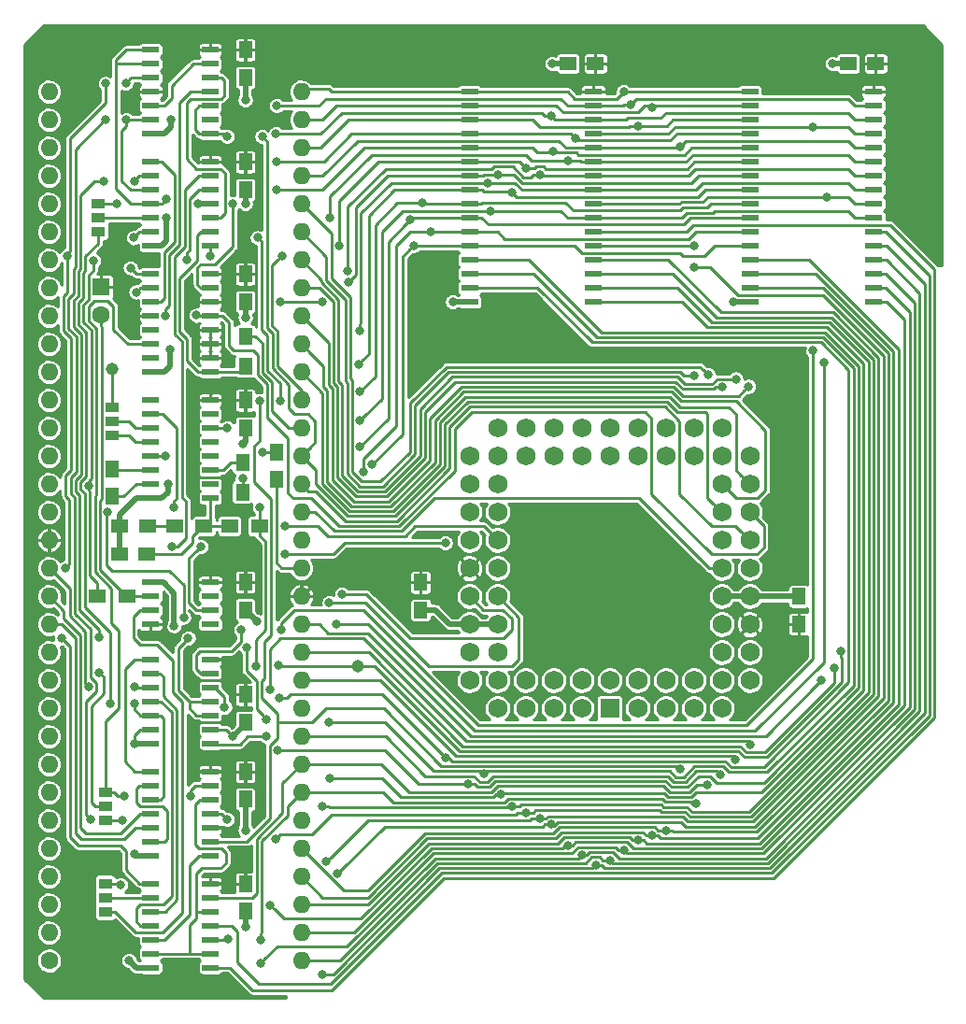
<source format=gtl>
G04 #@! TF.FileFunction,Copper,L1,Top,Signal*
%FSLAX46Y46*%
G04 Gerber Fmt 4.6, Leading zero omitted, Abs format (unit mm)*
G04 Created by KiCad (PCBNEW 4.0.7) date 07/03/21 20:26:29*
%MOMM*%
%LPD*%
G01*
G04 APERTURE LIST*
%ADD10C,0.100000*%
%ADD11R,1.500000X0.600000*%
%ADD12C,1.600000*%
%ADD13O,1.600000X1.600000*%
%ADD14R,1.600000X0.600000*%
%ADD15R,1.500000X1.250000*%
%ADD16R,1.250000X1.500000*%
%ADD17C,1.750000*%
%ADD18R,1.750000X1.750000*%
%ADD19R,1.550000X0.600000*%
%ADD20R,1.600000X1.600000*%
%ADD21C,1.143000*%
%ADD22R,1.270000X0.970000*%
%ADD23R,1.500000X1.300000*%
%ADD24R,1.300000X1.500000*%
%ADD25C,0.800000*%
%ADD26C,0.250000*%
%ADD27C,0.500000*%
%ADD28C,0.800000*%
%ADD29C,0.400000*%
G04 APERTURE END LIST*
D10*
D11*
X82865000Y-54610000D03*
X82865000Y-55880000D03*
X82865000Y-57150000D03*
X82865000Y-58420000D03*
X82865000Y-59690000D03*
X82865000Y-60960000D03*
X82865000Y-62230000D03*
X88265000Y-62230000D03*
X88265000Y-60960000D03*
X88265000Y-59690000D03*
X88265000Y-58420000D03*
X88265000Y-57150000D03*
X88265000Y-55880000D03*
X88265000Y-54610000D03*
D12*
X73660000Y-137160000D03*
D13*
X96520000Y-58420000D03*
X73660000Y-134620000D03*
X96520000Y-60960000D03*
X73660000Y-132080000D03*
X96520000Y-63500000D03*
X73660000Y-129540000D03*
X96520000Y-66040000D03*
X73660000Y-127000000D03*
X96520000Y-68580000D03*
X73660000Y-124460000D03*
X96520000Y-71120000D03*
X73660000Y-121920000D03*
X96520000Y-73660000D03*
X73660000Y-119380000D03*
X96520000Y-76200000D03*
X73660000Y-116840000D03*
X96520000Y-78740000D03*
X73660000Y-114300000D03*
X96520000Y-81280000D03*
X73660000Y-111760000D03*
X96520000Y-83820000D03*
X73660000Y-109220000D03*
X96520000Y-86360000D03*
X73660000Y-106680000D03*
X96520000Y-88900000D03*
X73660000Y-104140000D03*
X96520000Y-91440000D03*
X73660000Y-101600000D03*
X96520000Y-93980000D03*
X73660000Y-99060000D03*
X96520000Y-96520000D03*
X73660000Y-96520000D03*
X96520000Y-99060000D03*
X73660000Y-93980000D03*
X96520000Y-101600000D03*
X73660000Y-91440000D03*
X96520000Y-104140000D03*
X73660000Y-88900000D03*
X96520000Y-106680000D03*
X73660000Y-86360000D03*
X96520000Y-109220000D03*
X73660000Y-83820000D03*
X96520000Y-111760000D03*
X73660000Y-81280000D03*
X96520000Y-114300000D03*
X73660000Y-78740000D03*
X96520000Y-116840000D03*
X73660000Y-76200000D03*
X96520000Y-119380000D03*
X73660000Y-73660000D03*
X96520000Y-121920000D03*
X73660000Y-71120000D03*
X96520000Y-124460000D03*
X73660000Y-68580000D03*
X96520000Y-127000000D03*
X73660000Y-66040000D03*
X96520000Y-129540000D03*
X73660000Y-63500000D03*
X96520000Y-132080000D03*
X73660000Y-60960000D03*
X96520000Y-134620000D03*
X73660000Y-58420000D03*
X96520000Y-137160000D03*
D14*
X111760000Y-58420000D03*
X111760000Y-59690000D03*
X111760000Y-60960000D03*
X111760000Y-62230000D03*
X111760000Y-63500000D03*
X111760000Y-64770000D03*
X111760000Y-66040000D03*
X111760000Y-67320000D03*
X111760000Y-68570000D03*
X111760000Y-69850000D03*
X111760000Y-71120000D03*
X111760000Y-72390000D03*
X111760000Y-73660000D03*
X111760000Y-74930000D03*
X111760000Y-76200000D03*
X111760000Y-77470000D03*
X122960000Y-77470000D03*
X122960000Y-76200000D03*
X122960000Y-74930000D03*
X122960000Y-73660000D03*
X122960000Y-72390000D03*
X122960000Y-71120000D03*
X122960000Y-69850000D03*
X122960000Y-68570000D03*
X122960000Y-67320000D03*
X122960000Y-66040000D03*
X122960000Y-64770000D03*
X122960000Y-63500000D03*
X122960000Y-62230000D03*
X122960000Y-60960000D03*
X122960000Y-59690000D03*
X122960000Y-58420000D03*
D15*
X123170000Y-55880000D03*
X120670000Y-55880000D03*
D16*
X107315000Y-105390000D03*
X107315000Y-102890000D03*
X141605000Y-106660000D03*
X141605000Y-104160000D03*
D15*
X146070000Y-55880000D03*
X148570000Y-55880000D03*
D17*
X124460000Y-111760000D03*
X127000000Y-111760000D03*
X129540000Y-111760000D03*
X132080000Y-111760000D03*
X121920000Y-111760000D03*
X119380000Y-111760000D03*
X116840000Y-111760000D03*
X114300000Y-111760000D03*
X111760000Y-111760000D03*
D18*
X124460000Y-114300000D03*
D17*
X127000000Y-114300000D03*
X129540000Y-114300000D03*
X132080000Y-114300000D03*
X134620000Y-114300000D03*
X121920000Y-114300000D03*
X119380000Y-114300000D03*
X116840000Y-114300000D03*
X114300000Y-114300000D03*
X134620000Y-111760000D03*
X134620000Y-109220000D03*
X134620000Y-106680000D03*
X134620000Y-104140000D03*
X134620000Y-101600000D03*
X134620000Y-99060000D03*
X134620000Y-96520000D03*
X134620000Y-93980000D03*
X137160000Y-111760000D03*
X137160000Y-109220000D03*
X137160000Y-106680000D03*
X137160000Y-104140000D03*
X137160000Y-101600000D03*
X137160000Y-99060000D03*
X137160000Y-96520000D03*
X137160000Y-93980000D03*
X137160000Y-91440000D03*
X134620000Y-91440000D03*
X132080000Y-91440000D03*
X129540000Y-91440000D03*
X127000000Y-91440000D03*
X124460000Y-91440000D03*
X121920000Y-91440000D03*
X119380000Y-91440000D03*
X116840000Y-91440000D03*
X114300000Y-91440000D03*
X134620000Y-88900000D03*
X132080000Y-88900000D03*
X129540000Y-88900000D03*
X127000000Y-88900000D03*
X124460000Y-88900000D03*
X121920000Y-88900000D03*
X119380000Y-88900000D03*
X116840000Y-88900000D03*
X114300000Y-88900000D03*
X114300000Y-93980000D03*
X114300000Y-96520000D03*
X114300000Y-99060000D03*
X114300000Y-101600000D03*
X114300000Y-104140000D03*
X114300000Y-106680000D03*
X114300000Y-109220000D03*
X114300000Y-114300000D03*
X111760000Y-91440000D03*
X111760000Y-93980000D03*
X111760000Y-96520000D03*
X111760000Y-99060000D03*
X111760000Y-101600000D03*
X111760000Y-104140000D03*
X111760000Y-106680000D03*
X111760000Y-109220000D03*
X111760000Y-111760000D03*
D14*
X137160000Y-58420000D03*
X137160000Y-59690000D03*
X137160000Y-60960000D03*
X137160000Y-62230000D03*
X137160000Y-63500000D03*
X137160000Y-64770000D03*
X137160000Y-66040000D03*
X137160000Y-67320000D03*
X137160000Y-68570000D03*
X137160000Y-69850000D03*
X137160000Y-71120000D03*
X137160000Y-72390000D03*
X137160000Y-73660000D03*
X137160000Y-74930000D03*
X137160000Y-76200000D03*
X137160000Y-77470000D03*
X148360000Y-77470000D03*
X148360000Y-76200000D03*
X148360000Y-74930000D03*
X148360000Y-73660000D03*
X148360000Y-72390000D03*
X148360000Y-71120000D03*
X148360000Y-69850000D03*
X148360000Y-68570000D03*
X148360000Y-67320000D03*
X148360000Y-66040000D03*
X148360000Y-64770000D03*
X148360000Y-63500000D03*
X148360000Y-62230000D03*
X148360000Y-60960000D03*
X148360000Y-59690000D03*
X148360000Y-58420000D03*
D11*
X82865000Y-64770000D03*
X82865000Y-66040000D03*
X82865000Y-67310000D03*
X82865000Y-68580000D03*
X82865000Y-69850000D03*
X82865000Y-71120000D03*
X82865000Y-72390000D03*
X88265000Y-72390000D03*
X88265000Y-71120000D03*
X88265000Y-69850000D03*
X88265000Y-68580000D03*
X88265000Y-67310000D03*
X88265000Y-66040000D03*
X88265000Y-64770000D03*
X82865000Y-74930000D03*
X82865000Y-76200000D03*
X82865000Y-77470000D03*
X82865000Y-78740000D03*
X82865000Y-80010000D03*
X82865000Y-81280000D03*
X82865000Y-82550000D03*
X82865000Y-83820000D03*
X88265000Y-83820000D03*
X88265000Y-82550000D03*
X88265000Y-81280000D03*
X88265000Y-80010000D03*
X88265000Y-78740000D03*
X88265000Y-77470000D03*
X88265000Y-76200000D03*
X88265000Y-74930000D03*
X82865000Y-86360000D03*
X82865000Y-87630000D03*
X82865000Y-88900000D03*
X82865000Y-90170000D03*
X82865000Y-91440000D03*
X82865000Y-92710000D03*
X82865000Y-93980000D03*
X82865000Y-95250000D03*
X88265000Y-95250000D03*
X88265000Y-93980000D03*
X88265000Y-92710000D03*
X88265000Y-91440000D03*
X88265000Y-90170000D03*
X88265000Y-88900000D03*
X88265000Y-87630000D03*
X88265000Y-86360000D03*
D19*
X82865000Y-102870000D03*
X82865000Y-104140000D03*
X82865000Y-105410000D03*
X82865000Y-106680000D03*
X88265000Y-106680000D03*
X88265000Y-105410000D03*
X88265000Y-104140000D03*
X88265000Y-102870000D03*
D16*
X91440000Y-54630000D03*
X91440000Y-57130000D03*
X91440000Y-64790000D03*
X91440000Y-67290000D03*
X91440000Y-74950000D03*
X91440000Y-77450000D03*
X91440000Y-88880000D03*
X91440000Y-86380000D03*
X79375000Y-92603000D03*
X79375000Y-95103000D03*
D15*
X82550000Y-97790000D03*
X80050000Y-97790000D03*
X82530000Y-100330000D03*
X80030000Y-100330000D03*
D16*
X91440000Y-113050000D03*
X91440000Y-115550000D03*
X91440000Y-120035000D03*
X91440000Y-122535000D03*
X91440000Y-130195000D03*
X91440000Y-132695000D03*
X94234000Y-93579000D03*
X94234000Y-91079000D03*
D20*
X78359000Y-76113000D03*
D12*
X78359000Y-78613000D03*
D16*
X91440000Y-102870000D03*
X91440000Y-105370000D03*
D21*
X101600000Y-110490000D03*
X79375000Y-83566000D03*
D22*
X79375000Y-89535000D03*
X79375000Y-88265000D03*
X79375000Y-86995000D03*
X78105000Y-71120000D03*
X78105000Y-69850000D03*
X78105000Y-68580000D03*
X78740000Y-124460000D03*
X78740000Y-123190000D03*
X78740000Y-121920000D03*
X78740000Y-132715000D03*
X78740000Y-131445000D03*
X78740000Y-130175000D03*
D23*
X92710000Y-97790000D03*
X90010000Y-97790000D03*
X87710000Y-97790000D03*
X85010000Y-97790000D03*
D24*
X91186000Y-91995000D03*
X91186000Y-94695000D03*
X91440000Y-80565000D03*
X91440000Y-83265000D03*
D23*
X80725000Y-104140000D03*
X78025000Y-104140000D03*
D11*
X82865000Y-120015000D03*
X82865000Y-121285000D03*
X82865000Y-122555000D03*
X82865000Y-123825000D03*
X82865000Y-125095000D03*
X82865000Y-126365000D03*
X82865000Y-127635000D03*
X88265000Y-127635000D03*
X88265000Y-126365000D03*
X88265000Y-125095000D03*
X88265000Y-123825000D03*
X88265000Y-122555000D03*
X88265000Y-121285000D03*
X88265000Y-120015000D03*
X82865000Y-109855000D03*
X82865000Y-111125000D03*
X82865000Y-112395000D03*
X82865000Y-113665000D03*
X82865000Y-114935000D03*
X82865000Y-116205000D03*
X82865000Y-117475000D03*
X88265000Y-117475000D03*
X88265000Y-116205000D03*
X88265000Y-114935000D03*
X88265000Y-113665000D03*
X88265000Y-112395000D03*
X88265000Y-111125000D03*
X88265000Y-109855000D03*
X82865000Y-130175000D03*
X82865000Y-131445000D03*
X82865000Y-132715000D03*
X82865000Y-133985000D03*
X82865000Y-135255000D03*
X82865000Y-136525000D03*
X82865000Y-137795000D03*
X88265000Y-137795000D03*
X88265000Y-136525000D03*
X88265000Y-135255000D03*
X88265000Y-133985000D03*
X88265000Y-132715000D03*
X88265000Y-131445000D03*
X88265000Y-130175000D03*
D25*
X91452429Y-128726523D03*
X74930000Y-128397000D03*
X89916000Y-121539000D03*
X74803000Y-120650000D03*
X74851485Y-82574023D03*
X89789000Y-84709000D03*
X74651874Y-72377644D03*
X79248000Y-72390000D03*
X90043000Y-104140000D03*
X91185999Y-93497774D03*
X91194173Y-90374699D03*
X84990741Y-106821128D03*
X89572088Y-114187835D03*
X81407000Y-127528865D03*
X81534000Y-76581000D03*
X80137000Y-130281309D03*
X135636000Y-77470000D03*
X110236000Y-77470000D03*
X144653000Y-55880000D03*
X119253000Y-55880000D03*
X84201000Y-91440000D03*
X84321955Y-69850000D03*
X87122000Y-68580000D03*
X91440000Y-68580000D03*
X84582000Y-81788000D03*
X91440000Y-78867000D03*
X92456000Y-106426000D03*
X81407000Y-117475000D03*
X90297000Y-116840000D03*
X84455000Y-93980000D03*
X91440000Y-134112000D03*
X80899000Y-137160000D03*
X91440000Y-125349000D03*
X79756000Y-68580000D03*
X91440000Y-59182000D03*
X84709000Y-60960000D03*
X123193068Y-128508816D03*
X98427415Y-138423498D03*
X125730408Y-58425434D03*
X92803857Y-137417717D03*
X121920000Y-127608794D03*
X128334891Y-59820095D03*
X93696445Y-132120317D03*
X120650000Y-126708772D03*
X127000000Y-61504990D03*
X99811794Y-129254845D03*
X119178530Y-124809096D03*
X132080000Y-74295000D03*
X132080000Y-72390000D03*
X130810000Y-63409990D03*
X98787335Y-128217838D03*
X118110000Y-124279998D03*
X133372285Y-84085081D03*
X94172688Y-126179981D03*
X116840000Y-123734999D03*
X132080000Y-84181869D03*
X115570000Y-123190000D03*
X98425000Y-123190000D03*
X135890000Y-84455000D03*
X99060000Y-120650000D03*
X114579423Y-122080474D03*
X134620000Y-85180010D03*
X94376251Y-118104291D03*
X111608534Y-121158773D03*
X137036166Y-85131260D03*
X99045022Y-115571322D03*
X113030000Y-120258751D03*
X94555165Y-113376158D03*
X109634206Y-118784750D03*
X94742000Y-73279000D03*
X88265000Y-73279000D03*
X99044814Y-104706050D03*
X100179722Y-103945342D03*
X89789000Y-62484000D03*
X92964000Y-62484000D03*
X81382580Y-112373830D03*
X77219315Y-112371538D03*
X94996000Y-100330000D03*
X109562781Y-99300045D03*
X77249976Y-94135252D03*
X77685550Y-73719307D03*
X86114217Y-73660000D03*
X95012070Y-97784254D03*
X78986336Y-96553780D03*
X85852000Y-106045000D03*
X74803000Y-107950000D03*
X106726518Y-72344545D03*
X102927705Y-92224210D03*
X80624553Y-57669637D03*
X78771138Y-57681595D03*
X75158924Y-101581247D03*
X75283957Y-73311837D03*
X81026000Y-74389979D03*
X108261497Y-71154915D03*
X102170988Y-92877971D03*
X106394122Y-70035264D03*
X101850076Y-90620753D03*
X143643337Y-111793531D03*
X101850076Y-88212086D03*
X113665000Y-69215000D03*
X144803142Y-110666863D03*
X107478784Y-68489990D03*
X101850074Y-85573351D03*
X135824132Y-118916680D03*
X101690010Y-83105631D03*
X115587735Y-67525785D03*
X93384560Y-115270170D03*
X78155113Y-107829046D03*
X91541671Y-108789034D03*
X78619290Y-66518618D03*
X81445508Y-66578752D03*
X101834153Y-80081056D03*
X113423611Y-66689280D03*
X93345000Y-116840000D03*
X134491028Y-120318311D03*
X100808270Y-75680295D03*
X94615000Y-77470000D03*
X98434178Y-77505355D03*
X114323874Y-65936742D03*
X133272702Y-121198309D03*
X100723430Y-74648491D03*
X118120251Y-65949990D03*
X89840525Y-135240278D03*
X92817123Y-135266612D03*
X132279337Y-122953837D03*
X99982478Y-72393203D03*
X116840000Y-65314990D03*
X77425928Y-124343962D03*
X78740000Y-60960000D03*
X80645000Y-60960000D03*
X99085428Y-69857612D03*
X120650000Y-64679990D03*
X129540000Y-125358739D03*
X94296858Y-67318206D03*
X119326477Y-63837888D03*
X128270000Y-125808750D03*
X94311642Y-64731042D03*
X121355746Y-62612902D03*
X127000000Y-126258761D03*
X94222939Y-62247365D03*
X119169818Y-60615506D03*
X125730000Y-127158783D03*
X94288899Y-59705158D03*
X126365000Y-59589991D03*
X124460000Y-128058805D03*
X94424634Y-110414149D03*
X92387153Y-110520264D03*
X92728892Y-96093027D03*
X84923812Y-96111131D03*
X145399614Y-109109410D03*
X86265065Y-107948738D03*
X143871166Y-82925273D03*
X99695000Y-106680000D03*
X144145000Y-67945000D03*
X94682037Y-107158457D03*
X91059000Y-107188000D03*
X142900312Y-81888581D03*
X142875000Y-61595000D03*
X94615000Y-86409121D03*
X92710000Y-86409121D03*
X81299651Y-71653331D03*
X92551154Y-71653331D03*
X130810000Y-119808740D03*
X93647617Y-112626445D03*
X78176098Y-111047874D03*
X137200871Y-117558685D03*
X84215906Y-78732137D03*
X87016828Y-78681579D03*
X92974818Y-91059000D03*
X89802531Y-88869832D03*
X86450010Y-122237207D03*
X80446752Y-122250025D03*
X84243297Y-68169827D03*
X90313026Y-68580000D03*
X84767720Y-99604990D03*
X87410164Y-99632021D03*
X81381029Y-113840471D03*
X79181860Y-113858278D03*
X89789000Y-124365021D03*
X80264000Y-124412989D03*
D26*
X89662000Y-94615000D02*
X89662000Y-95537002D01*
X89662000Y-93599000D02*
X89662000Y-94615000D01*
X86614000Y-119761000D02*
X86868000Y-120015000D01*
X86868000Y-120015000D02*
X88265000Y-120015000D01*
X86614000Y-116078000D02*
X86614000Y-119761000D01*
X86487000Y-115951000D02*
X86614000Y-116078000D01*
X86868000Y-115570000D02*
X86487000Y-115951000D01*
X89408000Y-115570000D02*
X86868000Y-115570000D01*
X90551000Y-114427000D02*
X89408000Y-115570000D01*
X90551000Y-114300000D02*
X90551000Y-114427000D01*
X91440000Y-114300000D02*
X90551000Y-114300000D01*
X91440000Y-113050000D02*
X91440000Y-114300000D01*
X90932000Y-96393000D02*
X91440000Y-96901000D01*
X91440000Y-96901000D02*
X91440000Y-102870000D01*
X90517998Y-96393000D02*
X90932000Y-96393000D01*
X89662000Y-95537002D02*
X90517998Y-96393000D01*
X89408000Y-93345000D02*
X89662000Y-93599000D01*
X87122000Y-93345000D02*
X89408000Y-93345000D01*
X86741000Y-92964000D02*
X87122000Y-93345000D01*
X86741000Y-86360000D02*
X86741000Y-92964000D01*
X88265000Y-86360000D02*
X86741000Y-86360000D01*
X86995000Y-111760000D02*
X86487000Y-111252000D01*
X86487000Y-111252000D02*
X86487000Y-108839000D01*
X91313000Y-111760000D02*
X86995000Y-111760000D01*
X90043000Y-103124000D02*
X90297000Y-102870000D01*
X90297000Y-102870000D02*
X91440000Y-102870000D01*
X90043000Y-104140000D02*
X90043000Y-103124000D01*
X88265000Y-130175000D02*
X91420000Y-130175000D01*
X91420000Y-130175000D02*
X91440000Y-130195000D01*
X91440000Y-128738952D02*
X91452429Y-128726523D01*
X91440000Y-130195000D02*
X91440000Y-128738952D01*
X91313000Y-111760000D02*
X91440000Y-111887000D01*
X91440000Y-111887000D02*
X91440000Y-113050000D01*
X86995000Y-108331000D02*
X86487000Y-108839000D01*
X88773000Y-108331000D02*
X86995000Y-108331000D01*
X90043000Y-107061000D02*
X88773000Y-108331000D01*
X90043000Y-104140000D02*
X90043000Y-107061000D01*
X91440000Y-120035000D02*
X90401458Y-120035000D01*
X89916000Y-120520458D02*
X89916000Y-121539000D01*
X90401458Y-120035000D02*
X89916000Y-120520458D01*
X88265000Y-86360000D02*
X91420000Y-86360000D01*
X91420000Y-86360000D02*
X91440000Y-86380000D01*
X88265000Y-86360000D02*
X88265000Y-85810000D01*
X88265000Y-85810000D02*
X89366000Y-84709000D01*
D27*
X89366000Y-84709000D02*
X89789000Y-84709000D01*
D26*
X78359000Y-74089068D02*
X79248000Y-73200068D01*
X78359000Y-76113000D02*
X78359000Y-74089068D01*
X79248000Y-73200068D02*
X79248000Y-72955685D01*
X79248000Y-72955685D02*
X79248000Y-72390000D01*
X103505000Y-101600000D02*
X99060000Y-101600000D01*
X99060000Y-101600000D02*
X96520000Y-104140000D01*
X104795000Y-102890000D02*
X103505000Y-101600000D01*
X107315000Y-102890000D02*
X104795000Y-102890000D01*
D28*
X137180000Y-106660000D02*
X137160000Y-106680000D01*
D26*
X91185999Y-93497774D02*
X91185999Y-94694999D01*
X91185999Y-94694999D02*
X91186000Y-94695000D01*
D27*
X91195301Y-90374699D02*
X91194173Y-90374699D01*
X91440000Y-90130000D02*
X91195301Y-90374699D01*
X91440000Y-88880000D02*
X91440000Y-90130000D01*
X82865000Y-102870000D02*
X84021623Y-102870000D01*
X84021623Y-102870000D02*
X84990741Y-103839118D01*
X84990741Y-103839118D02*
X84990741Y-106255443D01*
X84990741Y-106255443D02*
X84990741Y-106821128D01*
D26*
X88265000Y-112395000D02*
X88715000Y-112395000D01*
X88715000Y-112395000D02*
X89572088Y-113252088D01*
X89572088Y-113252088D02*
X89572088Y-114187835D01*
X88265000Y-116205000D02*
X89662000Y-116205000D01*
X89662000Y-116205000D02*
X90297000Y-116840000D01*
D27*
X134620000Y-104140000D02*
X137160000Y-104140000D01*
X111760000Y-106680000D02*
X114300000Y-106680000D01*
X141605000Y-104160000D02*
X137180000Y-104160000D01*
D26*
X137180000Y-104160000D02*
X137160000Y-104140000D01*
D27*
X107315000Y-105390000D02*
X108682068Y-105390000D01*
X108682068Y-105390000D02*
X109972068Y-106680000D01*
X109972068Y-106680000D02*
X111760000Y-106680000D01*
D26*
X81407000Y-127538690D02*
X81407000Y-127528865D01*
X81503310Y-127635000D02*
X81407000Y-127538690D01*
X82865000Y-76200000D02*
X81915000Y-76200000D01*
X81915000Y-76200000D02*
X81534000Y-76581000D01*
X80030691Y-130175000D02*
X80137000Y-130281309D01*
X78740000Y-130175000D02*
X80030691Y-130175000D01*
D27*
X80050000Y-97790000D02*
X80050000Y-96749145D01*
X80050000Y-96749145D02*
X81549145Y-95250000D01*
X81549145Y-95250000D02*
X81865000Y-95250000D01*
X81865000Y-95250000D02*
X82865000Y-95250000D01*
X137160000Y-77470000D02*
X135636000Y-77470000D01*
X111760000Y-77470000D02*
X110236000Y-77470000D01*
X146070000Y-55880000D02*
X144653000Y-55880000D01*
X120670000Y-55880000D02*
X119253000Y-55880000D01*
D26*
X82865000Y-91440000D02*
X84201000Y-91440000D01*
D27*
X82865000Y-72390000D02*
X83861781Y-72390000D01*
X83861781Y-72390000D02*
X84321955Y-71929826D01*
X84321955Y-71929826D02*
X84321955Y-69850000D01*
D29*
X88265000Y-68580000D02*
X87122000Y-68580000D01*
D27*
X91440000Y-67290000D02*
X91440000Y-68580000D01*
X84074000Y-83820000D02*
X84582000Y-83312000D01*
X82865000Y-83820000D02*
X84074000Y-83820000D01*
X84582000Y-83312000D02*
X84582000Y-81788000D01*
X91440000Y-77450000D02*
X91440000Y-78867000D01*
D26*
X91440000Y-105370000D02*
X91440000Y-105410000D01*
D27*
X91440000Y-105410000D02*
X92456000Y-106426000D01*
D26*
X81915000Y-116205000D02*
X81407000Y-116713000D01*
X81407000Y-116713000D02*
X81407000Y-117475000D01*
X82865000Y-116205000D02*
X81915000Y-116205000D01*
D27*
X82865000Y-117475000D02*
X81407000Y-117475000D01*
D26*
X91440000Y-115550000D02*
X91440000Y-115697000D01*
D27*
X91440000Y-115697000D02*
X90297000Y-116840000D01*
X82865000Y-95250000D02*
X83903752Y-95250000D01*
X84455000Y-94698752D02*
X84455000Y-93980000D01*
X83903752Y-95250000D02*
X84455000Y-94698752D01*
X80030000Y-100330000D02*
X80030000Y-97810000D01*
X80030000Y-97810000D02*
X80050000Y-97790000D01*
X91440000Y-132695000D02*
X91440000Y-134112000D01*
X82865000Y-137795000D02*
X81534000Y-137795000D01*
X81534000Y-137795000D02*
X80899000Y-137160000D01*
X82865000Y-127635000D02*
X81503310Y-127635000D01*
X91440000Y-122535000D02*
X91440000Y-125349000D01*
D26*
X78105000Y-68580000D02*
X79756000Y-68580000D01*
D27*
X91440000Y-57130000D02*
X91440000Y-59182000D01*
X82865000Y-62230000D02*
X84147151Y-62230000D01*
X84709000Y-61668151D02*
X84709000Y-60960000D01*
X84147151Y-62230000D02*
X84709000Y-61668151D01*
D26*
X148360000Y-72390000D02*
X149539396Y-72390000D01*
X149539396Y-72390000D02*
X153010058Y-75860662D01*
X153010058Y-75860662D02*
X153010058Y-114746248D01*
X153010058Y-114746248D02*
X138972491Y-128783815D01*
X138972491Y-128783815D02*
X124033752Y-128783815D01*
X124033752Y-128783815D02*
X123758753Y-128508816D01*
X123758753Y-128508816D02*
X123193068Y-128508816D01*
X109038759Y-128783815D02*
X122918069Y-128783815D01*
X122918069Y-128783815D02*
X123193068Y-128508816D01*
X99399077Y-138423498D02*
X109038759Y-128783815D01*
X98427415Y-138423498D02*
X99399077Y-138423498D01*
X125102178Y-59053664D02*
X125330409Y-58825433D01*
X125330409Y-58825433D02*
X125730408Y-58425434D01*
X120650000Y-58420000D02*
X121283664Y-59053664D01*
X125735842Y-58420000D02*
X125730408Y-58425434D01*
X121283664Y-59053664D02*
X125102178Y-59053664D01*
X111760000Y-58420000D02*
X120650000Y-58420000D01*
X137160000Y-58420000D02*
X125735842Y-58420000D01*
X96520000Y-58420000D02*
X96801591Y-58138409D01*
X96801591Y-58138409D02*
X98988035Y-58138409D01*
X98988035Y-58138409D02*
X99269626Y-58420000D01*
X99269626Y-58420000D02*
X110710000Y-58420000D01*
X110710000Y-58420000D02*
X111760000Y-58420000D01*
X121920000Y-127608794D02*
X121645001Y-127883793D01*
X121645001Y-127883793D02*
X108665959Y-127883793D01*
X108665959Y-127883793D02*
X100655942Y-135893810D01*
X93203856Y-137017718D02*
X92803857Y-137417717D01*
X100655942Y-135893810D02*
X94327764Y-135893810D01*
X94327764Y-135893810D02*
X93203856Y-137017718D01*
X148360000Y-74930000D02*
X149494517Y-74930000D01*
X124768336Y-127333803D02*
X122658666Y-127333803D01*
X149494517Y-74930000D02*
X152110036Y-77545519D01*
X152110036Y-77545519D02*
X152110036Y-114373450D01*
X152110036Y-114373450D02*
X138599693Y-127883793D01*
X138599693Y-127883793D02*
X125318326Y-127883793D01*
X125318326Y-127883793D02*
X124768336Y-127333803D01*
X122658666Y-127333803D02*
X122383676Y-127608794D01*
X122383676Y-127608794D02*
X121920000Y-127608794D01*
X96520000Y-60960000D02*
X98429287Y-60960000D01*
X98429287Y-60960000D02*
X99699287Y-59690000D01*
X99699287Y-59690000D02*
X111760000Y-59690000D01*
X128270000Y-59755204D02*
X128334891Y-59820095D01*
X128270000Y-59690000D02*
X128270000Y-59755204D01*
X127635000Y-59690000D02*
X128270000Y-59690000D01*
X119627770Y-59690000D02*
X120252771Y-60315001D01*
X120252771Y-60315001D02*
X127009999Y-60315001D01*
X127009999Y-60315001D02*
X127635000Y-59690000D01*
X111760000Y-59690000D02*
X119627770Y-59690000D01*
X128270000Y-59690000D02*
X137160000Y-59690000D01*
X120650000Y-126708772D02*
X120461134Y-126708772D01*
X120461134Y-126708772D02*
X120186135Y-126983771D01*
X120186135Y-126983771D02*
X108293159Y-126983771D01*
X108293159Y-126983771D02*
X101924834Y-133352096D01*
X101924834Y-133352096D02*
X94928224Y-133352096D01*
X94928224Y-133352096D02*
X94096444Y-132520316D01*
X94096444Y-132520316D02*
X93696445Y-132120317D01*
X148360000Y-77470000D02*
X149536525Y-77470000D01*
X149536525Y-77470000D02*
X151130000Y-79063475D01*
X151130000Y-79063475D02*
X151130000Y-114080666D01*
X151130000Y-114080666D02*
X138226895Y-126983771D01*
X138226895Y-126983771D02*
X126588326Y-126983771D01*
X126588326Y-126983771D02*
X126038336Y-126433781D01*
X126038336Y-126433781D02*
X121385598Y-126433781D01*
X121110608Y-126708772D02*
X120650000Y-126708772D01*
X121385598Y-126433781D02*
X121110608Y-126708772D01*
X96520000Y-63500000D02*
X98276351Y-63500000D01*
X98276351Y-63500000D02*
X100816351Y-60960000D01*
X100816351Y-60960000D02*
X111760000Y-60960000D01*
X111760000Y-60960000D02*
X117475000Y-60960000D01*
X117475000Y-60960000D02*
X118110000Y-61595000D01*
X118110000Y-61595000D02*
X126180159Y-61595000D01*
X126180159Y-61595000D02*
X126270169Y-61504990D01*
X126270169Y-61504990D02*
X127000000Y-61504990D01*
X130175000Y-60960000D02*
X129630010Y-61504990D01*
X129630010Y-61504990D02*
X127565685Y-61504990D01*
X137160000Y-60960000D02*
X130175000Y-60960000D01*
X127565685Y-61504990D02*
X127000000Y-61504990D01*
X104061640Y-125004999D02*
X100211793Y-128854846D01*
X100211793Y-128854846D02*
X99811794Y-129254845D01*
X119178530Y-124809096D02*
X118612845Y-124809096D01*
X118416942Y-125004999D02*
X104061640Y-125004999D01*
X118612845Y-124809096D02*
X118416942Y-125004999D01*
X119364874Y-124995440D02*
X119178530Y-124809096D01*
X119742798Y-124633737D02*
X119381095Y-124995440D01*
X130977000Y-124633737D02*
X119742798Y-124633737D01*
X119381095Y-124995440D02*
X119364874Y-124995440D01*
X131372135Y-125028872D02*
X130977000Y-124633737D01*
X149274693Y-113390333D02*
X137636154Y-125028872D01*
X149274693Y-82332392D02*
X149274693Y-113390333D01*
X143787300Y-76844999D02*
X149274693Y-82332392D01*
X137636154Y-125028872D02*
X131372135Y-125028872D01*
X136084003Y-76844999D02*
X143787300Y-76844999D01*
X133534004Y-74295000D02*
X136084003Y-76844999D01*
X132080000Y-74295000D02*
X133534004Y-74295000D01*
X122960000Y-72390000D02*
X132080000Y-72390000D01*
X121910000Y-63500000D02*
X122960000Y-63500000D01*
X120513111Y-63500000D02*
X121910000Y-63500000D01*
X119876051Y-62862940D02*
X120513111Y-63500000D01*
X96520000Y-66040000D02*
X98425000Y-66040000D01*
X98425000Y-66040000D02*
X101602060Y-62862940D01*
X101602060Y-62862940D02*
X119876051Y-62862940D01*
X148360000Y-63500000D02*
X146685000Y-63500000D01*
X146685000Y-63500000D02*
X146050000Y-62865000D01*
X146050000Y-62865000D02*
X131354990Y-62865000D01*
X131354990Y-62865000D02*
X130810000Y-63409990D01*
X122960000Y-63500000D02*
X130719990Y-63500000D01*
X130719990Y-63500000D02*
X130810000Y-63409990D01*
X99187334Y-127817839D02*
X98787335Y-128217838D01*
X117188001Y-124460000D02*
X102545173Y-124460000D01*
X117368003Y-124279998D02*
X117188001Y-124460000D01*
X118110000Y-124279998D02*
X117368003Y-124279998D01*
X102545173Y-124460000D02*
X99187334Y-127817839D01*
X148824682Y-82518790D02*
X144740059Y-78434167D01*
X118110000Y-124279998D02*
X118675685Y-124279998D01*
X119526532Y-124084094D02*
X119586030Y-124143592D01*
X124010000Y-73660000D02*
X122960000Y-73660000D01*
X131558535Y-124578861D02*
X137449756Y-124578861D01*
X144740059Y-78434167D02*
X134565016Y-78434167D01*
X118871589Y-124084094D02*
X119526532Y-124084094D01*
X119586030Y-124143592D02*
X131123266Y-124143592D01*
X131123266Y-124143592D02*
X131558535Y-124578861D01*
X137449756Y-124578861D02*
X148824682Y-113203935D01*
X148824682Y-113203935D02*
X148824682Y-82518790D01*
X118675685Y-124279998D02*
X118871589Y-124084094D01*
X129790849Y-73660000D02*
X124010000Y-73660000D01*
X134565016Y-78434167D02*
X129790849Y-73660000D01*
X132653203Y-83365999D02*
X132972286Y-83685082D01*
X106379153Y-91075563D02*
X106379161Y-86649551D01*
X102007598Y-93739901D02*
X103714815Y-93739901D01*
X101125066Y-92857365D02*
X102007598Y-93739901D01*
X100965000Y-84446534D02*
X101125066Y-84606600D01*
X106379161Y-86649551D02*
X109662713Y-83365999D01*
X99235944Y-71295944D02*
X99235944Y-75339206D01*
X96520000Y-68580000D02*
X99235944Y-71295944D01*
X101125066Y-84606600D02*
X101125066Y-92857365D01*
X103714815Y-93739901D02*
X106379153Y-91075563D01*
X132972286Y-83685082D02*
X133372285Y-84085081D01*
X109662713Y-83365999D02*
X132653203Y-83365999D01*
X100965000Y-77068262D02*
X100965000Y-84446534D01*
X99235944Y-75339206D02*
X100965000Y-77068262D01*
X116840000Y-123734999D02*
X116098003Y-123734999D01*
X116098003Y-123734999D02*
X115918001Y-123915001D01*
X99295597Y-123915001D02*
X97464250Y-125746348D01*
X115918001Y-123915001D02*
X99295597Y-123915001D01*
X97464250Y-125746348D02*
X94606321Y-125746348D01*
X94606321Y-125746348D02*
X94172688Y-126179981D01*
X134134449Y-78884178D02*
X144553659Y-78884178D01*
X148374671Y-113017535D02*
X137263356Y-124128850D01*
X117581997Y-123734999D02*
X117405685Y-123734999D01*
X148374671Y-82705190D02*
X148374671Y-113017535D01*
X129028376Y-123554997D02*
X117761999Y-123554997D01*
X122960000Y-74930000D02*
X130180271Y-74930000D01*
X130180271Y-74930000D02*
X134134449Y-78884178D01*
X131299904Y-123683819D02*
X129157198Y-123683819D01*
X144553659Y-78884178D02*
X148374671Y-82705190D01*
X129157198Y-123683819D02*
X129028376Y-123554997D01*
X137263356Y-124128850D02*
X131744935Y-124128850D01*
X131744935Y-124128850D02*
X131299904Y-123683819D01*
X117761999Y-123554997D02*
X117581997Y-123734999D01*
X117405685Y-123734999D02*
X116840000Y-123734999D01*
X131181746Y-84181869D02*
X131514315Y-84181869D01*
X130815887Y-83816010D02*
X131181746Y-84181869D01*
X109849113Y-83816010D02*
X130815887Y-83816010D01*
X106829170Y-86835953D02*
X109849113Y-83816010D01*
X106829163Y-91261963D02*
X106829170Y-86835953D01*
X103901214Y-94189912D02*
X106829163Y-91261963D01*
X101821198Y-94189912D02*
X103901214Y-94189912D01*
X100675055Y-93043765D02*
X101821198Y-94189912D01*
X100514989Y-77254662D02*
X100514989Y-84632934D01*
X98785933Y-75525606D02*
X100514989Y-77254662D01*
X98785933Y-73385933D02*
X98785933Y-75525606D01*
X96520000Y-71120000D02*
X98785933Y-73385933D01*
X131514315Y-84181869D02*
X132080000Y-84181869D01*
X100514989Y-84632934D02*
X100675055Y-84793000D01*
X100675055Y-84793000D02*
X100675055Y-93043765D01*
X116311997Y-123190000D02*
X116491999Y-123009998D01*
X129343598Y-123233808D02*
X131486304Y-123233808D01*
X130627810Y-76200000D02*
X124010000Y-76200000D01*
X131486304Y-123233808D02*
X131931335Y-123678839D01*
X144367260Y-79334189D02*
X133761999Y-79334189D01*
X116491999Y-123009998D02*
X129119788Y-123009998D01*
X115570000Y-123190000D02*
X116311997Y-123190000D01*
X129119788Y-123009998D02*
X129343598Y-123233808D01*
X131931335Y-123678839D02*
X137076957Y-123678839D01*
X137076957Y-123678839D02*
X147924660Y-112831136D01*
X147924660Y-112831136D02*
X147924660Y-82891589D01*
X124010000Y-76200000D02*
X122960000Y-76200000D01*
X147924660Y-82891589D02*
X144367260Y-79334189D01*
X133761999Y-79334189D02*
X130627810Y-76200000D01*
X115570000Y-123190000D02*
X115179312Y-123190000D01*
X115179312Y-123190000D02*
X115113825Y-123255487D01*
X115113825Y-123255487D02*
X99056172Y-123255487D01*
X99056172Y-123255487D02*
X98990685Y-123190000D01*
X98990685Y-123190000D02*
X98425000Y-123190000D01*
X134196959Y-84455000D02*
X135324315Y-84455000D01*
X107279179Y-87219421D02*
X110232579Y-84266021D01*
X104087613Y-94639923D02*
X107279173Y-91448363D01*
X101634798Y-94639923D02*
X104087613Y-94639923D01*
X100225044Y-93230165D02*
X101634798Y-94639923D01*
X107279173Y-91448363D02*
X107279179Y-87219421D01*
X100225044Y-84979400D02*
X100225044Y-93230165D01*
X99879989Y-77256073D02*
X99879989Y-84634345D01*
X131282258Y-84918792D02*
X133733167Y-84918792D01*
X98335922Y-75712006D02*
X99879989Y-77256073D01*
X98335922Y-75475922D02*
X98335922Y-75712006D01*
X110232579Y-84266021D02*
X130629487Y-84266021D01*
X130629487Y-84266021D02*
X131282258Y-84918792D01*
X99879989Y-84634345D02*
X100225044Y-84979400D01*
X96520000Y-73660000D02*
X98335922Y-75475922D01*
X135324315Y-84455000D02*
X135890000Y-84455000D01*
X133733167Y-84918792D02*
X134196959Y-84455000D01*
X99060000Y-120650000D02*
X99073360Y-120663360D01*
X99073360Y-120663360D02*
X103842267Y-120663360D01*
X103842267Y-120663360D02*
X105512693Y-122333786D01*
X105512693Y-122333786D02*
X113937202Y-122333786D01*
X113937202Y-122333786D02*
X114190514Y-122080474D01*
X114190514Y-122080474D02*
X114579423Y-122080474D01*
X122960000Y-77470000D02*
X130985393Y-77470000D01*
X147474649Y-112644737D02*
X138196075Y-121923311D01*
X130985393Y-77470000D02*
X133302519Y-79787126D01*
X129716398Y-122333786D02*
X129382350Y-121999737D01*
X133302519Y-79787126D02*
X144183787Y-79787126D01*
X114660160Y-121999737D02*
X114579423Y-122080474D01*
X144183787Y-79787126D02*
X147474649Y-83077988D01*
X147474649Y-83077988D02*
X147474649Y-112644737D01*
X138196075Y-121923311D02*
X132314077Y-121923311D01*
X132314077Y-121923311D02*
X131903602Y-122333786D01*
X131903602Y-122333786D02*
X129716398Y-122333786D01*
X129382350Y-121999737D02*
X114660160Y-121999737D01*
X133919567Y-85368803D02*
X134108360Y-85180010D01*
X130443087Y-84716032D02*
X131095858Y-85368803D01*
X110486443Y-84716032D02*
X130443087Y-84716032D01*
X131095858Y-85368803D02*
X133919567Y-85368803D01*
X107729188Y-87473287D02*
X110486443Y-84716032D01*
X104274012Y-95089934D02*
X107729184Y-91634762D01*
X101448398Y-95089934D02*
X104274012Y-95089934D01*
X99775033Y-93416565D02*
X101448398Y-95089934D01*
X99429978Y-84820746D02*
X99775033Y-85165800D01*
X134108360Y-85180010D02*
X134620000Y-85180010D01*
X99429978Y-77442473D02*
X99429978Y-84820746D01*
X107729184Y-91634762D02*
X107729188Y-87473287D01*
X98187505Y-76200000D02*
X99429978Y-77442473D01*
X99775033Y-85165800D02*
X99775033Y-93416565D01*
X96520000Y-76200000D02*
X98187505Y-76200000D01*
X94941936Y-118104291D02*
X94376251Y-118104291D01*
X104093869Y-118104291D02*
X94941936Y-118104291D01*
X107148351Y-121158773D02*
X104093869Y-118104291D01*
X111608534Y-121158773D02*
X107148351Y-121158773D01*
X117125705Y-73660000D02*
X123702842Y-80237137D01*
X143997388Y-80237137D02*
X147024638Y-83264387D01*
X123702842Y-80237137D02*
X143997388Y-80237137D01*
X112519163Y-121433764D02*
X112244172Y-121158773D01*
X113564402Y-121433764D02*
X112519163Y-121433764D01*
X114114392Y-120883774D02*
X113564402Y-121433764D01*
X129539209Y-120883774D02*
X114114392Y-120883774D01*
X130089198Y-121433764D02*
X129539209Y-120883774D01*
X131530802Y-121433764D02*
X130089198Y-121433764D01*
X112174219Y-121158773D02*
X111608534Y-121158773D01*
X132512615Y-120451951D02*
X131530802Y-121433764D01*
X134143026Y-121043313D02*
X133551664Y-120451951D01*
X138439663Y-121043313D02*
X134143026Y-121043313D01*
X147024638Y-83264387D02*
X147024638Y-112458338D01*
X111760000Y-73660000D02*
X117125705Y-73660000D01*
X133551664Y-120451951D02*
X132512615Y-120451951D01*
X112244172Y-121158773D02*
X112174219Y-121158773D01*
X147024638Y-112458338D02*
X138439663Y-121043313D01*
X136177404Y-85990022D02*
X136636167Y-85531259D01*
X131080666Y-85990022D02*
X136177404Y-85990022D01*
X130256687Y-85166043D02*
X131080666Y-85990022D01*
X111041684Y-85166043D02*
X130256687Y-85166043D01*
X108179196Y-88028763D02*
X111041684Y-85166043D01*
X101261998Y-95539945D02*
X104460411Y-95539945D01*
X99325022Y-93602965D02*
X101261998Y-95539945D01*
X99325022Y-85352200D02*
X99325022Y-93602965D01*
X98979967Y-85007145D02*
X99325022Y-85352200D01*
X98979967Y-81199967D02*
X98979967Y-85007145D01*
X108179194Y-91821162D02*
X108179196Y-88028763D01*
X104460411Y-95539945D02*
X108179194Y-91821162D01*
X136636167Y-85531259D02*
X137036166Y-85131260D01*
X96520000Y-78740000D02*
X98979967Y-81199967D01*
X134749966Y-119551929D02*
X132139815Y-119551929D01*
X129912008Y-119983752D02*
X113030000Y-119983752D01*
X113030000Y-119983752D02*
X113030000Y-120258751D01*
X130461998Y-120533742D02*
X129912008Y-119983752D01*
X131158002Y-120533742D02*
X130461998Y-120533742D01*
X132139815Y-119551929D02*
X131158002Y-120533742D01*
X135289730Y-120091693D02*
X134749966Y-119551929D01*
X138754873Y-120091693D02*
X135289730Y-120091693D01*
X146574627Y-112271939D02*
X138754873Y-120091693D01*
X146574627Y-83450786D02*
X146574627Y-112271939D01*
X143810989Y-80687148D02*
X146574627Y-83450786D01*
X123303613Y-80687148D02*
X143810989Y-80687148D01*
X117546465Y-74930000D02*
X123303613Y-80687148D01*
X111760000Y-74930000D02*
X117546465Y-74930000D01*
X99610707Y-115571322D02*
X99045022Y-115571322D01*
X104063332Y-115571322D02*
X99610707Y-115571322D01*
X108475762Y-119983752D02*
X104063332Y-115571322D01*
X112755002Y-119983752D02*
X108475762Y-119983752D01*
X113030000Y-120258751D02*
X112755002Y-119983752D01*
X97319999Y-82079999D02*
X96520000Y-81280000D01*
X98875011Y-85538600D02*
X98529956Y-85193546D01*
X98875011Y-93789365D02*
X98875011Y-85538600D01*
X101075598Y-95989956D02*
X98875011Y-93789365D01*
X104646810Y-95989956D02*
X101075598Y-95989956D01*
X98529956Y-83289956D02*
X97319999Y-82079999D01*
X130070287Y-85616054D02*
X111228094Y-85616054D01*
X130894266Y-86440033D02*
X130070287Y-85616054D01*
X138571658Y-94575556D02*
X138571658Y-89119226D01*
X134620000Y-93980000D02*
X135895360Y-95255360D01*
X111228094Y-85616054D02*
X108629206Y-88215153D01*
X135892465Y-86440033D02*
X130894266Y-86440033D01*
X108629206Y-88215153D02*
X108629204Y-92007562D01*
X98529956Y-85193546D02*
X98529956Y-83289956D01*
X138571658Y-89119226D02*
X135892465Y-86440033D01*
X108629204Y-92007562D02*
X104646810Y-95989956D01*
X135895360Y-95255360D02*
X137891854Y-95255360D01*
X137891854Y-95255360D02*
X138571658Y-94575556D01*
X109634206Y-118784750D02*
X103882502Y-113033046D01*
X95582634Y-113033046D02*
X95239522Y-113376158D01*
X103882502Y-113033046D02*
X95582634Y-113033046D01*
X95239522Y-113376158D02*
X94555165Y-113376158D01*
X109876414Y-118784750D02*
X109634206Y-118784750D01*
X110175394Y-119083730D02*
X109876414Y-118784750D01*
X146124616Y-111956312D02*
X138439246Y-119641682D01*
X138439246Y-119641682D02*
X135476130Y-119641682D01*
X146124616Y-83637185D02*
X146124616Y-111956312D01*
X143624590Y-81137159D02*
X146124616Y-83637185D01*
X122855151Y-81137159D02*
X143624590Y-81137159D01*
X117917992Y-76200000D02*
X122855151Y-81137159D01*
X135476130Y-119641682D02*
X134918178Y-119083730D01*
X134918178Y-119083730D02*
X110175394Y-119083730D01*
X111760000Y-76200000D02*
X117917992Y-76200000D01*
X135890000Y-92710000D02*
X136285001Y-93105001D01*
X135890000Y-87630000D02*
X135890000Y-92710000D01*
X129883887Y-86066065D02*
X130812822Y-86995000D01*
X109079214Y-92193962D02*
X109079216Y-88401552D01*
X104833209Y-96439967D02*
X109079214Y-92193962D01*
X100889198Y-96439967D02*
X104833209Y-96439967D01*
X130812822Y-86995000D02*
X135255000Y-86995000D01*
X96520000Y-83820000D02*
X98425000Y-85725001D01*
X98425000Y-85725001D02*
X98425000Y-93975765D01*
X109079216Y-88401552D02*
X111414704Y-86066065D01*
X111414704Y-86066065D02*
X129883887Y-86066065D01*
X135255000Y-86995000D02*
X135890000Y-87630000D01*
X98425000Y-93975765D02*
X100889198Y-96439967D01*
X136285001Y-93105001D02*
X137160000Y-93980000D01*
X93889998Y-74131002D02*
X94342001Y-73678999D01*
X94342001Y-73678999D02*
X94742000Y-73279000D01*
X94350633Y-80113959D02*
X93889998Y-79653324D01*
X96520000Y-85485002D02*
X94350633Y-83315635D01*
X96520000Y-86360000D02*
X96520000Y-85485002D01*
X94350633Y-83315635D02*
X94350633Y-80113959D01*
X93889998Y-79653324D02*
X93889998Y-74131002D01*
X88265000Y-73279000D02*
X88265000Y-72390000D01*
X80432755Y-126168991D02*
X81506746Y-125095000D01*
X81506746Y-125095000D02*
X81865000Y-125095000D01*
X76609167Y-126168991D02*
X80432755Y-126168991D01*
X76044294Y-107932924D02*
X76044294Y-125604118D01*
X74791370Y-106680000D02*
X76044294Y-107932924D01*
X73660000Y-106680000D02*
X74791370Y-106680000D01*
X81865000Y-125095000D02*
X82865000Y-125095000D01*
X76044294Y-125604118D02*
X76609167Y-126168991D01*
X115574382Y-110485618D02*
X108086584Y-110485618D01*
X108086584Y-110485618D02*
X102308816Y-104707850D01*
X99610499Y-104706050D02*
X99044814Y-104706050D01*
X99794213Y-104707850D02*
X99792413Y-104706050D01*
X116205000Y-109855000D02*
X115574382Y-110485618D01*
X102308816Y-104707850D02*
X99794213Y-104707850D01*
X116205000Y-106045000D02*
X116205000Y-109855000D01*
X99792413Y-104706050D02*
X99610499Y-104706050D01*
X114300000Y-104140000D02*
X116205000Y-106045000D01*
X93000600Y-83874835D02*
X93889998Y-84764233D01*
X93000600Y-81225600D02*
X93000600Y-83874835D01*
X93889998Y-87401368D02*
X95388630Y-88900000D01*
X91440000Y-80565000D02*
X92340000Y-80565000D01*
X93889998Y-84764233D02*
X93889998Y-87401368D01*
X95388630Y-88900000D02*
X96520000Y-88900000D01*
X92340000Y-80565000D02*
X93000600Y-81225600D01*
X73660000Y-104140000D02*
X74977775Y-105457775D01*
X74977775Y-106134286D02*
X76494305Y-107650816D01*
X74977775Y-105457775D02*
X74977775Y-106134286D01*
X76494305Y-107650816D02*
X76494305Y-125135305D01*
X76494305Y-125135305D02*
X76962000Y-125603000D01*
X76962000Y-125603000D02*
X80160402Y-125603000D01*
X81938402Y-123825000D02*
X82865000Y-123825000D01*
X80160402Y-125603000D02*
X81938402Y-123825000D01*
X102394168Y-103945342D02*
X100745407Y-103945342D01*
X114827276Y-107950681D02*
X106399507Y-107950681D01*
X115598169Y-106202167D02*
X115598169Y-107179788D01*
X111760000Y-104140000D02*
X113019893Y-105399893D01*
X106399507Y-107950681D02*
X102394168Y-103945342D01*
X113019893Y-105399893D02*
X114795895Y-105399893D01*
X100745407Y-103945342D02*
X100179722Y-103945342D01*
X114795895Y-105399893D02*
X115598169Y-106202167D01*
X115598169Y-107179788D02*
X114827276Y-107950681D01*
X88265000Y-62230000D02*
X89535000Y-62230000D01*
X89535000Y-62230000D02*
X89789000Y-62484000D01*
X93439987Y-62959987D02*
X92964000Y-62484000D01*
X86868000Y-61849000D02*
X87249000Y-62230000D01*
X87249000Y-62230000D02*
X88265000Y-62230000D01*
X86868000Y-60087000D02*
X86868000Y-61849000D01*
X88265000Y-59690000D02*
X87265000Y-59690000D01*
X87265000Y-59690000D02*
X86868000Y-60087000D01*
X97319999Y-90640001D02*
X96520000Y-91440000D01*
X97770135Y-90189865D02*
X97319999Y-90640001D01*
X97125234Y-87615117D02*
X97770135Y-88260018D01*
X95856270Y-87615117D02*
X97125234Y-87615117D01*
X93439987Y-79839724D02*
X93900622Y-80300358D01*
X97770135Y-88260018D02*
X97770135Y-90189865D01*
X93439987Y-62959987D02*
X93439987Y-79839724D01*
X95356814Y-87115661D02*
X95856270Y-87615117D01*
X93900622Y-80300358D02*
X93900622Y-83502035D01*
X93900622Y-83502035D02*
X95356814Y-84958226D01*
X95356814Y-84958226D02*
X95356814Y-87115661D01*
X133745001Y-95645001D02*
X134620000Y-96520000D01*
X133342311Y-95242311D02*
X133745001Y-95645001D01*
X133165011Y-87445011D02*
X133342311Y-87622311D01*
X129697487Y-86516076D02*
X130626422Y-87445011D01*
X111601104Y-86516076D02*
X129697487Y-86516076D01*
X109529225Y-88587953D02*
X111601104Y-86516076D01*
X109529224Y-92380362D02*
X109529225Y-88587953D01*
X97790000Y-93977176D02*
X100702798Y-96889978D01*
X105019608Y-96889978D02*
X109529224Y-92380362D01*
X97790000Y-92710000D02*
X97790000Y-93977176D01*
X133342311Y-87622311D02*
X133342311Y-95242311D01*
X100702798Y-96889978D02*
X105019608Y-96889978D01*
X96520000Y-91440000D02*
X97790000Y-92710000D01*
X130626422Y-87445011D02*
X133165011Y-87445011D01*
X81403750Y-112395000D02*
X81382580Y-112373830D01*
X82865000Y-112395000D02*
X81403750Y-112395000D01*
X75532768Y-103472768D02*
X75532768Y-105936311D01*
X76944316Y-107347859D02*
X76944316Y-112096539D01*
X76944316Y-112096539D02*
X77219315Y-112371538D01*
X75532768Y-105936311D02*
X76944316Y-107347859D01*
X73660000Y-101600000D02*
X75532768Y-103472768D01*
X99416247Y-100320489D02*
X95005511Y-100320489D01*
X95005511Y-100320489D02*
X94996000Y-100330000D01*
X109550175Y-99287439D02*
X109562781Y-99300045D01*
X100449297Y-99287439D02*
X109550175Y-99287439D01*
X99416247Y-100320489D02*
X100449297Y-99287439D01*
X77249976Y-93698659D02*
X77249976Y-94135252D01*
X77479119Y-93469516D02*
X77249976Y-93698659D01*
X77233999Y-77276715D02*
X76783988Y-77726726D01*
X77685550Y-73719307D02*
X77685550Y-74601448D01*
X77685550Y-74601448D02*
X77233999Y-75052999D01*
X77233999Y-75052999D02*
X77233999Y-77276715D01*
X76783988Y-77726726D02*
X76783988Y-79339401D01*
X76783988Y-79339401D02*
X77479119Y-80034532D01*
X77479119Y-80034532D02*
X77479119Y-93469516D01*
X78025000Y-104140000D02*
X78025000Y-102958431D01*
X78025000Y-102958431D02*
X77334639Y-102268070D01*
X77334639Y-102268070D02*
X77334639Y-94615713D01*
X77334639Y-94615713D02*
X77249976Y-94531050D01*
X77249976Y-94531050D02*
X77249976Y-94135252D01*
X88265000Y-67310000D02*
X87265000Y-67310000D01*
X87265000Y-67310000D02*
X86396998Y-68178002D01*
X86396998Y-68178002D02*
X86396998Y-72762154D01*
X86396998Y-72762154D02*
X86114217Y-73044935D01*
X86114217Y-73044935D02*
X86114217Y-73660000D01*
X135889280Y-97789280D02*
X136285001Y-98185001D01*
X133730774Y-97789280D02*
X135889280Y-97789280D01*
X130805962Y-94864468D02*
X133730774Y-97789280D01*
X130805962Y-88260962D02*
X130805962Y-94864468D01*
X129511087Y-86966087D02*
X130805962Y-88260962D01*
X111787504Y-86966087D02*
X129511087Y-86966087D01*
X105206007Y-97339989D02*
X109979235Y-92566761D01*
X97803891Y-94627480D02*
X100516400Y-97339989D01*
X97167480Y-94627480D02*
X97803891Y-94627480D01*
X109979235Y-92566761D02*
X109979235Y-88774354D01*
X96520000Y-93980000D02*
X97167480Y-94627480D01*
X109979235Y-88774354D02*
X111787504Y-86966087D01*
X100516400Y-97339989D02*
X105206007Y-97339989D01*
X136285001Y-98185001D02*
X137160000Y-99060000D01*
X108568816Y-95250000D02*
X127117026Y-95250000D01*
X99508600Y-98240011D02*
X105578805Y-98240011D01*
X97788589Y-96520000D02*
X99508600Y-98240011D01*
X96520000Y-96520000D02*
X97788589Y-96520000D01*
X127117026Y-95250000D02*
X133476745Y-101609719D01*
X134610281Y-101609719D02*
X134620000Y-101600000D01*
X105578805Y-98240011D02*
X108568816Y-95250000D01*
X133476745Y-101609719D02*
X134610281Y-101609719D01*
X85852000Y-106045000D02*
X85852000Y-103124000D01*
X85852000Y-103124000D02*
X84579919Y-101851919D01*
X84579919Y-101851919D02*
X79390370Y-101851919D01*
X79390370Y-101851919D02*
X78894793Y-101356342D01*
X78894793Y-101356342D02*
X78894793Y-96645323D01*
X78894793Y-96645323D02*
X78986336Y-96553780D01*
X80645000Y-128955000D02*
X80645000Y-127254000D01*
X81865000Y-130175000D02*
X80645000Y-128955000D01*
X75594283Y-108741283D02*
X74880765Y-108027765D01*
X75594283Y-126013283D02*
X75594283Y-108741283D01*
X80137000Y-126746000D02*
X76327000Y-126746000D01*
X74880765Y-108027765D02*
X74803000Y-107950000D01*
X82865000Y-130175000D02*
X81865000Y-130175000D01*
X80645000Y-127254000D02*
X80137000Y-126746000D01*
X76327000Y-126746000D02*
X75594283Y-126013283D01*
X98027525Y-97784254D02*
X95577755Y-97784254D01*
X98933293Y-98690022D02*
X98027525Y-97784254D01*
X113032497Y-97792497D02*
X106821090Y-97792497D01*
X114300000Y-99060000D02*
X113032497Y-97792497D01*
X105923565Y-98690022D02*
X98933293Y-98690022D01*
X95577755Y-97784254D02*
X95012070Y-97784254D01*
X106821090Y-97792497D02*
X105923565Y-98690022D01*
X111760000Y-72390000D02*
X121285000Y-72390000D01*
X121929999Y-73034999D02*
X130842085Y-73034999D01*
X136110000Y-72390000D02*
X137160000Y-72390000D01*
X121285000Y-72390000D02*
X121929999Y-73034999D01*
X130842085Y-73034999D02*
X131144627Y-73337541D01*
X131144627Y-73337541D02*
X133037459Y-73337541D01*
X133037459Y-73337541D02*
X133985000Y-72390000D01*
X133985000Y-72390000D02*
X136110000Y-72390000D01*
X102927705Y-92224210D02*
X105689192Y-89462723D01*
X105689192Y-89462723D02*
X105689192Y-73381871D01*
X105689192Y-73381871D02*
X106326519Y-72744544D01*
X106326519Y-72744544D02*
X106726518Y-72344545D01*
X106771973Y-72390000D02*
X106726518Y-72344545D01*
X111760000Y-72390000D02*
X106771973Y-72390000D01*
X111260000Y-72390000D02*
X111760000Y-72390000D01*
X96520000Y-101600000D02*
X94738708Y-101600000D01*
X94738708Y-101600000D02*
X94257194Y-101118486D01*
X94257194Y-93602194D02*
X94234000Y-93579000D01*
X94257194Y-101118486D02*
X94257194Y-93602194D01*
X75283957Y-73311837D02*
X75283957Y-73164078D01*
X75558956Y-62651534D02*
X78771138Y-59439352D01*
X75283957Y-73164078D02*
X75558956Y-72889079D01*
X75558956Y-72889079D02*
X75558956Y-62651534D01*
X78771138Y-59439352D02*
X78771138Y-57681595D01*
X81024552Y-57269638D02*
X80624553Y-57669637D01*
X81144190Y-57150000D02*
X81024552Y-57269638D01*
X82865000Y-57150000D02*
X81144190Y-57150000D01*
X75158924Y-101581247D02*
X75504607Y-101235564D01*
X75504607Y-95372120D02*
X75174941Y-95042454D01*
X74983944Y-76922292D02*
X75312595Y-76593641D01*
X75504607Y-101235564D02*
X75504607Y-95372120D01*
X75174941Y-95042454D02*
X75174941Y-93228050D01*
X75174941Y-93228050D02*
X75679075Y-92723916D01*
X75679075Y-92723916D02*
X75679075Y-80780132D01*
X75312595Y-73340475D02*
X75283957Y-73311837D01*
X75679075Y-80780132D02*
X74983944Y-80085001D01*
X74983944Y-80085001D02*
X74983944Y-76922292D01*
X75312595Y-76593641D02*
X75312595Y-73340475D01*
X82865000Y-74930000D02*
X81566021Y-74930000D01*
X81425999Y-74789978D02*
X81026000Y-74389979D01*
X81566021Y-74930000D02*
X81425999Y-74789978D01*
X108296412Y-71120000D02*
X108261497Y-71154915D01*
X105136280Y-72363031D02*
X106344396Y-71154915D01*
X107695812Y-71154915D02*
X108261497Y-71154915D01*
X105136280Y-88722377D02*
X105136280Y-72363031D01*
X102170988Y-92877971D02*
X102170988Y-91687669D01*
X102170988Y-91687669D02*
X105136280Y-88722377D01*
X106344396Y-71154915D02*
X107695812Y-71154915D01*
X111760000Y-71120000D02*
X108296412Y-71120000D01*
X112810000Y-71120000D02*
X111760000Y-71120000D01*
X114300000Y-71120000D02*
X112810000Y-71120000D01*
X114935000Y-71755000D02*
X114300000Y-71120000D01*
X131641996Y-71755000D02*
X114935000Y-71755000D01*
X137160000Y-71120000D02*
X132276996Y-71120000D01*
X132276996Y-71120000D02*
X131641996Y-71755000D01*
X105994123Y-70435263D02*
X106394122Y-70035264D01*
X104401149Y-88069680D02*
X104401149Y-72028237D01*
X101850076Y-90620753D02*
X104401149Y-88069680D01*
X106579386Y-69850000D02*
X106394122Y-70035264D01*
X111760000Y-69850000D02*
X106579386Y-69850000D01*
X104401149Y-72028237D02*
X105994123Y-70435263D01*
X111760000Y-69850000D02*
X112828276Y-69850000D01*
X112828276Y-69850000D02*
X113453277Y-70475001D01*
X131190624Y-70475001D02*
X131815625Y-69850000D01*
X136110000Y-69850000D02*
X137160000Y-69850000D01*
X113453277Y-70475001D02*
X131190624Y-70475001D01*
X131815625Y-69850000D02*
X136110000Y-69850000D01*
X96520000Y-106680000D02*
X98131783Y-106680000D01*
X111886794Y-116833675D02*
X138603193Y-116833675D01*
X98131783Y-106680000D02*
X98941729Y-107489946D01*
X98941729Y-107489946D02*
X102543065Y-107489946D01*
X102543065Y-107489946D02*
X111886794Y-116833675D01*
X138603193Y-116833675D02*
X143243338Y-112193530D01*
X143243338Y-112193530D02*
X143643337Y-111793531D01*
X113665000Y-69215000D02*
X105695259Y-69215000D01*
X105695259Y-69215000D02*
X103804150Y-71106109D01*
X103804150Y-71106109D02*
X103804150Y-86258012D01*
X103804150Y-86258012D02*
X102250075Y-87812087D01*
X102250075Y-87812087D02*
X101850076Y-88212086D01*
X122960000Y-69850000D02*
X131022072Y-69850000D01*
X131022072Y-69850000D02*
X131472083Y-69399989D01*
X133797190Y-69399989D02*
X133982179Y-69215000D01*
X131472083Y-69399989D02*
X133797190Y-69399989D01*
X133982179Y-69215000D02*
X146050000Y-69215000D01*
X146050000Y-69215000D02*
X146685000Y-69850000D01*
X147310000Y-69850000D02*
X148360000Y-69850000D01*
X146685000Y-69850000D02*
X147310000Y-69850000D01*
X120015000Y-69215000D02*
X113665000Y-69215000D01*
X120650000Y-69850000D02*
X120015000Y-69215000D01*
X122960000Y-69850000D02*
X120650000Y-69850000D01*
X96520000Y-109220000D02*
X102619370Y-109220000D01*
X136852869Y-118283687D02*
X138524419Y-118283687D01*
X102619370Y-109220000D02*
X111133067Y-117733697D01*
X111133067Y-117733697D02*
X136302879Y-117733697D01*
X136302879Y-117733697D02*
X136852869Y-118283687D01*
X138524419Y-118283687D02*
X144803142Y-112004964D01*
X144803142Y-112004964D02*
X144803142Y-111232548D01*
X144803142Y-111232548D02*
X144803142Y-110666863D01*
X101850074Y-85573351D02*
X103211025Y-84212400D01*
X105235818Y-68489990D02*
X106913099Y-68489990D01*
X103211025Y-84212400D02*
X103211025Y-70514783D01*
X103211025Y-70514783D02*
X105235818Y-68489990D01*
X106913099Y-68489990D02*
X107478784Y-68489990D01*
X121178933Y-69195001D02*
X130825766Y-69195001D01*
X111760000Y-68570000D02*
X107558794Y-68570000D01*
X107558794Y-68570000D02*
X107478784Y-68489990D01*
X137160000Y-68570000D02*
X133649852Y-68570000D01*
X133649852Y-68570000D02*
X133269873Y-68949979D01*
X133269873Y-68949979D02*
X131070789Y-68949979D01*
X131070789Y-68949979D02*
X130825766Y-69195001D01*
X120473931Y-68489999D02*
X112890001Y-68489999D01*
X121178933Y-69195001D02*
X120473931Y-68489999D01*
X112890001Y-68489999D02*
X112810000Y-68570000D01*
X112810000Y-68570000D02*
X111760000Y-68570000D01*
X110508495Y-118633719D02*
X135824132Y-118633719D01*
X96520000Y-111760000D02*
X103634780Y-111760000D01*
X135824132Y-118633719D02*
X135824132Y-118916680D01*
X103634780Y-111760000D02*
X110508495Y-118633719D01*
X102090009Y-82705632D02*
X101690010Y-83105631D01*
X104943225Y-67320000D02*
X102626623Y-69636602D01*
X102626623Y-69636602D02*
X102626623Y-82169018D01*
X111760000Y-67320000D02*
X104943225Y-67320000D01*
X102626623Y-82169018D02*
X102090009Y-82705632D01*
X116038242Y-67945000D02*
X132496284Y-67945000D01*
X132496284Y-67945000D02*
X133121284Y-67320000D01*
X133121284Y-67320000D02*
X137160000Y-67320000D01*
X111760000Y-67320000D02*
X112926272Y-67320000D01*
X115535051Y-67441809D02*
X116038242Y-67945000D01*
X113048082Y-67441809D02*
X115535051Y-67441809D01*
X112926272Y-67320000D02*
X113048082Y-67441809D01*
X115987734Y-67925784D02*
X115587735Y-67525785D01*
X116006950Y-67945000D02*
X115987734Y-67925784D01*
X116038242Y-67945000D02*
X116006950Y-67945000D01*
X78619290Y-66518618D02*
X77802679Y-66518618D01*
X77802679Y-66518618D02*
X76510529Y-67810768D01*
X76579097Y-80407332D02*
X76579097Y-93096716D01*
X76510529Y-67810768D02*
X76510529Y-74503647D01*
X76510529Y-74503647D02*
X76333977Y-74680199D01*
X76333977Y-74680199D02*
X76333977Y-76903916D01*
X76333977Y-76903916D02*
X75883966Y-77353926D01*
X76074963Y-94669654D02*
X76434617Y-95029308D01*
X76434617Y-95029308D02*
X76434617Y-105441525D01*
X75883966Y-77353926D02*
X75883966Y-79712201D01*
X78155113Y-107162021D02*
X78155113Y-107263361D01*
X75883966Y-79712201D02*
X76579097Y-80407332D01*
X76579097Y-93096716D02*
X76074963Y-93600850D01*
X76074963Y-93600850D02*
X76074963Y-94669654D01*
X78155113Y-107263361D02*
X78155113Y-107829046D01*
X76434617Y-105441525D02*
X78155113Y-107162021D01*
X91541671Y-108789034D02*
X91541671Y-110894174D01*
X92984561Y-114870171D02*
X93384560Y-115270170D01*
X91541671Y-110894174D02*
X92472604Y-111825107D01*
X92472604Y-111825107D02*
X92472604Y-114358214D01*
X92472604Y-114358214D02*
X92984561Y-114870171D01*
X81445508Y-66459492D02*
X81445508Y-66578752D01*
X81865000Y-66040000D02*
X81445508Y-66459492D01*
X82865000Y-66040000D02*
X81865000Y-66040000D01*
X101911276Y-79438248D02*
X101834153Y-79515371D01*
X101911276Y-69444289D02*
X101911276Y-79438248D01*
X104666285Y-66689280D02*
X101911276Y-69444289D01*
X101834153Y-79515371D02*
X101834153Y-80081056D01*
X113423611Y-66689280D02*
X104666285Y-66689280D01*
X116537720Y-67320000D02*
X115907000Y-66689280D01*
X115907000Y-66689280D02*
X113989296Y-66689280D01*
X113989296Y-66689280D02*
X113423611Y-66689280D01*
X122960000Y-67320000D02*
X116537720Y-67320000D01*
X122960000Y-67320000D02*
X132254341Y-67320000D01*
X132899341Y-66675000D02*
X146050000Y-66675000D01*
X132254341Y-67320000D02*
X132899341Y-66675000D01*
X146050000Y-66675000D02*
X146695000Y-67320000D01*
X146695000Y-67320000D02*
X148360000Y-67320000D01*
X93345000Y-116840000D02*
X91689794Y-116840000D01*
X91689794Y-116840000D02*
X90951751Y-117578043D01*
X90951751Y-117578043D02*
X88909599Y-117578043D01*
X88909599Y-117578043D02*
X88806556Y-117475000D01*
X88806556Y-117475000D02*
X88265000Y-117475000D01*
X104140000Y-116840000D02*
X107733763Y-120433763D01*
X134174657Y-120001940D02*
X134491028Y-120318311D01*
X112717465Y-120983753D02*
X113378002Y-120983753D01*
X107733763Y-120433763D02*
X112167475Y-120433763D01*
X113378002Y-120983753D02*
X113927992Y-120433763D01*
X132326215Y-120001940D02*
X134174657Y-120001940D01*
X130275598Y-120983753D02*
X131344402Y-120983753D01*
X131344402Y-120983753D02*
X132326215Y-120001940D01*
X129725608Y-120433763D02*
X130275598Y-120983753D01*
X113927992Y-120433763D02*
X129725608Y-120433763D01*
X96520000Y-116840000D02*
X104140000Y-116840000D01*
X112167475Y-120433763D02*
X112717465Y-120983753D01*
X101461265Y-68931630D02*
X101461265Y-75027300D01*
X111760000Y-66040000D02*
X104352895Y-66040000D01*
X101461265Y-75027300D02*
X101208269Y-75280296D01*
X104352895Y-66040000D02*
X101461265Y-68931630D01*
X101208269Y-75280296D02*
X100808270Y-75680295D01*
X98398823Y-77470000D02*
X98434178Y-77505355D01*
X94615000Y-77470000D02*
X98398823Y-77470000D01*
X111760000Y-66040000D02*
X112957996Y-66040000D01*
X112957996Y-66040000D02*
X113061254Y-65936742D01*
X113061254Y-65936742D02*
X113758189Y-65936742D01*
X113758189Y-65936742D02*
X114323874Y-65936742D01*
X114889559Y-65936742D02*
X114323874Y-65936742D01*
X132512343Y-66040000D02*
X131877343Y-66675000D01*
X116529131Y-66675000D02*
X115790873Y-65936742D01*
X115790873Y-65936742D02*
X114889559Y-65936742D01*
X131877343Y-66675000D02*
X116529131Y-66675000D01*
X137160000Y-66040000D02*
X132512343Y-66040000D01*
X96520000Y-119380000D02*
X94818366Y-121081634D01*
X94818366Y-121081634D02*
X94818366Y-123782810D01*
X92463461Y-126137715D02*
X92463461Y-131040955D01*
X94818366Y-123782810D02*
X92463461Y-126137715D01*
X92463461Y-131040955D02*
X92059416Y-131445000D01*
X92059416Y-131445000D02*
X89265000Y-131445000D01*
X89265000Y-131445000D02*
X88265000Y-131445000D01*
X96520000Y-119380000D02*
X103764152Y-119380000D01*
X129902798Y-121883775D02*
X131717202Y-121883775D01*
X103764152Y-119380000D02*
X106267927Y-121883775D01*
X106267927Y-121883775D02*
X113750802Y-121883775D01*
X113750802Y-121883775D02*
X114300792Y-121333785D01*
X114300792Y-121333785D02*
X129352809Y-121333785D01*
X129352809Y-121333785D02*
X129902798Y-121883775D01*
X131717202Y-121883775D02*
X132402668Y-121198309D01*
X132402668Y-121198309D02*
X132707017Y-121198309D01*
X132707017Y-121198309D02*
X133272702Y-121198309D01*
X118120251Y-65949990D02*
X117554566Y-65949990D01*
X113782614Y-65405000D02*
X104140000Y-65405000D01*
X115702283Y-65211741D02*
X113975873Y-65211741D01*
X117328450Y-66176106D02*
X116666648Y-66176106D01*
X117554566Y-65949990D02*
X117328450Y-66176106D01*
X116666648Y-66176106D02*
X115702283Y-65211741D01*
X113975873Y-65211741D02*
X113782614Y-65405000D01*
X104140000Y-65405000D02*
X100723430Y-68821570D01*
X100723430Y-68821570D02*
X100723430Y-74082806D01*
X100723430Y-74082806D02*
X100723430Y-74648491D01*
X122960000Y-66040000D02*
X131597790Y-66040000D01*
X131597790Y-66040000D02*
X132232790Y-65405000D01*
X132232790Y-65405000D02*
X146050000Y-65405000D01*
X146050000Y-65405000D02*
X146685000Y-66040000D01*
X146685000Y-66040000D02*
X148360000Y-66040000D01*
X118210261Y-66040000D02*
X118120251Y-65949990D01*
X122960000Y-66040000D02*
X118210261Y-66040000D01*
X95268377Y-124011292D02*
X92944321Y-126335348D01*
X92944321Y-134573729D02*
X92817123Y-134700927D01*
X95268377Y-123171623D02*
X95268377Y-124011292D01*
X92817123Y-134700927D02*
X92817123Y-135266612D01*
X96520000Y-121920000D02*
X95268377Y-123171623D01*
X92944321Y-126335348D02*
X92944321Y-134573729D01*
X89825803Y-135255000D02*
X89840525Y-135240278D01*
X88265000Y-135255000D02*
X89825803Y-135255000D01*
X96520000Y-121920000D02*
X103949202Y-121920000D01*
X103949202Y-121920000D02*
X104834678Y-122805476D01*
X129211201Y-122464999D02*
X129529998Y-122783797D01*
X104834678Y-122805476D02*
X114927425Y-122805476D01*
X129529998Y-122783797D02*
X131772324Y-122783797D01*
X114927425Y-122805476D02*
X115267902Y-122464999D01*
X115267902Y-122464999D02*
X129211201Y-122464999D01*
X131772324Y-122783797D02*
X131942364Y-122953837D01*
X131942364Y-122953837D02*
X132279337Y-122953837D01*
X99982478Y-68292522D02*
X99982478Y-71827518D01*
X103505000Y-64770000D02*
X99982478Y-68292522D01*
X111760000Y-64770000D02*
X103505000Y-64770000D01*
X99982478Y-71827518D02*
X99982478Y-72393203D01*
X117405685Y-65314990D02*
X116840000Y-65314990D01*
X117682321Y-65314990D02*
X117405685Y-65314990D01*
X117772323Y-65224988D02*
X117682321Y-65314990D01*
X131500254Y-65405000D02*
X118648265Y-65405000D01*
X132135254Y-64770000D02*
X131500254Y-65405000D01*
X137160000Y-64770000D02*
X132135254Y-64770000D01*
X118648265Y-65405000D02*
X118468253Y-65224988D01*
X118468253Y-65224988D02*
X117772323Y-65224988D01*
X116440001Y-64914991D02*
X116840000Y-65314990D01*
X111760000Y-64770000D02*
X113781203Y-64770000D01*
X113781203Y-64770000D02*
X113789473Y-64761730D01*
X113789473Y-64761730D02*
X116286740Y-64761730D01*
X116286740Y-64761730D02*
X116440001Y-64914991D01*
X77394327Y-107117769D02*
X77394327Y-111473546D01*
X78740000Y-60960000D02*
X78725570Y-60960000D01*
X78725570Y-60960000D02*
X76030727Y-63654843D01*
X76030727Y-63654843D02*
X76030727Y-74347038D01*
X76129086Y-92910316D02*
X75624952Y-93414450D01*
X76129086Y-80593732D02*
X76129086Y-92910316D01*
X76030727Y-74347038D02*
X75883966Y-74493799D01*
X77944317Y-112023536D02*
X77944317Y-112808164D01*
X75883966Y-74493799D02*
X75883966Y-76717516D01*
X75883966Y-76717516D02*
X75433955Y-77167526D01*
X75433955Y-77167526D02*
X75433955Y-79898601D01*
X75984606Y-95215708D02*
X75984606Y-105708048D01*
X75433955Y-79898601D02*
X76129086Y-80593732D01*
X75984606Y-105708048D02*
X77394327Y-107117769D01*
X75624952Y-94856054D02*
X75984606Y-95215708D01*
X75624952Y-93414450D02*
X75624952Y-94856054D01*
X77394327Y-111473546D02*
X77944317Y-112023536D01*
X77944317Y-112808164D02*
X77017581Y-113734900D01*
X77017581Y-113734900D02*
X77017581Y-123935615D01*
X77017581Y-123935615D02*
X77025929Y-123943963D01*
X77025929Y-123943963D02*
X77425928Y-124343962D01*
X80645000Y-60960000D02*
X80645000Y-61567725D01*
X80645000Y-61567725D02*
X80252313Y-61960412D01*
X80252313Y-61960412D02*
X80252313Y-66512970D01*
X80252313Y-66512970D02*
X81049343Y-67310000D01*
X81049343Y-67310000D02*
X82865000Y-67310000D01*
X82865000Y-60960000D02*
X80645000Y-60960000D01*
X99085428Y-69291927D02*
X99085428Y-69857612D01*
X99085428Y-67919572D02*
X99085428Y-69291927D01*
X102870000Y-64135000D02*
X99085428Y-67919572D01*
X116840000Y-64135000D02*
X102870000Y-64135000D01*
X117384990Y-64679990D02*
X116840000Y-64135000D01*
X120650000Y-64679990D02*
X117384990Y-64679990D01*
X120650000Y-64679990D02*
X120749322Y-64779312D01*
X121819990Y-64679990D02*
X120650000Y-64679990D01*
X121910000Y-64770000D02*
X121819990Y-64679990D01*
X121910000Y-64770000D02*
X122960000Y-64770000D01*
X122960000Y-64770000D02*
X131376369Y-64770000D01*
X131376369Y-64770000D02*
X132011369Y-64135000D01*
X132011369Y-64135000D02*
X146050000Y-64135000D01*
X146050000Y-64135000D02*
X146685000Y-64770000D01*
X146685000Y-64770000D02*
X148360000Y-64770000D01*
X96520000Y-127000000D02*
X100330000Y-130810000D01*
X119379209Y-125633738D02*
X119929198Y-125083748D01*
X100330000Y-130810000D02*
X102557698Y-130810000D01*
X107733959Y-125633738D02*
X119379209Y-125633738D01*
X128578336Y-125083748D02*
X128853327Y-125358739D01*
X102557698Y-130810000D02*
X107733959Y-125633738D01*
X128974315Y-125358739D02*
X129540000Y-125358739D01*
X119929198Y-125083748D02*
X128578336Y-125083748D01*
X128853327Y-125358739D02*
X128974315Y-125358739D01*
X130105685Y-125358739D02*
X129540000Y-125358739D01*
X130244513Y-125497567D02*
X130105685Y-125358739D01*
X137803869Y-125497567D02*
X130244513Y-125497567D01*
X149724704Y-113576732D02*
X137803869Y-125497567D01*
X143778711Y-76200000D02*
X149724704Y-82145993D01*
X137160000Y-76200000D02*
X143778711Y-76200000D01*
X149724704Y-82145993D02*
X149724704Y-113576732D01*
X94862543Y-67318206D02*
X94296858Y-67318206D01*
X98456476Y-67318206D02*
X94862543Y-67318206D01*
X102274682Y-63500000D02*
X98456476Y-67318206D01*
X111760000Y-63500000D02*
X102274682Y-63500000D01*
X136110000Y-63500000D02*
X137160000Y-63500000D01*
X131908563Y-63500000D02*
X136110000Y-63500000D01*
X121614362Y-64135000D02*
X131273563Y-64135000D01*
X119380000Y-63954989D02*
X121434351Y-63954989D01*
X131273563Y-64135000D02*
X131908563Y-63500000D01*
X121434351Y-63954989D02*
X121614362Y-64135000D01*
X119326477Y-63901466D02*
X119326477Y-63837888D01*
X119380000Y-63954989D02*
X119326477Y-63901466D01*
X117929989Y-63954989D02*
X119380000Y-63954989D01*
X111760000Y-63500000D02*
X117475000Y-63500000D01*
X117475000Y-63500000D02*
X117929989Y-63954989D01*
X150174715Y-81959594D02*
X150174715Y-113763131D01*
X143145121Y-74930000D02*
X150174715Y-81959594D01*
X137160000Y-74930000D02*
X143145121Y-74930000D01*
X129110684Y-126083749D02*
X128835685Y-125808750D01*
X128835685Y-125808750D02*
X128270000Y-125808750D01*
X137854097Y-126083749D02*
X129110684Y-126083749D01*
X150174715Y-113763131D02*
X137854097Y-126083749D01*
X102559109Y-131445000D02*
X107920359Y-126083749D01*
X127771918Y-125848416D02*
X128230334Y-125848416D01*
X96520000Y-129540000D02*
X98425000Y-131445000D01*
X127457261Y-125533759D02*
X127771918Y-125848416D01*
X119565608Y-126083749D02*
X120115598Y-125533759D01*
X98425000Y-131445000D02*
X102559109Y-131445000D01*
X120115598Y-125533759D02*
X127457261Y-125533759D01*
X128230334Y-125848416D02*
X128270000Y-125808750D01*
X107920359Y-126083749D02*
X119565608Y-126083749D01*
X94877327Y-64731042D02*
X94311642Y-64731042D01*
X98567062Y-64731042D02*
X94877327Y-64731042D01*
X101068104Y-62230000D02*
X98567062Y-64731042D01*
X111760000Y-62230000D02*
X101068104Y-62230000D01*
X121597845Y-62855001D02*
X121355746Y-62612902D01*
X129949667Y-62855001D02*
X121597845Y-62855001D01*
X120972844Y-62230000D02*
X121355746Y-62612902D01*
X111760000Y-62230000D02*
X120972844Y-62230000D01*
X137160000Y-62230000D02*
X130574668Y-62230000D01*
X130574668Y-62230000D02*
X129949667Y-62855001D01*
X137160000Y-73660000D02*
X142511531Y-73660000D01*
X127565685Y-126258761D02*
X127000000Y-126258761D01*
X150624726Y-81773195D02*
X150624726Y-113949530D01*
X142511531Y-73660000D02*
X150624726Y-81773195D01*
X150624726Y-113949530D02*
X138040496Y-126533760D01*
X138040496Y-126533760D02*
X127840684Y-126533760D01*
X127840684Y-126533760D02*
X127565685Y-126258761D01*
X126539392Y-126258761D02*
X127000000Y-126258761D01*
X102560519Y-132080000D02*
X108106759Y-126533760D01*
X120341664Y-125983770D02*
X126264402Y-125983770D01*
X96520000Y-132080000D02*
X102560519Y-132080000D01*
X108106759Y-126533760D02*
X119791674Y-126533760D01*
X119791674Y-126533760D02*
X120341664Y-125983770D01*
X126264402Y-125983770D02*
X126539392Y-126258761D01*
X94788624Y-62247365D02*
X94222939Y-62247365D01*
X100198143Y-60325000D02*
X98275778Y-62247365D01*
X118313627Y-60325000D02*
X100198143Y-60325000D01*
X118604133Y-60615506D02*
X118313627Y-60325000D01*
X98275778Y-62247365D02*
X94788624Y-62247365D01*
X119169818Y-60615506D02*
X118604133Y-60615506D01*
X122960000Y-60960000D02*
X125918204Y-60960000D01*
X125918204Y-60960000D02*
X126098215Y-60779989D01*
X126098215Y-60779989D02*
X129085011Y-60779989D01*
X129085011Y-60779989D02*
X129540000Y-60325000D01*
X146050000Y-60325000D02*
X146685000Y-60960000D01*
X129540000Y-60325000D02*
X146050000Y-60325000D01*
X146685000Y-60960000D02*
X147310000Y-60960000D01*
X147310000Y-60960000D02*
X148360000Y-60960000D01*
X122960000Y-60960000D02*
X119514312Y-60960000D01*
X119514312Y-60960000D02*
X119169818Y-60615506D01*
X148360000Y-76200000D02*
X149461217Y-76200000D01*
X138413294Y-127433782D02*
X126004999Y-127433782D01*
X149461217Y-76200000D02*
X151660025Y-78398808D01*
X151660025Y-114187051D02*
X138413294Y-127433782D01*
X151660025Y-78398808D02*
X151660025Y-114187051D01*
X126004999Y-127433782D02*
X125730000Y-127158783D01*
X121061674Y-127433782D02*
X121611664Y-126883792D01*
X124994402Y-126883792D02*
X125269392Y-127158783D01*
X108479559Y-127433782D02*
X121061674Y-127433782D01*
X101293341Y-134620000D02*
X108479559Y-127433782D01*
X96520000Y-134620000D02*
X101293341Y-134620000D01*
X125269392Y-127158783D02*
X125730000Y-127158783D01*
X121611664Y-126883792D02*
X124994402Y-126883792D01*
X122960000Y-59690000D02*
X125699306Y-59690000D01*
X125699306Y-59690000D02*
X125799315Y-59589991D01*
X125799315Y-59589991D02*
X126365000Y-59589991D01*
X122960000Y-59690000D02*
X120650000Y-59690000D01*
X120650000Y-59690000D02*
X120015000Y-59055000D01*
X98730845Y-59055000D02*
X98080687Y-59705158D01*
X94854584Y-59705158D02*
X94288899Y-59705158D01*
X120015000Y-59055000D02*
X98730845Y-59055000D01*
X98080687Y-59705158D02*
X94854584Y-59705158D01*
X126764999Y-59189992D02*
X126365000Y-59589991D01*
X148360000Y-59690000D02*
X146685000Y-59690000D01*
X146685000Y-59690000D02*
X146059999Y-59064999D01*
X146059999Y-59064999D02*
X126889992Y-59064999D01*
X126889992Y-59064999D02*
X126764999Y-59189992D01*
X96520000Y-137160000D02*
X100026163Y-137160000D01*
X100026163Y-137160000D02*
X108852359Y-128333804D01*
X108852359Y-128333804D02*
X122295076Y-128333804D01*
X122295076Y-128333804D02*
X122845066Y-127783814D01*
X122845066Y-127783814D02*
X123541070Y-127783814D01*
X123541070Y-127783814D02*
X123816061Y-128058805D01*
X123816061Y-128058805D02*
X123894315Y-128058805D01*
X123894315Y-128058805D02*
X124460000Y-128058805D01*
X148360000Y-73660000D02*
X149527818Y-73660000D01*
X149527818Y-73660000D02*
X152560047Y-76692229D01*
X152560047Y-76692229D02*
X152560047Y-114559849D01*
X138786092Y-128333804D02*
X124734999Y-128333804D01*
X152560047Y-114559849D02*
X138786092Y-128333804D01*
X124734999Y-128333804D02*
X124460000Y-128058805D01*
X82865000Y-87630000D02*
X83950686Y-87630000D01*
X83950686Y-87630000D02*
X85238224Y-88917538D01*
X85238224Y-95231034D02*
X84923812Y-95545446D01*
X85238224Y-88917538D02*
X85238224Y-95231034D01*
X84923812Y-95545446D02*
X84923812Y-96111131D01*
X92710000Y-97790000D02*
X92710000Y-98642129D01*
X92387153Y-109954579D02*
X92387153Y-110520264D01*
X92710000Y-98642129D02*
X93301948Y-99234077D01*
X93301948Y-99234077D02*
X93301948Y-107207316D01*
X93301948Y-107207316D02*
X92387153Y-108122111D01*
X92387153Y-108122111D02*
X92387153Y-109954579D01*
X101600000Y-110490000D02*
X94500485Y-110490000D01*
X94500485Y-110490000D02*
X94424634Y-110414149D01*
X92710000Y-96111919D02*
X92728892Y-96093027D01*
X92710000Y-97790000D02*
X92710000Y-96111919D01*
X103159307Y-110485974D02*
X103155281Y-110490000D01*
X103155281Y-110490000D02*
X101600000Y-110490000D01*
X145399614Y-109109410D02*
X145399614Y-109675095D01*
X145399614Y-109675095D02*
X145528143Y-109803624D01*
X136116479Y-118183708D02*
X110857041Y-118183708D01*
X145528143Y-109803624D02*
X145528144Y-111916372D01*
X136666469Y-118733698D02*
X136116479Y-118183708D01*
X145528144Y-111916372D02*
X138710818Y-118733698D01*
X138710818Y-118733698D02*
X136666469Y-118733698D01*
X110857041Y-118183708D02*
X103159307Y-110485974D01*
X122960000Y-71120000D02*
X131427350Y-71120000D01*
X131427350Y-71120000D02*
X132052351Y-70494999D01*
X132052351Y-70494999D02*
X149869999Y-70494999D01*
X153910080Y-74535080D02*
X153910080Y-115119046D01*
X149869999Y-70494999D02*
X153910080Y-74535080D01*
X153910080Y-115119046D02*
X139345289Y-129683837D01*
X90036221Y-137795000D02*
X88265000Y-137795000D01*
X139345289Y-129683837D02*
X109411559Y-129683837D01*
X109411559Y-129683837D02*
X99229677Y-139865719D01*
X99229677Y-139865719D02*
X92106940Y-139865719D01*
X92106940Y-139865719D02*
X90036221Y-137795000D01*
X86360000Y-113665000D02*
X85363192Y-112668192D01*
X85363192Y-112668192D02*
X85363192Y-108850611D01*
X85363192Y-108850611D02*
X85865066Y-108348737D01*
X85865066Y-108348737D02*
X86265065Y-107948738D01*
X86360000Y-113665000D02*
X86360000Y-114300000D01*
X88265000Y-113665000D02*
X86360000Y-113665000D01*
X86360000Y-114300000D02*
X86995000Y-114935000D01*
X86995000Y-114935000D02*
X88265000Y-114935000D01*
X99695000Y-106680000D02*
X102580161Y-106680000D01*
X137662975Y-116337025D02*
X143871166Y-110128834D01*
X102580161Y-106680000D02*
X112237186Y-116337025D01*
X143871166Y-83490958D02*
X143871166Y-82925273D01*
X112237186Y-116337025D02*
X137662975Y-116337025D01*
X143871166Y-110128834D02*
X143871166Y-83490958D01*
X144145000Y-67945000D02*
X133382458Y-67945000D01*
X133382458Y-67945000D02*
X132923660Y-68403798D01*
X132923660Y-68403798D02*
X130980558Y-68403798D01*
X130980558Y-68403798D02*
X130804121Y-68580235D01*
X130804121Y-68580235D02*
X122970235Y-68580235D01*
X122970235Y-68580235D02*
X122960000Y-68570000D01*
X144145000Y-67945000D02*
X146050000Y-67945000D01*
X146050000Y-67945000D02*
X146675000Y-68570000D01*
X146675000Y-68570000D02*
X147310000Y-68570000D01*
X147310000Y-68570000D02*
X148360000Y-68570000D01*
X91059000Y-107753685D02*
X91059000Y-107188000D01*
X90200069Y-109104601D02*
X91059000Y-108245670D01*
X87360700Y-109104601D02*
X90200069Y-109104601D01*
X86995000Y-109470301D02*
X87360700Y-109104601D01*
X86995000Y-110744437D02*
X86995000Y-109470301D01*
X87375563Y-111125000D02*
X86995000Y-110744437D01*
X91059000Y-108245670D02*
X91059000Y-107753685D01*
X88265000Y-111125000D02*
X87375563Y-111125000D01*
X94682037Y-106592772D02*
X94682037Y-107158457D01*
X102147850Y-105431052D02*
X95843757Y-105431052D01*
X112554002Y-115837204D02*
X102147850Y-105431052D01*
X142900312Y-109829688D02*
X136892796Y-115837204D01*
X142900312Y-81888581D02*
X142900312Y-109829688D01*
X95843757Y-105431052D02*
X94682037Y-106592772D01*
X136892796Y-115837204D02*
X112554002Y-115837204D01*
X142875000Y-61595000D02*
X130392648Y-61595000D01*
X146050000Y-61595000D02*
X142875000Y-61595000D01*
X122960000Y-62230000D02*
X129757648Y-62230000D01*
X129757648Y-62230000D02*
X130392648Y-61595000D01*
X146050000Y-61595000D02*
X146685000Y-62230000D01*
X146685000Y-62230000D02*
X148360000Y-62230000D01*
X92249808Y-90503192D02*
X92249808Y-93782176D01*
X92922615Y-111833624D02*
X92922615Y-113332817D01*
X92710000Y-86409121D02*
X92710000Y-90043000D01*
X92922615Y-113332817D02*
X94368355Y-114778557D01*
X92710000Y-90043000D02*
X92249808Y-90503192D01*
X92249808Y-93782176D02*
X93807183Y-95339551D01*
X93807183Y-95339551D02*
X93807183Y-107671493D01*
X93171833Y-111584406D02*
X92922615Y-111833624D01*
X94368355Y-114778557D02*
X94368355Y-115570000D01*
X93807183Y-107671493D02*
X93171833Y-108306843D01*
X93171833Y-108306843D02*
X93171833Y-111584406D01*
X92551154Y-71653331D02*
X92953502Y-72055679D01*
X92953502Y-72055679D02*
X92953502Y-79989650D01*
X92953502Y-79989650D02*
X93450611Y-80486759D01*
X93450611Y-80486759D02*
X93450611Y-83688435D01*
X94615000Y-84852824D02*
X94615000Y-85843436D01*
X93450611Y-83688435D02*
X94615000Y-84852824D01*
X94615000Y-85843436D02*
X94615000Y-86409121D01*
X88265000Y-126365000D02*
X91599765Y-126365000D01*
X91599765Y-126365000D02*
X93651249Y-124313516D01*
X94375110Y-116978390D02*
X94375110Y-115576755D01*
X93651249Y-124313516D02*
X93651249Y-117702251D01*
X93651249Y-117702251D02*
X94375110Y-116978390D01*
X94375110Y-115576755D02*
X94368355Y-115570000D01*
X81699650Y-71253332D02*
X81299651Y-71653331D01*
X81832982Y-71120000D02*
X81699650Y-71253332D01*
X82865000Y-71120000D02*
X81832982Y-71120000D01*
X94390495Y-115547860D02*
X94368355Y-115570000D01*
X130810000Y-119808740D02*
X130810000Y-119768903D01*
X97522964Y-115547860D02*
X94390495Y-115547860D01*
X130810000Y-119768903D02*
X130574838Y-119533741D01*
X130574838Y-119533741D02*
X109211341Y-119533741D01*
X109211341Y-119533741D02*
X103977600Y-114300000D01*
X103977600Y-114300000D02*
X98770824Y-114300000D01*
X98770824Y-114300000D02*
X97522964Y-115547860D01*
X78612182Y-111483958D02*
X78576097Y-111447873D01*
X78612182Y-112948785D02*
X78612182Y-111483958D01*
X77470000Y-122805000D02*
X77470000Y-114090967D01*
X78740000Y-123190000D02*
X77855000Y-123190000D01*
X78576097Y-111447873D02*
X78176098Y-111047874D01*
X77470000Y-114090967D02*
X78612182Y-112948785D01*
X77855000Y-123190000D02*
X77470000Y-122805000D01*
X137200871Y-117558685D02*
X136925872Y-117283686D01*
X136925872Y-117283686D02*
X111489762Y-117283686D01*
X93647617Y-112060760D02*
X93647617Y-112626445D01*
X111489762Y-117283686D02*
X102186250Y-107980174D01*
X102186250Y-107980174D02*
X94602777Y-107980174D01*
X94602777Y-107980174D02*
X93647617Y-108935334D01*
X93647617Y-108935334D02*
X93647617Y-112060760D01*
X99927328Y-97790000D02*
X97414580Y-95277252D01*
X111967465Y-87422535D02*
X110429246Y-88960754D01*
X137160000Y-96520000D02*
X138430000Y-97790000D01*
X110429246Y-92753160D02*
X105392406Y-97790000D01*
X110429246Y-88960754D02*
X110429246Y-92753160D01*
X138430000Y-97790000D02*
X138430000Y-99711151D01*
X92550589Y-84061235D02*
X92550589Y-82266255D01*
X138430000Y-99711151D02*
X137800829Y-100340322D01*
X137800829Y-100340322D02*
X133734088Y-100340322D01*
X92163462Y-81879128D02*
X90402366Y-81879128D01*
X133734088Y-100340322D02*
X128267427Y-94873661D01*
X128267427Y-94873661D02*
X128267427Y-88012578D01*
X128267427Y-88012578D02*
X127677384Y-87422535D01*
X105392406Y-97790000D02*
X99927328Y-97790000D01*
X95828333Y-95277252D02*
X95330772Y-94779691D01*
X127677384Y-87422535D02*
X111967465Y-87422535D01*
X97414580Y-95277252D02*
X95828333Y-95277252D01*
X95330772Y-94779691D02*
X95330772Y-89838880D01*
X95330772Y-89838880D02*
X93439987Y-87948095D01*
X89972057Y-81448819D02*
X89972057Y-79323730D01*
X93439987Y-87948095D02*
X93439987Y-84950633D01*
X93439987Y-84950633D02*
X92550589Y-84061235D01*
X92550589Y-82266255D02*
X92163462Y-81879128D01*
X90402366Y-81879128D02*
X89972057Y-81448819D01*
X89972057Y-79323730D02*
X89388327Y-78740000D01*
X89388327Y-78740000D02*
X88265000Y-78740000D01*
X88265000Y-58420000D02*
X86503132Y-58420000D01*
X86503132Y-58420000D02*
X85496976Y-59426156D01*
X85496976Y-59426156D02*
X85496976Y-72276329D01*
X85496976Y-72276329D02*
X84575112Y-73198193D01*
X84575112Y-73198193D02*
X84575112Y-77807246D01*
X84575112Y-77807246D02*
X84215906Y-78166452D01*
X84215906Y-78166452D02*
X84215906Y-78732137D01*
X87075249Y-78740000D02*
X87016828Y-78681579D01*
X88265000Y-78740000D02*
X87075249Y-78740000D01*
X88265000Y-133985000D02*
X90170000Y-133985000D01*
X90695735Y-137304735D02*
X92663814Y-139272814D01*
X90170000Y-133985000D02*
X90695735Y-134510735D01*
X99186172Y-139272814D02*
X109225159Y-129233826D01*
X153460069Y-75072537D02*
X149507532Y-71120000D01*
X90695735Y-134510735D02*
X90695735Y-137304735D01*
X92663814Y-139272814D02*
X99186172Y-139272814D01*
X153460069Y-114932647D02*
X153460069Y-75072537D01*
X109225159Y-129233826D02*
X139158890Y-129233826D01*
X139158890Y-129233826D02*
X153460069Y-114932647D01*
X149507532Y-71120000D02*
X148360000Y-71120000D01*
X82865000Y-92710000D02*
X79482000Y-92710000D01*
X79482000Y-92710000D02*
X79375000Y-92603000D01*
X81534000Y-93980000D02*
X80411000Y-95103000D01*
X80411000Y-95103000D02*
X79375000Y-95103000D01*
X82865000Y-93980000D02*
X81534000Y-93980000D01*
X82530000Y-100330000D02*
X85639183Y-100330000D01*
X85639183Y-100330000D02*
X86646697Y-99322486D01*
X86646697Y-99322486D02*
X86646697Y-98753303D01*
X86646697Y-98753303D02*
X87610000Y-97790000D01*
X87610000Y-97790000D02*
X87710000Y-97790000D01*
X88265000Y-95250000D02*
X88265000Y-97235000D01*
X88265000Y-97235000D02*
X87710000Y-97790000D01*
X90010000Y-97790000D02*
X87710000Y-97790000D01*
X92994818Y-91079000D02*
X92974818Y-91059000D01*
X94234000Y-91079000D02*
X92994818Y-91079000D01*
X89772363Y-88900000D02*
X89802531Y-88869832D01*
X88265000Y-88900000D02*
X89772363Y-88900000D01*
X78359000Y-78613000D02*
X78359000Y-79641591D01*
X78359000Y-79641591D02*
X78424999Y-79707590D01*
X78261326Y-95511333D02*
X78261326Y-101776326D01*
X78424999Y-79707590D02*
X78424999Y-86239999D01*
X78414999Y-86249999D02*
X78414999Y-90280001D01*
X80625000Y-104140000D02*
X80725000Y-104140000D01*
X78424999Y-86239999D02*
X78414999Y-86249999D01*
X78414999Y-90280001D02*
X78424999Y-90290001D01*
X78424999Y-90290001D02*
X78424999Y-95347660D01*
X78424999Y-95347660D02*
X78261326Y-95511333D01*
X78261326Y-101776326D02*
X80625000Y-104140000D01*
X82865000Y-104140000D02*
X80725000Y-104140000D01*
X78740000Y-121920000D02*
X79542069Y-121920000D01*
X79542069Y-121920000D02*
X79872094Y-122250025D01*
X79872094Y-122250025D02*
X80446752Y-122250025D01*
X78740000Y-121920000D02*
X78740000Y-115514818D01*
X80776234Y-81280000D02*
X82865000Y-81280000D01*
X78740000Y-115514818D02*
X79997020Y-114257798D01*
X79997020Y-114257798D02*
X79997020Y-107295006D01*
X79997020Y-107295006D02*
X79323372Y-106621358D01*
X77974988Y-90476401D02*
X77964988Y-90466401D01*
X79492758Y-77912942D02*
X79492758Y-79996524D01*
X79323372Y-106621358D02*
X79323372Y-103474783D01*
X77811315Y-95111755D02*
X77974988Y-94948082D01*
X77811315Y-101962726D02*
X77811315Y-95111755D01*
X79492758Y-79996524D02*
X80776234Y-81280000D01*
X79323372Y-103474783D02*
X77811315Y-101962726D01*
X77754743Y-77396238D02*
X78976054Y-77396238D01*
X77974988Y-94948082D02*
X77974988Y-90476401D01*
X77964988Y-90466401D02*
X77964988Y-79883990D01*
X77964988Y-79883990D02*
X77233999Y-79153001D01*
X77233999Y-79153001D02*
X77233999Y-77916982D01*
X77233999Y-77916982D02*
X77754743Y-77396238D01*
X78976054Y-77396238D02*
X79492758Y-77912942D01*
X88265000Y-121285000D02*
X86893688Y-121285000D01*
X86893688Y-121285000D02*
X86450010Y-121728678D01*
X86450010Y-121728678D02*
X86450010Y-122237207D01*
X79375000Y-86995000D02*
X79375000Y-83566000D01*
X89408000Y-92710000D02*
X90123000Y-91995000D01*
X90123000Y-91995000D02*
X91186000Y-91995000D01*
X88265000Y-92710000D02*
X89408000Y-92710000D01*
X88265000Y-71120000D02*
X87420013Y-71120000D01*
X86162931Y-80848887D02*
X86162931Y-82806408D01*
X87420013Y-71120000D02*
X87100535Y-71439478D01*
X87100535Y-73746684D02*
X85475134Y-75372085D01*
X87100535Y-71439478D02*
X87100535Y-73746684D01*
X87176523Y-83820000D02*
X88265000Y-83820000D01*
X85475134Y-75372085D02*
X85475134Y-80161090D01*
X85475134Y-80161090D02*
X86162931Y-80848887D01*
X86162931Y-82806408D02*
X87176523Y-83820000D01*
X88265000Y-83820000D02*
X90885000Y-83820000D01*
X90885000Y-83820000D02*
X91440000Y-83265000D01*
X82865000Y-64770000D02*
X83871265Y-64770000D01*
X83871265Y-64770000D02*
X85046965Y-65945700D01*
X85046965Y-65945700D02*
X85046965Y-72080329D01*
X85046965Y-72080329D02*
X84125101Y-73002193D01*
X84125101Y-73002193D02*
X84125101Y-77110795D01*
X84125101Y-77110795D02*
X83765896Y-77470000D01*
X83765896Y-77470000D02*
X82865000Y-77470000D01*
X88265000Y-76200000D02*
X87404331Y-76200000D01*
X87404331Y-76200000D02*
X87111548Y-75907217D01*
X87111548Y-75907217D02*
X87111548Y-74372082D01*
X87111548Y-74372082D02*
X87380104Y-74103526D01*
X88682621Y-74103526D02*
X90313026Y-72473121D01*
X87380104Y-74103526D02*
X88682621Y-74103526D01*
X90313026Y-72473121D02*
X90313026Y-69145685D01*
X90313026Y-69145685D02*
X90313026Y-68580000D01*
X79707991Y-55880000D02*
X79707991Y-55564745D01*
X79707991Y-55564745D02*
X80662736Y-54610000D01*
X80662736Y-54610000D02*
X82865000Y-54610000D01*
X84243297Y-68201703D02*
X84243297Y-68169827D01*
X83865000Y-68580000D02*
X84243297Y-68201703D01*
X82865000Y-68580000D02*
X83865000Y-68580000D01*
X79707991Y-67241101D02*
X79707991Y-55880000D01*
X82865000Y-55880000D02*
X79707991Y-55880000D01*
X82865000Y-68580000D02*
X81046890Y-68580000D01*
X81046890Y-68580000D02*
X79707991Y-67241101D01*
X88265000Y-57150000D02*
X89265000Y-57150000D01*
X89265000Y-57150000D02*
X89535000Y-57420000D01*
X89588016Y-69428289D02*
X89166305Y-69850000D01*
X89535000Y-57420000D02*
X89535000Y-58785002D01*
X89588016Y-65775282D02*
X89588016Y-69428289D01*
X89265002Y-59055000D02*
X86504543Y-59055000D01*
X86504543Y-59055000D02*
X86114011Y-59445532D01*
X89535000Y-58785002D02*
X89265002Y-59055000D01*
X86114011Y-59445532D02*
X86114011Y-64524011D01*
X86114011Y-64524011D02*
X86995000Y-65405000D01*
X86995000Y-65405000D02*
X89217734Y-65405000D01*
X89217734Y-65405000D02*
X89588016Y-65775282D01*
X89166305Y-69850000D02*
X88265000Y-69850000D01*
X88265000Y-105410000D02*
X87025487Y-105410000D01*
X87010165Y-100032020D02*
X87410164Y-99632021D01*
X87025487Y-105410000D02*
X86349573Y-104734086D01*
X86349573Y-100692612D02*
X87010165Y-100032020D01*
X86349573Y-104734086D02*
X86349573Y-100692612D01*
X85025123Y-73402692D02*
X85025123Y-80392129D01*
X86086282Y-98852113D02*
X85333405Y-99604990D01*
X88265000Y-66040000D02*
X87235220Y-66040000D01*
X87235220Y-66040000D02*
X85946987Y-67328233D01*
X85333405Y-99604990D02*
X84767720Y-99604990D01*
X85946987Y-67328233D02*
X85946987Y-72480828D01*
X85946987Y-72480828D02*
X85025123Y-73402692D01*
X85025123Y-80392129D02*
X85688235Y-81055241D01*
X85688235Y-81055241D02*
X85688235Y-95154020D01*
X85688235Y-95154020D02*
X86086282Y-95552067D01*
X86086282Y-95552067D02*
X86086282Y-98852113D01*
X82865000Y-59690000D02*
X84113644Y-59690000D01*
X84113644Y-59690000D02*
X84763978Y-59039666D01*
X84763978Y-59039666D02*
X84763978Y-57873128D01*
X84763978Y-57873128D02*
X86757106Y-55880000D01*
X86757106Y-55880000D02*
X87265000Y-55880000D01*
X87265000Y-55880000D02*
X88265000Y-55880000D01*
X79375000Y-89535000D02*
X80876376Y-89535000D01*
X80876376Y-89535000D02*
X81511376Y-90170000D01*
X81511376Y-90170000D02*
X82865000Y-90170000D01*
X82550000Y-97790000D02*
X85010000Y-97790000D01*
X79375000Y-88265000D02*
X80898103Y-88265000D01*
X80898103Y-88265000D02*
X81533103Y-88900000D01*
X81533103Y-88900000D02*
X82865000Y-88900000D01*
X82865000Y-114935000D02*
X81953806Y-114935000D01*
X81953806Y-114935000D02*
X81381029Y-114362223D01*
X81381029Y-114362223D02*
X81381029Y-113840471D01*
X79181860Y-113292593D02*
X79181860Y-113858278D01*
X77029108Y-80220932D02*
X77029108Y-93283116D01*
X76333977Y-77540326D02*
X76333977Y-79525801D01*
X76783988Y-74866599D02*
X76783988Y-77090316D01*
X79181860Y-107435585D02*
X79181860Y-113292593D01*
X76884628Y-105138353D02*
X79181860Y-107435585D01*
X76333977Y-79525801D02*
X77029108Y-80220932D01*
X76783988Y-77090316D02*
X76333977Y-77540326D01*
X76960540Y-74690047D02*
X76783988Y-74866599D01*
X78105000Y-72175295D02*
X76960540Y-73319755D01*
X78105000Y-71120000D02*
X78105000Y-72175295D01*
X77029108Y-93283116D02*
X76524974Y-93787250D01*
X76524974Y-93787250D02*
X76524974Y-94483254D01*
X76960540Y-73319755D02*
X76960540Y-74690047D01*
X76524974Y-94483254D02*
X76884628Y-94842908D01*
X76884628Y-94842908D02*
X76884628Y-105138353D01*
X82865000Y-122555000D02*
X83777316Y-122555000D01*
X83777316Y-122555000D02*
X84051956Y-122280360D01*
X84051956Y-122280360D02*
X84051956Y-115229278D01*
X84051956Y-115229278D02*
X83757678Y-114935000D01*
X83757678Y-114935000D02*
X82865000Y-114935000D01*
X82865000Y-69850000D02*
X78105000Y-69850000D01*
X88265000Y-123825000D02*
X89265000Y-123825000D01*
X89789000Y-124349000D02*
X89789000Y-124365021D01*
X89265000Y-123825000D02*
X89789000Y-124349000D01*
X80216989Y-124460000D02*
X80264000Y-124412989D01*
X78740000Y-124460000D02*
X80216989Y-124460000D01*
X82865000Y-105410000D02*
X81899172Y-105410000D01*
X79625000Y-132715000D02*
X78740000Y-132715000D01*
X81899172Y-105410000D02*
X81280000Y-106029172D01*
X81280000Y-107909684D02*
X81899634Y-108529318D01*
X81280000Y-106029172D02*
X81280000Y-107909684D01*
X81899634Y-108529318D02*
X83450687Y-108529318D01*
X84913181Y-109991812D02*
X84913181Y-112854592D01*
X83450687Y-108529318D02*
X84913181Y-109991812D01*
X84913181Y-112854592D02*
X85725000Y-113666411D01*
X85725000Y-113666411D02*
X85725000Y-132797090D01*
X85725000Y-132797090D02*
X83912089Y-134610001D01*
X83912089Y-134610001D02*
X81520001Y-134610001D01*
X81520001Y-134610001D02*
X79625000Y-132715000D01*
X82865000Y-131445000D02*
X78740000Y-131445000D01*
X82865000Y-135255000D02*
X84117014Y-135255000D01*
X84117014Y-135255000D02*
X86388913Y-132983101D01*
X86388913Y-132983101D02*
X86388913Y-128516483D01*
X86388913Y-128516483D02*
X87270396Y-127635000D01*
X87270396Y-127635000D02*
X88265000Y-127635000D01*
X88265000Y-122555000D02*
X87316128Y-122555000D01*
X87316128Y-122555000D02*
X86893073Y-122978055D01*
X86893073Y-122978055D02*
X86893073Y-126628075D01*
X89682327Y-127417325D02*
X89682327Y-128322258D01*
X86995000Y-129306282D02*
X86995000Y-132715000D01*
X86893073Y-126628075D02*
X87264998Y-127000000D01*
X87264998Y-127000000D02*
X89265002Y-127000000D01*
X87510885Y-128790397D02*
X86995000Y-129306282D01*
X89265002Y-127000000D02*
X89682327Y-127417325D01*
X89682327Y-128322258D02*
X89214188Y-128790397D01*
X89214188Y-128790397D02*
X87510885Y-128790397D01*
X86995000Y-132715000D02*
X86995000Y-133332384D01*
X86995000Y-133332384D02*
X86360000Y-133967384D01*
X86360000Y-133967384D02*
X86360000Y-136525000D01*
X86995000Y-132715000D02*
X88265000Y-132715000D01*
X82865000Y-136525000D02*
X86360000Y-136525000D01*
X86360000Y-136525000D02*
X88265000Y-136525000D01*
X82865000Y-111125000D02*
X83710796Y-111125000D01*
X83710796Y-111125000D02*
X84013159Y-111427363D01*
X84013159Y-111427363D02*
X84013159Y-113227392D01*
X84013159Y-113227392D02*
X85244365Y-114458598D01*
X83865000Y-132715000D02*
X82865000Y-132715000D01*
X85244365Y-114458598D02*
X85244365Y-131652513D01*
X84181878Y-132715000D02*
X83865000Y-132715000D01*
X85244365Y-131652513D02*
X84181878Y-132715000D01*
X82865000Y-113665000D02*
X83812801Y-113665000D01*
X84794354Y-114646553D02*
X84794354Y-131294927D01*
X81542172Y-132452828D02*
X81542172Y-133594136D01*
X83812801Y-113665000D02*
X84794354Y-114646553D01*
X84794354Y-131294927D02*
X84009281Y-132080000D01*
X84009281Y-132080000D02*
X81915000Y-132080000D01*
X81915000Y-132080000D02*
X81542172Y-132452828D01*
X81542172Y-133594136D02*
X81933036Y-133985000D01*
X81933036Y-133985000D02*
X82865000Y-133985000D01*
X82865000Y-109855000D02*
X81421790Y-109855000D01*
X81421790Y-109855000D02*
X80518000Y-110758790D01*
X80518000Y-110758790D02*
X80518000Y-119126000D01*
X80518000Y-119126000D02*
X81407000Y-120015000D01*
X81407000Y-120015000D02*
X82865000Y-120015000D01*
X82865000Y-121285000D02*
X81865000Y-121285000D01*
X81534000Y-122808829D02*
X81915171Y-123190000D01*
X81865000Y-121285000D02*
X81534000Y-121616000D01*
X81915171Y-123190000D02*
X83947000Y-123190000D01*
X81534000Y-121616000D02*
X81534000Y-122808829D01*
X83947000Y-123190000D02*
X84328000Y-123571000D01*
X84328000Y-123571000D02*
X84328000Y-126111000D01*
X84328000Y-126111000D02*
X84074000Y-126365000D01*
X84074000Y-126365000D02*
X82865000Y-126365000D01*
G36*
X154575000Y-54176040D02*
X154575000Y-74170000D01*
X154252107Y-74170000D01*
X150223552Y-70141446D01*
X150187907Y-70112167D01*
X150152483Y-70082442D01*
X150150176Y-70081174D01*
X150148147Y-70079507D01*
X150107478Y-70057700D01*
X150066970Y-70035431D01*
X150064463Y-70034636D01*
X150062147Y-70033394D01*
X150017984Y-70019892D01*
X149973955Y-70005925D01*
X149971344Y-70005632D01*
X149968828Y-70004863D01*
X149922852Y-70000193D01*
X149876980Y-69995048D01*
X149871842Y-69995012D01*
X149871744Y-69995002D01*
X149871653Y-69995011D01*
X149869999Y-69994999D01*
X149536814Y-69994999D01*
X149536814Y-69550000D01*
X149532052Y-69490283D01*
X149500685Y-69388996D01*
X149442343Y-69300457D01*
X149361643Y-69231678D01*
X149317488Y-69211774D01*
X149321004Y-69210685D01*
X149409543Y-69152343D01*
X149478322Y-69071643D01*
X149521896Y-68974978D01*
X149536814Y-68870000D01*
X149536814Y-68270000D01*
X149532052Y-68210283D01*
X149500685Y-68108996D01*
X149442343Y-68020457D01*
X149361643Y-67951678D01*
X149345628Y-67944459D01*
X149409543Y-67902343D01*
X149478322Y-67821643D01*
X149521896Y-67724978D01*
X149536814Y-67620000D01*
X149536814Y-67020000D01*
X149532052Y-66960283D01*
X149500685Y-66858996D01*
X149442343Y-66770457D01*
X149361643Y-66701678D01*
X149317488Y-66681774D01*
X149321004Y-66680685D01*
X149409543Y-66622343D01*
X149478322Y-66541643D01*
X149521896Y-66444978D01*
X149536814Y-66340000D01*
X149536814Y-65740000D01*
X149532052Y-65680283D01*
X149500685Y-65578996D01*
X149442343Y-65490457D01*
X149361643Y-65421678D01*
X149327606Y-65406335D01*
X149409543Y-65352343D01*
X149478322Y-65271643D01*
X149521896Y-65174978D01*
X149536814Y-65070000D01*
X149536814Y-64470000D01*
X149532052Y-64410283D01*
X149500685Y-64308996D01*
X149442343Y-64220457D01*
X149361643Y-64151678D01*
X149327606Y-64136335D01*
X149409543Y-64082343D01*
X149478322Y-64001643D01*
X149521896Y-63904978D01*
X149536814Y-63800000D01*
X149536814Y-63200000D01*
X149532052Y-63140283D01*
X149500685Y-63038996D01*
X149442343Y-62950457D01*
X149361643Y-62881678D01*
X149327606Y-62866335D01*
X149409543Y-62812343D01*
X149478322Y-62731643D01*
X149521896Y-62634978D01*
X149536814Y-62530000D01*
X149536814Y-61930000D01*
X149532052Y-61870283D01*
X149500685Y-61768996D01*
X149442343Y-61680457D01*
X149361643Y-61611678D01*
X149327606Y-61596335D01*
X149409543Y-61542343D01*
X149478322Y-61461643D01*
X149521896Y-61364978D01*
X149536814Y-61260000D01*
X149536814Y-60660000D01*
X149532052Y-60600283D01*
X149500685Y-60498996D01*
X149442343Y-60410457D01*
X149361643Y-60341678D01*
X149327606Y-60326335D01*
X149409543Y-60272343D01*
X149478322Y-60191643D01*
X149521896Y-60094978D01*
X149536814Y-59990000D01*
X149536814Y-59390000D01*
X149532052Y-59330283D01*
X149500685Y-59228996D01*
X149442343Y-59140457D01*
X149361643Y-59071678D01*
X149327765Y-59056407D01*
X149337629Y-59052321D01*
X149399048Y-59011282D01*
X149451281Y-58959049D01*
X149492321Y-58897629D01*
X149520589Y-58829384D01*
X149535000Y-58756935D01*
X149535000Y-58523750D01*
X149441250Y-58430000D01*
X148370000Y-58430000D01*
X148370000Y-58450000D01*
X148350000Y-58450000D01*
X148350000Y-58430000D01*
X147278750Y-58430000D01*
X147185000Y-58523750D01*
X147185000Y-58756935D01*
X147199411Y-58829384D01*
X147227679Y-58897629D01*
X147268719Y-58959049D01*
X147320952Y-59011282D01*
X147382371Y-59052321D01*
X147389778Y-59055389D01*
X147310457Y-59107657D01*
X147241678Y-59188357D01*
X147240937Y-59190000D01*
X146892106Y-59190000D01*
X146413552Y-58711446D01*
X146377907Y-58682167D01*
X146342483Y-58652442D01*
X146340176Y-58651174D01*
X146338147Y-58649507D01*
X146297478Y-58627700D01*
X146256970Y-58605431D01*
X146254463Y-58604636D01*
X146252147Y-58603394D01*
X146207984Y-58589892D01*
X146163955Y-58575925D01*
X146161344Y-58575632D01*
X146158828Y-58574863D01*
X146112852Y-58570193D01*
X146066980Y-58565048D01*
X146061842Y-58565012D01*
X146061744Y-58565002D01*
X146061653Y-58565011D01*
X146059999Y-58564999D01*
X138336814Y-58564999D01*
X138336814Y-58120000D01*
X138333869Y-58083065D01*
X147185000Y-58083065D01*
X147185000Y-58316250D01*
X147278750Y-58410000D01*
X148350000Y-58410000D01*
X148350000Y-57838750D01*
X148370000Y-57838750D01*
X148370000Y-58410000D01*
X149441250Y-58410000D01*
X149535000Y-58316250D01*
X149535000Y-58083065D01*
X149520589Y-58010616D01*
X149492321Y-57942371D01*
X149451281Y-57880951D01*
X149399048Y-57828718D01*
X149337629Y-57787679D01*
X149269383Y-57759411D01*
X149196934Y-57745000D01*
X148463750Y-57745000D01*
X148370000Y-57838750D01*
X148350000Y-57838750D01*
X148256250Y-57745000D01*
X147523066Y-57745000D01*
X147450617Y-57759411D01*
X147382371Y-57787679D01*
X147320952Y-57828718D01*
X147268719Y-57880951D01*
X147227679Y-57942371D01*
X147199411Y-58010616D01*
X147185000Y-58083065D01*
X138333869Y-58083065D01*
X138332052Y-58060283D01*
X138300685Y-57958996D01*
X138242343Y-57870457D01*
X138161643Y-57801678D01*
X138064978Y-57758104D01*
X137960000Y-57743186D01*
X136360000Y-57743186D01*
X136300283Y-57747948D01*
X136198996Y-57779315D01*
X136110457Y-57837657D01*
X136041678Y-57918357D01*
X136040937Y-57920000D01*
X126320747Y-57920000D01*
X126226802Y-57825397D01*
X126100800Y-57740408D01*
X125960691Y-57681511D01*
X125811810Y-57650950D01*
X125659828Y-57649889D01*
X125510535Y-57678368D01*
X125369616Y-57735303D01*
X125242440Y-57818525D01*
X125133851Y-57924863D01*
X125047984Y-58050268D01*
X124988111Y-58189963D01*
X124956511Y-58338628D01*
X124954389Y-58490598D01*
X124954970Y-58493765D01*
X124895071Y-58553664D01*
X124135000Y-58553664D01*
X124135000Y-58523750D01*
X124041250Y-58430000D01*
X122970000Y-58430000D01*
X122970000Y-58450000D01*
X122950000Y-58450000D01*
X122950000Y-58430000D01*
X121878750Y-58430000D01*
X121785000Y-58523750D01*
X121785000Y-58553664D01*
X121490771Y-58553664D01*
X121020172Y-58083065D01*
X121785000Y-58083065D01*
X121785000Y-58316250D01*
X121878750Y-58410000D01*
X122950000Y-58410000D01*
X122950000Y-57838750D01*
X122970000Y-57838750D01*
X122970000Y-58410000D01*
X124041250Y-58410000D01*
X124135000Y-58316250D01*
X124135000Y-58083065D01*
X124120589Y-58010616D01*
X124092321Y-57942371D01*
X124051281Y-57880951D01*
X123999048Y-57828718D01*
X123937629Y-57787679D01*
X123869383Y-57759411D01*
X123796934Y-57745000D01*
X123063750Y-57745000D01*
X122970000Y-57838750D01*
X122950000Y-57838750D01*
X122856250Y-57745000D01*
X122123066Y-57745000D01*
X122050617Y-57759411D01*
X121982371Y-57787679D01*
X121920952Y-57828718D01*
X121868719Y-57880951D01*
X121827679Y-57942371D01*
X121799411Y-58010616D01*
X121785000Y-58083065D01*
X121020172Y-58083065D01*
X121003553Y-58066447D01*
X120967908Y-58037168D01*
X120932484Y-58007443D01*
X120930177Y-58006175D01*
X120928148Y-58004508D01*
X120887479Y-57982701D01*
X120846971Y-57960432D01*
X120844464Y-57959637D01*
X120842148Y-57958395D01*
X120797985Y-57944893D01*
X120753956Y-57930926D01*
X120751345Y-57930633D01*
X120748829Y-57929864D01*
X120702853Y-57925194D01*
X120656981Y-57920049D01*
X120651843Y-57920013D01*
X120651745Y-57920003D01*
X120651654Y-57920012D01*
X120650000Y-57920000D01*
X112874989Y-57920000D01*
X112842343Y-57870457D01*
X112761643Y-57801678D01*
X112664978Y-57758104D01*
X112560000Y-57743186D01*
X110960000Y-57743186D01*
X110900283Y-57747948D01*
X110798996Y-57779315D01*
X110710457Y-57837657D01*
X110641678Y-57918357D01*
X110640937Y-57920000D01*
X99476732Y-57920000D01*
X99341588Y-57784856D01*
X99305943Y-57755577D01*
X99270519Y-57725852D01*
X99268212Y-57724584D01*
X99266183Y-57722917D01*
X99225514Y-57701110D01*
X99185006Y-57678841D01*
X99182499Y-57678046D01*
X99180183Y-57676804D01*
X99136020Y-57663302D01*
X99091991Y-57649335D01*
X99089380Y-57649042D01*
X99086864Y-57648273D01*
X99040888Y-57643603D01*
X98995016Y-57638458D01*
X98989878Y-57638422D01*
X98989780Y-57638412D01*
X98989689Y-57638421D01*
X98988035Y-57638409D01*
X97397763Y-57638409D01*
X97365190Y-57597896D01*
X97189521Y-57450492D01*
X96988567Y-57340016D01*
X96769981Y-57270677D01*
X96542091Y-57245115D01*
X96525685Y-57245000D01*
X96514315Y-57245000D01*
X96286090Y-57267378D01*
X96066557Y-57333658D01*
X95864080Y-57441318D01*
X95686370Y-57586254D01*
X95540196Y-57762948D01*
X95431126Y-57964669D01*
X95363314Y-58183733D01*
X95339344Y-58411797D01*
X95360127Y-58640173D01*
X95424874Y-58860163D01*
X95531117Y-59063387D01*
X95645104Y-59205158D01*
X94884634Y-59205158D01*
X94785293Y-59105121D01*
X94659291Y-59020132D01*
X94519182Y-58961235D01*
X94370301Y-58930674D01*
X94218319Y-58929613D01*
X94069026Y-58958092D01*
X93928107Y-59015027D01*
X93800931Y-59098249D01*
X93692342Y-59204587D01*
X93606475Y-59329992D01*
X93546602Y-59469687D01*
X93515002Y-59618352D01*
X93512880Y-59770322D01*
X93540316Y-59919811D01*
X93596266Y-60061123D01*
X93678598Y-60188877D01*
X93784176Y-60298206D01*
X93908978Y-60384946D01*
X94048252Y-60445793D01*
X94196692Y-60478430D01*
X94348644Y-60481613D01*
X94498320Y-60455221D01*
X94640020Y-60400259D01*
X94768345Y-60318821D01*
X94878409Y-60214009D01*
X94884653Y-60205158D01*
X95621095Y-60205158D01*
X95540196Y-60302948D01*
X95431126Y-60504669D01*
X95363314Y-60723733D01*
X95339344Y-60951797D01*
X95360127Y-61180173D01*
X95424874Y-61400163D01*
X95531117Y-61603387D01*
X95646879Y-61747365D01*
X94818674Y-61747365D01*
X94719333Y-61647328D01*
X94593331Y-61562339D01*
X94453222Y-61503442D01*
X94304341Y-61472881D01*
X94152359Y-61471820D01*
X94003066Y-61500299D01*
X93862147Y-61557234D01*
X93734971Y-61640456D01*
X93626382Y-61746794D01*
X93540515Y-61872199D01*
X93512838Y-61936774D01*
X93460394Y-61883963D01*
X93334392Y-61798974D01*
X93194283Y-61740077D01*
X93045402Y-61709516D01*
X92893420Y-61708455D01*
X92744127Y-61736934D01*
X92603208Y-61793869D01*
X92476032Y-61877091D01*
X92367443Y-61983429D01*
X92281576Y-62108834D01*
X92221703Y-62248529D01*
X92190103Y-62397194D01*
X92187981Y-62549164D01*
X92215417Y-62698653D01*
X92271367Y-62839965D01*
X92353699Y-62967719D01*
X92459277Y-63077048D01*
X92584079Y-63163788D01*
X92723353Y-63224635D01*
X92871793Y-63257272D01*
X92939987Y-63258700D01*
X92939987Y-70980744D01*
X92921546Y-70968305D01*
X92781437Y-70909408D01*
X92632556Y-70878847D01*
X92480574Y-70877786D01*
X92331281Y-70906265D01*
X92190362Y-70963200D01*
X92063186Y-71046422D01*
X91954597Y-71152760D01*
X91868730Y-71278165D01*
X91808857Y-71417860D01*
X91777257Y-71566525D01*
X91775135Y-71718495D01*
X91802571Y-71867984D01*
X91858521Y-72009296D01*
X91940853Y-72137050D01*
X92046431Y-72246379D01*
X92171233Y-72333119D01*
X92310507Y-72393966D01*
X92453502Y-72425406D01*
X92453502Y-79727674D01*
X92430685Y-79653996D01*
X92372343Y-79565457D01*
X92291643Y-79496678D01*
X92194978Y-79453104D01*
X92090000Y-79438186D01*
X91964051Y-79438186D01*
X92029510Y-79375851D01*
X92117119Y-79251657D01*
X92178937Y-79112812D01*
X92212609Y-78964603D01*
X92215033Y-78791007D01*
X92185513Y-78641916D01*
X92153094Y-78563264D01*
X92226004Y-78540685D01*
X92314543Y-78482343D01*
X92383322Y-78401643D01*
X92426896Y-78304978D01*
X92441814Y-78200000D01*
X92441814Y-76700000D01*
X92437052Y-76640283D01*
X92405685Y-76538996D01*
X92347343Y-76450457D01*
X92266643Y-76381678D01*
X92169978Y-76338104D01*
X92065000Y-76323186D01*
X90815000Y-76323186D01*
X90755283Y-76327948D01*
X90653996Y-76359315D01*
X90565457Y-76417657D01*
X90496678Y-76498357D01*
X90453104Y-76595022D01*
X90438186Y-76700000D01*
X90438186Y-78200000D01*
X90442948Y-78259717D01*
X90474315Y-78361004D01*
X90532657Y-78449543D01*
X90613357Y-78518322D01*
X90710022Y-78561896D01*
X90726541Y-78564244D01*
X90697703Y-78631529D01*
X90666103Y-78780194D01*
X90663981Y-78932164D01*
X90691417Y-79081653D01*
X90747367Y-79222965D01*
X90829699Y-79350719D01*
X90914165Y-79438186D01*
X90790000Y-79438186D01*
X90730283Y-79442948D01*
X90628996Y-79474315D01*
X90540457Y-79532657D01*
X90472057Y-79612912D01*
X90472057Y-79323730D01*
X90467552Y-79277778D01*
X90463525Y-79231755D01*
X90462792Y-79229231D01*
X90462535Y-79226613D01*
X90449184Y-79182395D01*
X90436300Y-79138046D01*
X90435090Y-79135711D01*
X90434330Y-79133195D01*
X90412652Y-79092424D01*
X90391393Y-79051411D01*
X90389753Y-79049356D01*
X90388518Y-79047034D01*
X90359311Y-79011224D01*
X90330512Y-78975148D01*
X90326905Y-78971490D01*
X90326842Y-78971413D01*
X90326771Y-78971354D01*
X90325610Y-78970177D01*
X89741880Y-78386447D01*
X89706235Y-78357168D01*
X89670811Y-78327443D01*
X89668504Y-78326175D01*
X89666475Y-78324508D01*
X89625806Y-78302701D01*
X89585298Y-78280432D01*
X89582791Y-78279637D01*
X89580475Y-78278395D01*
X89536312Y-78264893D01*
X89492283Y-78250926D01*
X89489672Y-78250633D01*
X89487156Y-78249864D01*
X89441180Y-78245194D01*
X89395308Y-78240049D01*
X89390170Y-78240013D01*
X89390072Y-78240003D01*
X89389981Y-78240012D01*
X89388327Y-78240000D01*
X89329989Y-78240000D01*
X89297343Y-78190457D01*
X89216643Y-78121678D01*
X89182765Y-78106407D01*
X89192629Y-78102321D01*
X89254048Y-78061282D01*
X89306281Y-78009049D01*
X89347321Y-77947629D01*
X89375589Y-77879384D01*
X89390000Y-77806935D01*
X89390000Y-77573750D01*
X89296250Y-77480000D01*
X88275000Y-77480000D01*
X88275000Y-77500000D01*
X88255000Y-77500000D01*
X88255000Y-77480000D01*
X87233750Y-77480000D01*
X87140000Y-77573750D01*
X87140000Y-77806935D01*
X87154411Y-77879384D01*
X87172177Y-77922274D01*
X87098230Y-77907095D01*
X86946248Y-77906034D01*
X86796955Y-77934513D01*
X86656036Y-77991448D01*
X86528860Y-78074670D01*
X86420271Y-78181008D01*
X86334404Y-78306413D01*
X86274531Y-78446108D01*
X86242931Y-78594773D01*
X86240809Y-78746743D01*
X86268245Y-78896232D01*
X86324195Y-79037544D01*
X86406527Y-79165298D01*
X86512105Y-79274627D01*
X86636907Y-79361367D01*
X86776181Y-79422214D01*
X86924621Y-79454851D01*
X87076573Y-79458034D01*
X87226249Y-79431642D01*
X87298622Y-79403570D01*
X87275952Y-79418718D01*
X87223719Y-79470951D01*
X87182679Y-79532371D01*
X87154411Y-79600616D01*
X87140000Y-79673065D01*
X87140000Y-79906250D01*
X87233750Y-80000000D01*
X88255000Y-80000000D01*
X88255000Y-79980000D01*
X88275000Y-79980000D01*
X88275000Y-80000000D01*
X89296250Y-80000000D01*
X89390000Y-79906250D01*
X89390000Y-79673065D01*
X89375589Y-79600616D01*
X89347321Y-79532371D01*
X89306281Y-79470951D01*
X89254048Y-79418718D01*
X89192629Y-79377679D01*
X89185222Y-79374611D01*
X89263953Y-79322732D01*
X89472057Y-79530836D01*
X89472057Y-81448819D01*
X89476562Y-81494763D01*
X89480589Y-81540795D01*
X89481322Y-81543320D01*
X89481579Y-81545936D01*
X89494926Y-81590142D01*
X89507814Y-81634503D01*
X89509024Y-81636838D01*
X89509784Y-81639354D01*
X89531451Y-81680104D01*
X89552721Y-81721139D01*
X89554363Y-81723195D01*
X89555596Y-81725515D01*
X89584785Y-81761304D01*
X89613602Y-81797401D01*
X89617209Y-81801059D01*
X89617272Y-81801136D01*
X89617343Y-81801195D01*
X89618504Y-81802372D01*
X90048813Y-82232682D01*
X90084514Y-82262008D01*
X90119882Y-82291685D01*
X90122185Y-82292951D01*
X90124218Y-82294621D01*
X90164926Y-82316448D01*
X90205395Y-82338696D01*
X90207902Y-82339491D01*
X90210218Y-82340733D01*
X90254381Y-82354235D01*
X90298410Y-82368202D01*
X90301021Y-82368495D01*
X90303537Y-82369264D01*
X90349513Y-82373934D01*
X90395385Y-82379079D01*
X90400523Y-82379115D01*
X90400621Y-82379125D01*
X90400712Y-82379116D01*
X90402366Y-82379128D01*
X90442030Y-82379128D01*
X90428104Y-82410022D01*
X90413186Y-82515000D01*
X90413186Y-83320000D01*
X89329989Y-83320000D01*
X89297343Y-83270457D01*
X89216643Y-83201678D01*
X89182765Y-83186407D01*
X89192629Y-83182321D01*
X89254048Y-83141282D01*
X89306281Y-83089049D01*
X89347321Y-83027629D01*
X89375589Y-82959384D01*
X89390000Y-82886935D01*
X89390000Y-82653750D01*
X89296250Y-82560000D01*
X88275000Y-82560000D01*
X88275000Y-82580000D01*
X88255000Y-82580000D01*
X88255000Y-82560000D01*
X87233750Y-82560000D01*
X87140000Y-82653750D01*
X87140000Y-82886935D01*
X87154411Y-82959384D01*
X87182679Y-83027629D01*
X87223719Y-83089049D01*
X87275952Y-83141282D01*
X87337371Y-83182321D01*
X87344778Y-83185389D01*
X87287055Y-83223425D01*
X86662931Y-82599302D01*
X86662931Y-81383750D01*
X87140000Y-81383750D01*
X87140000Y-81616935D01*
X87154411Y-81689384D01*
X87182679Y-81757629D01*
X87223719Y-81819049D01*
X87275952Y-81871282D01*
X87337371Y-81912321D01*
X87343839Y-81915000D01*
X87337371Y-81917679D01*
X87275952Y-81958718D01*
X87223719Y-82010951D01*
X87182679Y-82072371D01*
X87154411Y-82140616D01*
X87140000Y-82213065D01*
X87140000Y-82446250D01*
X87233750Y-82540000D01*
X88255000Y-82540000D01*
X88255000Y-81968750D01*
X88201250Y-81915000D01*
X88255000Y-81861250D01*
X88255000Y-81290000D01*
X88275000Y-81290000D01*
X88275000Y-81861250D01*
X88328750Y-81915000D01*
X88275000Y-81968750D01*
X88275000Y-82540000D01*
X89296250Y-82540000D01*
X89390000Y-82446250D01*
X89390000Y-82213065D01*
X89375589Y-82140616D01*
X89347321Y-82072371D01*
X89306281Y-82010951D01*
X89254048Y-81958718D01*
X89192629Y-81917679D01*
X89186161Y-81915000D01*
X89192629Y-81912321D01*
X89254048Y-81871282D01*
X89306281Y-81819049D01*
X89347321Y-81757629D01*
X89375589Y-81689384D01*
X89390000Y-81616935D01*
X89390000Y-81383750D01*
X89296250Y-81290000D01*
X88275000Y-81290000D01*
X88255000Y-81290000D01*
X87233750Y-81290000D01*
X87140000Y-81383750D01*
X86662931Y-81383750D01*
X86662931Y-80848887D01*
X86658426Y-80802935D01*
X86654399Y-80756912D01*
X86653666Y-80754388D01*
X86653409Y-80751770D01*
X86640058Y-80707552D01*
X86627174Y-80663203D01*
X86625964Y-80660868D01*
X86625204Y-80658352D01*
X86603526Y-80617581D01*
X86582267Y-80576568D01*
X86580627Y-80574513D01*
X86579392Y-80572191D01*
X86550185Y-80536381D01*
X86521386Y-80500305D01*
X86517779Y-80496647D01*
X86517716Y-80496570D01*
X86517645Y-80496511D01*
X86516484Y-80495334D01*
X86134900Y-80113750D01*
X87140000Y-80113750D01*
X87140000Y-80346935D01*
X87154411Y-80419384D01*
X87182679Y-80487629D01*
X87223719Y-80549049D01*
X87275952Y-80601282D01*
X87337371Y-80642321D01*
X87343839Y-80645000D01*
X87337371Y-80647679D01*
X87275952Y-80688718D01*
X87223719Y-80740951D01*
X87182679Y-80802371D01*
X87154411Y-80870616D01*
X87140000Y-80943065D01*
X87140000Y-81176250D01*
X87233750Y-81270000D01*
X88255000Y-81270000D01*
X88255000Y-80698750D01*
X88201250Y-80645000D01*
X88255000Y-80591250D01*
X88255000Y-80020000D01*
X88275000Y-80020000D01*
X88275000Y-80591250D01*
X88328750Y-80645000D01*
X88275000Y-80698750D01*
X88275000Y-81270000D01*
X89296250Y-81270000D01*
X89390000Y-81176250D01*
X89390000Y-80943065D01*
X89375589Y-80870616D01*
X89347321Y-80802371D01*
X89306281Y-80740951D01*
X89254048Y-80688718D01*
X89192629Y-80647679D01*
X89186161Y-80645000D01*
X89192629Y-80642321D01*
X89254048Y-80601282D01*
X89306281Y-80549049D01*
X89347321Y-80487629D01*
X89375589Y-80419384D01*
X89390000Y-80346935D01*
X89390000Y-80113750D01*
X89296250Y-80020000D01*
X88275000Y-80020000D01*
X88255000Y-80020000D01*
X87233750Y-80020000D01*
X87140000Y-80113750D01*
X86134900Y-80113750D01*
X85975134Y-79953984D01*
X85975134Y-75579191D01*
X86611548Y-74942777D01*
X86611548Y-75907217D01*
X86616053Y-75953161D01*
X86620080Y-75999193D01*
X86620813Y-76001718D01*
X86621070Y-76004334D01*
X86634417Y-76048540D01*
X86647305Y-76092901D01*
X86648515Y-76095236D01*
X86649275Y-76097752D01*
X86670942Y-76138502D01*
X86692212Y-76179537D01*
X86693854Y-76181593D01*
X86695087Y-76183913D01*
X86724276Y-76219702D01*
X86753093Y-76255799D01*
X86756700Y-76259457D01*
X86756763Y-76259534D01*
X86756834Y-76259593D01*
X86757995Y-76260770D01*
X87050778Y-76553554D01*
X87086479Y-76582880D01*
X87121847Y-76612557D01*
X87124150Y-76613823D01*
X87126183Y-76615493D01*
X87166891Y-76637320D01*
X87166999Y-76637379D01*
X87174315Y-76661004D01*
X87232657Y-76749543D01*
X87313357Y-76818322D01*
X87347235Y-76833593D01*
X87337371Y-76837679D01*
X87275952Y-76878718D01*
X87223719Y-76930951D01*
X87182679Y-76992371D01*
X87154411Y-77060616D01*
X87140000Y-77133065D01*
X87140000Y-77366250D01*
X87233750Y-77460000D01*
X88255000Y-77460000D01*
X88255000Y-77440000D01*
X88275000Y-77440000D01*
X88275000Y-77460000D01*
X89296250Y-77460000D01*
X89390000Y-77366250D01*
X89390000Y-77133065D01*
X89375589Y-77060616D01*
X89347321Y-76992371D01*
X89306281Y-76930951D01*
X89254048Y-76878718D01*
X89192629Y-76837679D01*
X89185222Y-76834611D01*
X89264543Y-76782343D01*
X89333322Y-76701643D01*
X89376896Y-76604978D01*
X89391814Y-76500000D01*
X89391814Y-75900000D01*
X89387052Y-75840283D01*
X89355685Y-75738996D01*
X89297343Y-75650457D01*
X89216643Y-75581678D01*
X89182765Y-75566407D01*
X89192629Y-75562321D01*
X89254048Y-75521282D01*
X89306281Y-75469049D01*
X89347321Y-75407629D01*
X89375589Y-75339384D01*
X89390000Y-75266935D01*
X89390000Y-75053750D01*
X90440000Y-75053750D01*
X90440000Y-75736934D01*
X90454411Y-75809383D01*
X90482679Y-75877629D01*
X90523718Y-75939048D01*
X90575951Y-75991281D01*
X90637371Y-76032321D01*
X90705616Y-76060589D01*
X90778065Y-76075000D01*
X91336250Y-76075000D01*
X91430000Y-75981250D01*
X91430000Y-74960000D01*
X91450000Y-74960000D01*
X91450000Y-75981250D01*
X91543750Y-76075000D01*
X92101935Y-76075000D01*
X92174384Y-76060589D01*
X92242629Y-76032321D01*
X92304049Y-75991281D01*
X92356282Y-75939048D01*
X92397321Y-75877629D01*
X92425589Y-75809383D01*
X92440000Y-75736934D01*
X92440000Y-75053750D01*
X92346250Y-74960000D01*
X91450000Y-74960000D01*
X91430000Y-74960000D01*
X90533750Y-74960000D01*
X90440000Y-75053750D01*
X89390000Y-75053750D01*
X89390000Y-75033750D01*
X89296250Y-74940000D01*
X88275000Y-74940000D01*
X88275000Y-74960000D01*
X88255000Y-74960000D01*
X88255000Y-74940000D01*
X88235000Y-74940000D01*
X88235000Y-74920000D01*
X88255000Y-74920000D01*
X88255000Y-74900000D01*
X88275000Y-74900000D01*
X88275000Y-74920000D01*
X89296250Y-74920000D01*
X89390000Y-74826250D01*
X89390000Y-74593065D01*
X89375589Y-74520616D01*
X89347321Y-74452371D01*
X89306281Y-74390951D01*
X89254048Y-74338718D01*
X89194394Y-74298859D01*
X89330187Y-74163066D01*
X90440000Y-74163066D01*
X90440000Y-74846250D01*
X90533750Y-74940000D01*
X91430000Y-74940000D01*
X91430000Y-73918750D01*
X91450000Y-73918750D01*
X91450000Y-74940000D01*
X92346250Y-74940000D01*
X92440000Y-74846250D01*
X92440000Y-74163066D01*
X92425589Y-74090617D01*
X92397321Y-74022371D01*
X92356282Y-73960952D01*
X92304049Y-73908719D01*
X92242629Y-73867679D01*
X92174384Y-73839411D01*
X92101935Y-73825000D01*
X91543750Y-73825000D01*
X91450000Y-73918750D01*
X91430000Y-73918750D01*
X91336250Y-73825000D01*
X90778065Y-73825000D01*
X90705616Y-73839411D01*
X90637371Y-73867679D01*
X90575951Y-73908719D01*
X90523718Y-73960952D01*
X90482679Y-74022371D01*
X90454411Y-74090617D01*
X90440000Y-74163066D01*
X89330187Y-74163066D01*
X90666579Y-72826674D01*
X90695881Y-72791003D01*
X90725583Y-72755605D01*
X90726849Y-72753302D01*
X90728519Y-72751269D01*
X90750346Y-72710561D01*
X90772594Y-72670092D01*
X90773389Y-72667585D01*
X90774631Y-72665269D01*
X90788133Y-72621106D01*
X90802100Y-72577077D01*
X90802393Y-72574466D01*
X90803162Y-72571950D01*
X90807832Y-72525974D01*
X90812977Y-72480102D01*
X90813013Y-72474964D01*
X90813023Y-72474866D01*
X90813014Y-72474775D01*
X90813026Y-72473121D01*
X90813026Y-69174090D01*
X90877235Y-69112944D01*
X90935277Y-69173048D01*
X91060079Y-69259788D01*
X91199353Y-69320635D01*
X91347793Y-69353272D01*
X91499745Y-69356455D01*
X91649421Y-69330063D01*
X91791121Y-69275101D01*
X91919446Y-69193663D01*
X92029510Y-69088851D01*
X92117119Y-68964657D01*
X92178937Y-68825812D01*
X92212609Y-68677603D01*
X92215033Y-68504007D01*
X92192660Y-68391011D01*
X92226004Y-68380685D01*
X92314543Y-68322343D01*
X92383322Y-68241643D01*
X92426896Y-68144978D01*
X92441814Y-68040000D01*
X92441814Y-66540000D01*
X92437052Y-66480283D01*
X92405685Y-66378996D01*
X92347343Y-66290457D01*
X92266643Y-66221678D01*
X92169978Y-66178104D01*
X92065000Y-66163186D01*
X90815000Y-66163186D01*
X90755283Y-66167948D01*
X90653996Y-66199315D01*
X90565457Y-66257657D01*
X90496678Y-66338357D01*
X90453104Y-66435022D01*
X90438186Y-66540000D01*
X90438186Y-67814498D01*
X90394428Y-67805516D01*
X90242446Y-67804455D01*
X90093153Y-67832934D01*
X90088016Y-67835009D01*
X90088016Y-65775282D01*
X90083511Y-65729330D01*
X90079484Y-65683307D01*
X90078751Y-65680783D01*
X90078494Y-65678165D01*
X90065143Y-65633947D01*
X90052259Y-65589598D01*
X90051049Y-65587263D01*
X90050289Y-65584747D01*
X90028611Y-65543976D01*
X90007352Y-65502963D01*
X90005712Y-65500908D01*
X90004477Y-65498586D01*
X89975270Y-65462776D01*
X89946471Y-65426700D01*
X89942860Y-65423038D01*
X89942801Y-65422965D01*
X89942734Y-65422909D01*
X89941570Y-65421729D01*
X89571287Y-65051447D01*
X89535642Y-65022168D01*
X89500218Y-64992443D01*
X89497911Y-64991175D01*
X89495882Y-64989508D01*
X89455213Y-64967701D01*
X89414705Y-64945432D01*
X89412198Y-64944637D01*
X89409882Y-64943395D01*
X89390000Y-64937316D01*
X89390000Y-64893750D01*
X90440000Y-64893750D01*
X90440000Y-65576934D01*
X90454411Y-65649383D01*
X90482679Y-65717629D01*
X90523718Y-65779048D01*
X90575951Y-65831281D01*
X90637371Y-65872321D01*
X90705616Y-65900589D01*
X90778065Y-65915000D01*
X91336250Y-65915000D01*
X91430000Y-65821250D01*
X91430000Y-64800000D01*
X91450000Y-64800000D01*
X91450000Y-65821250D01*
X91543750Y-65915000D01*
X92101935Y-65915000D01*
X92174384Y-65900589D01*
X92242629Y-65872321D01*
X92304049Y-65831281D01*
X92356282Y-65779048D01*
X92397321Y-65717629D01*
X92425589Y-65649383D01*
X92440000Y-65576934D01*
X92440000Y-64893750D01*
X92346250Y-64800000D01*
X91450000Y-64800000D01*
X91430000Y-64800000D01*
X90533750Y-64800000D01*
X90440000Y-64893750D01*
X89390000Y-64893750D01*
X89390000Y-64873750D01*
X89296250Y-64780000D01*
X88275000Y-64780000D01*
X88275000Y-64800000D01*
X88255000Y-64800000D01*
X88255000Y-64780000D01*
X87233750Y-64780000D01*
X87155428Y-64858322D01*
X86730171Y-64433065D01*
X87140000Y-64433065D01*
X87140000Y-64666250D01*
X87233750Y-64760000D01*
X88255000Y-64760000D01*
X88255000Y-64188750D01*
X88275000Y-64188750D01*
X88275000Y-64760000D01*
X89296250Y-64760000D01*
X89390000Y-64666250D01*
X89390000Y-64433065D01*
X89375589Y-64360616D01*
X89347321Y-64292371D01*
X89306281Y-64230951D01*
X89254048Y-64178718D01*
X89192629Y-64137679D01*
X89124383Y-64109411D01*
X89051934Y-64095000D01*
X88368750Y-64095000D01*
X88275000Y-64188750D01*
X88255000Y-64188750D01*
X88161250Y-64095000D01*
X87478066Y-64095000D01*
X87405617Y-64109411D01*
X87337371Y-64137679D01*
X87275952Y-64178718D01*
X87223719Y-64230951D01*
X87182679Y-64292371D01*
X87154411Y-64360616D01*
X87140000Y-64433065D01*
X86730171Y-64433065D01*
X86614011Y-64316905D01*
X86614011Y-64003066D01*
X90440000Y-64003066D01*
X90440000Y-64686250D01*
X90533750Y-64780000D01*
X91430000Y-64780000D01*
X91430000Y-63758750D01*
X91450000Y-63758750D01*
X91450000Y-64780000D01*
X92346250Y-64780000D01*
X92440000Y-64686250D01*
X92440000Y-64003066D01*
X92425589Y-63930617D01*
X92397321Y-63862371D01*
X92356282Y-63800952D01*
X92304049Y-63748719D01*
X92242629Y-63707679D01*
X92174384Y-63679411D01*
X92101935Y-63665000D01*
X91543750Y-63665000D01*
X91450000Y-63758750D01*
X91430000Y-63758750D01*
X91336250Y-63665000D01*
X90778065Y-63665000D01*
X90705616Y-63679411D01*
X90637371Y-63707679D01*
X90575951Y-63748719D01*
X90523718Y-63800952D01*
X90482679Y-63862371D01*
X90454411Y-63930617D01*
X90440000Y-64003066D01*
X86614011Y-64003066D01*
X86614011Y-62302117D01*
X86895446Y-62583553D01*
X86931116Y-62612853D01*
X86966516Y-62642557D01*
X86968823Y-62643825D01*
X86970852Y-62645492D01*
X87011505Y-62667290D01*
X87052029Y-62689568D01*
X87054536Y-62690363D01*
X87056852Y-62691605D01*
X87101015Y-62705107D01*
X87145044Y-62719074D01*
X87147655Y-62719367D01*
X87150171Y-62720136D01*
X87196103Y-62724801D01*
X87196624Y-62724859D01*
X87232657Y-62779543D01*
X87313357Y-62848322D01*
X87410022Y-62891896D01*
X87515000Y-62906814D01*
X89015000Y-62906814D01*
X89074717Y-62902052D01*
X89126120Y-62886133D01*
X89178699Y-62967719D01*
X89284277Y-63077048D01*
X89409079Y-63163788D01*
X89548353Y-63224635D01*
X89696793Y-63257272D01*
X89848745Y-63260455D01*
X89998421Y-63234063D01*
X90140121Y-63179101D01*
X90268446Y-63097663D01*
X90378510Y-62992851D01*
X90466119Y-62868657D01*
X90527937Y-62729812D01*
X90561609Y-62581603D01*
X90564033Y-62408007D01*
X90534513Y-62258916D01*
X90476595Y-62118399D01*
X90392488Y-61991807D01*
X90285394Y-61883963D01*
X90159392Y-61798974D01*
X90019283Y-61740077D01*
X89870402Y-61709516D01*
X89718420Y-61708455D01*
X89581804Y-61734516D01*
X89541981Y-61730049D01*
X89536843Y-61730013D01*
X89536745Y-61730003D01*
X89536654Y-61730012D01*
X89535000Y-61730000D01*
X89329989Y-61730000D01*
X89297343Y-61680457D01*
X89216643Y-61611678D01*
X89182606Y-61596335D01*
X89264543Y-61542343D01*
X89333322Y-61461643D01*
X89376896Y-61364978D01*
X89391814Y-61260000D01*
X89391814Y-60660000D01*
X89387052Y-60600283D01*
X89355685Y-60498996D01*
X89297343Y-60410457D01*
X89216643Y-60341678D01*
X89182606Y-60326335D01*
X89264543Y-60272343D01*
X89333322Y-60191643D01*
X89376896Y-60094978D01*
X89391814Y-59990000D01*
X89391814Y-59536512D01*
X89406325Y-59532131D01*
X89450686Y-59519243D01*
X89453021Y-59518033D01*
X89455537Y-59517273D01*
X89496287Y-59495606D01*
X89537322Y-59474336D01*
X89539378Y-59472694D01*
X89541698Y-59471461D01*
X89577487Y-59442272D01*
X89613584Y-59413455D01*
X89617242Y-59409848D01*
X89617319Y-59409785D01*
X89617378Y-59409714D01*
X89618555Y-59408553D01*
X89888554Y-59138555D01*
X89917880Y-59102854D01*
X89947557Y-59067486D01*
X89948823Y-59065183D01*
X89950493Y-59063150D01*
X89972320Y-59022442D01*
X89994568Y-58981973D01*
X89995363Y-58979466D01*
X89996605Y-58977150D01*
X90010107Y-58932987D01*
X90024074Y-58888958D01*
X90024367Y-58886347D01*
X90025136Y-58883831D01*
X90029806Y-58837855D01*
X90034951Y-58791983D01*
X90034987Y-58786845D01*
X90034997Y-58786747D01*
X90034988Y-58786656D01*
X90035000Y-58785002D01*
X90035000Y-57420000D01*
X90030495Y-57374048D01*
X90026468Y-57328025D01*
X90025735Y-57325501D01*
X90025478Y-57322883D01*
X90012127Y-57278665D01*
X89999243Y-57234316D01*
X89998033Y-57231981D01*
X89997273Y-57229465D01*
X89975595Y-57188694D01*
X89954336Y-57147681D01*
X89952696Y-57145626D01*
X89951461Y-57143304D01*
X89922254Y-57107494D01*
X89893455Y-57071418D01*
X89889844Y-57067756D01*
X89889785Y-57067683D01*
X89889718Y-57067627D01*
X89888554Y-57066447D01*
X89618553Y-56796447D01*
X89582908Y-56767168D01*
X89547484Y-56737443D01*
X89545177Y-56736175D01*
X89543148Y-56734508D01*
X89502479Y-56712701D01*
X89461971Y-56690432D01*
X89459464Y-56689637D01*
X89457148Y-56688395D01*
X89412985Y-56674893D01*
X89368956Y-56660926D01*
X89366345Y-56660633D01*
X89363829Y-56659864D01*
X89334528Y-56656888D01*
X89297343Y-56600457D01*
X89216643Y-56531678D01*
X89182606Y-56516335D01*
X89264543Y-56462343D01*
X89333322Y-56381643D01*
X89334062Y-56380000D01*
X90438186Y-56380000D01*
X90438186Y-57880000D01*
X90442948Y-57939717D01*
X90474315Y-58041004D01*
X90532657Y-58129543D01*
X90613357Y-58198322D01*
X90710022Y-58241896D01*
X90815000Y-58256814D01*
X90815000Y-58722969D01*
X90757576Y-58806834D01*
X90697703Y-58946529D01*
X90666103Y-59095194D01*
X90663981Y-59247164D01*
X90691417Y-59396653D01*
X90747367Y-59537965D01*
X90829699Y-59665719D01*
X90935277Y-59775048D01*
X91060079Y-59861788D01*
X91199353Y-59922635D01*
X91347793Y-59955272D01*
X91499745Y-59958455D01*
X91649421Y-59932063D01*
X91791121Y-59877101D01*
X91919446Y-59795663D01*
X92029510Y-59690851D01*
X92117119Y-59566657D01*
X92178937Y-59427812D01*
X92212609Y-59279603D01*
X92215033Y-59106007D01*
X92185513Y-58956916D01*
X92127595Y-58816399D01*
X92065000Y-58722185D01*
X92065000Y-58256814D01*
X92124717Y-58252052D01*
X92226004Y-58220685D01*
X92314543Y-58162343D01*
X92383322Y-58081643D01*
X92426896Y-57984978D01*
X92441814Y-57880000D01*
X92441814Y-56380000D01*
X92437052Y-56320283D01*
X92405685Y-56218996D01*
X92347343Y-56130457D01*
X92266643Y-56061678D01*
X92169978Y-56018104D01*
X92065000Y-56003186D01*
X90815000Y-56003186D01*
X90755283Y-56007948D01*
X90653996Y-56039315D01*
X90565457Y-56097657D01*
X90496678Y-56178357D01*
X90453104Y-56275022D01*
X90438186Y-56380000D01*
X89334062Y-56380000D01*
X89376896Y-56284978D01*
X89391814Y-56180000D01*
X89391814Y-55945164D01*
X118476981Y-55945164D01*
X118504417Y-56094653D01*
X118560367Y-56235965D01*
X118642699Y-56363719D01*
X118748277Y-56473048D01*
X118873079Y-56559788D01*
X119012353Y-56620635D01*
X119160793Y-56653272D01*
X119312745Y-56656455D01*
X119462421Y-56630063D01*
X119556843Y-56593439D01*
X119579315Y-56666004D01*
X119637657Y-56754543D01*
X119718357Y-56823322D01*
X119815022Y-56866896D01*
X119920000Y-56881814D01*
X121420000Y-56881814D01*
X121479717Y-56877052D01*
X121581004Y-56845685D01*
X121669543Y-56787343D01*
X121738322Y-56706643D01*
X121781896Y-56609978D01*
X121796814Y-56505000D01*
X121796814Y-55983750D01*
X122045000Y-55983750D01*
X122045000Y-56541935D01*
X122059411Y-56614384D01*
X122087679Y-56682629D01*
X122128719Y-56744049D01*
X122180952Y-56796282D01*
X122242371Y-56837321D01*
X122310617Y-56865589D01*
X122383066Y-56880000D01*
X123066250Y-56880000D01*
X123160000Y-56786250D01*
X123160000Y-55890000D01*
X123180000Y-55890000D01*
X123180000Y-56786250D01*
X123273750Y-56880000D01*
X123956934Y-56880000D01*
X124029383Y-56865589D01*
X124097629Y-56837321D01*
X124159048Y-56796282D01*
X124211281Y-56744049D01*
X124252321Y-56682629D01*
X124280589Y-56614384D01*
X124295000Y-56541935D01*
X124295000Y-55983750D01*
X124256414Y-55945164D01*
X143876981Y-55945164D01*
X143904417Y-56094653D01*
X143960367Y-56235965D01*
X144042699Y-56363719D01*
X144148277Y-56473048D01*
X144273079Y-56559788D01*
X144412353Y-56620635D01*
X144560793Y-56653272D01*
X144712745Y-56656455D01*
X144862421Y-56630063D01*
X144956843Y-56593439D01*
X144979315Y-56666004D01*
X145037657Y-56754543D01*
X145118357Y-56823322D01*
X145215022Y-56866896D01*
X145320000Y-56881814D01*
X146820000Y-56881814D01*
X146879717Y-56877052D01*
X146981004Y-56845685D01*
X147069543Y-56787343D01*
X147138322Y-56706643D01*
X147181896Y-56609978D01*
X147196814Y-56505000D01*
X147196814Y-55983750D01*
X147445000Y-55983750D01*
X147445000Y-56541935D01*
X147459411Y-56614384D01*
X147487679Y-56682629D01*
X147528719Y-56744049D01*
X147580952Y-56796282D01*
X147642371Y-56837321D01*
X147710617Y-56865589D01*
X147783066Y-56880000D01*
X148466250Y-56880000D01*
X148560000Y-56786250D01*
X148560000Y-55890000D01*
X148580000Y-55890000D01*
X148580000Y-56786250D01*
X148673750Y-56880000D01*
X149356934Y-56880000D01*
X149429383Y-56865589D01*
X149497629Y-56837321D01*
X149559048Y-56796282D01*
X149611281Y-56744049D01*
X149652321Y-56682629D01*
X149680589Y-56614384D01*
X149695000Y-56541935D01*
X149695000Y-55983750D01*
X149601250Y-55890000D01*
X148580000Y-55890000D01*
X148560000Y-55890000D01*
X147538750Y-55890000D01*
X147445000Y-55983750D01*
X147196814Y-55983750D01*
X147196814Y-55255000D01*
X147193869Y-55218065D01*
X147445000Y-55218065D01*
X147445000Y-55776250D01*
X147538750Y-55870000D01*
X148560000Y-55870000D01*
X148560000Y-54973750D01*
X148580000Y-54973750D01*
X148580000Y-55870000D01*
X149601250Y-55870000D01*
X149695000Y-55776250D01*
X149695000Y-55218065D01*
X149680589Y-55145616D01*
X149652321Y-55077371D01*
X149611281Y-55015951D01*
X149559048Y-54963718D01*
X149497629Y-54922679D01*
X149429383Y-54894411D01*
X149356934Y-54880000D01*
X148673750Y-54880000D01*
X148580000Y-54973750D01*
X148560000Y-54973750D01*
X148466250Y-54880000D01*
X147783066Y-54880000D01*
X147710617Y-54894411D01*
X147642371Y-54922679D01*
X147580952Y-54963718D01*
X147528719Y-55015951D01*
X147487679Y-55077371D01*
X147459411Y-55145616D01*
X147445000Y-55218065D01*
X147193869Y-55218065D01*
X147192052Y-55195283D01*
X147160685Y-55093996D01*
X147102343Y-55005457D01*
X147021643Y-54936678D01*
X146924978Y-54893104D01*
X146820000Y-54878186D01*
X145320000Y-54878186D01*
X145260283Y-54882948D01*
X145158996Y-54914315D01*
X145070457Y-54972657D01*
X145001678Y-55053357D01*
X144958104Y-55150022D01*
X144955756Y-55166542D01*
X144883283Y-55136077D01*
X144734402Y-55105516D01*
X144582420Y-55104455D01*
X144433127Y-55132934D01*
X144292208Y-55189869D01*
X144165032Y-55273091D01*
X144056443Y-55379429D01*
X143970576Y-55504834D01*
X143910703Y-55644529D01*
X143879103Y-55793194D01*
X143876981Y-55945164D01*
X124256414Y-55945164D01*
X124201250Y-55890000D01*
X123180000Y-55890000D01*
X123160000Y-55890000D01*
X122138750Y-55890000D01*
X122045000Y-55983750D01*
X121796814Y-55983750D01*
X121796814Y-55255000D01*
X121793869Y-55218065D01*
X122045000Y-55218065D01*
X122045000Y-55776250D01*
X122138750Y-55870000D01*
X123160000Y-55870000D01*
X123160000Y-54973750D01*
X123180000Y-54973750D01*
X123180000Y-55870000D01*
X124201250Y-55870000D01*
X124295000Y-55776250D01*
X124295000Y-55218065D01*
X124280589Y-55145616D01*
X124252321Y-55077371D01*
X124211281Y-55015951D01*
X124159048Y-54963718D01*
X124097629Y-54922679D01*
X124029383Y-54894411D01*
X123956934Y-54880000D01*
X123273750Y-54880000D01*
X123180000Y-54973750D01*
X123160000Y-54973750D01*
X123066250Y-54880000D01*
X122383066Y-54880000D01*
X122310617Y-54894411D01*
X122242371Y-54922679D01*
X122180952Y-54963718D01*
X122128719Y-55015951D01*
X122087679Y-55077371D01*
X122059411Y-55145616D01*
X122045000Y-55218065D01*
X121793869Y-55218065D01*
X121792052Y-55195283D01*
X121760685Y-55093996D01*
X121702343Y-55005457D01*
X121621643Y-54936678D01*
X121524978Y-54893104D01*
X121420000Y-54878186D01*
X119920000Y-54878186D01*
X119860283Y-54882948D01*
X119758996Y-54914315D01*
X119670457Y-54972657D01*
X119601678Y-55053357D01*
X119558104Y-55150022D01*
X119555756Y-55166542D01*
X119483283Y-55136077D01*
X119334402Y-55105516D01*
X119182420Y-55104455D01*
X119033127Y-55132934D01*
X118892208Y-55189869D01*
X118765032Y-55273091D01*
X118656443Y-55379429D01*
X118570576Y-55504834D01*
X118510703Y-55644529D01*
X118479103Y-55793194D01*
X118476981Y-55945164D01*
X89391814Y-55945164D01*
X89391814Y-55580000D01*
X89387052Y-55520283D01*
X89355685Y-55418996D01*
X89297343Y-55330457D01*
X89216643Y-55261678D01*
X89182765Y-55246407D01*
X89192629Y-55242321D01*
X89254048Y-55201282D01*
X89306281Y-55149049D01*
X89347321Y-55087629D01*
X89375589Y-55019384D01*
X89390000Y-54946935D01*
X89390000Y-54733750D01*
X90440000Y-54733750D01*
X90440000Y-55416934D01*
X90454411Y-55489383D01*
X90482679Y-55557629D01*
X90523718Y-55619048D01*
X90575951Y-55671281D01*
X90637371Y-55712321D01*
X90705616Y-55740589D01*
X90778065Y-55755000D01*
X91336250Y-55755000D01*
X91430000Y-55661250D01*
X91430000Y-54640000D01*
X91450000Y-54640000D01*
X91450000Y-55661250D01*
X91543750Y-55755000D01*
X92101935Y-55755000D01*
X92174384Y-55740589D01*
X92242629Y-55712321D01*
X92304049Y-55671281D01*
X92356282Y-55619048D01*
X92397321Y-55557629D01*
X92425589Y-55489383D01*
X92440000Y-55416934D01*
X92440000Y-54733750D01*
X92346250Y-54640000D01*
X91450000Y-54640000D01*
X91430000Y-54640000D01*
X90533750Y-54640000D01*
X90440000Y-54733750D01*
X89390000Y-54733750D01*
X89390000Y-54713750D01*
X89296250Y-54620000D01*
X88275000Y-54620000D01*
X88275000Y-54640000D01*
X88255000Y-54640000D01*
X88255000Y-54620000D01*
X87233750Y-54620000D01*
X87140000Y-54713750D01*
X87140000Y-54946935D01*
X87154411Y-55019384D01*
X87182679Y-55087629D01*
X87223719Y-55149049D01*
X87275952Y-55201282D01*
X87337371Y-55242321D01*
X87344778Y-55245389D01*
X87265457Y-55297657D01*
X87196678Y-55378357D01*
X87195937Y-55380000D01*
X86757106Y-55380000D01*
X86711154Y-55384505D01*
X86665131Y-55388532D01*
X86662607Y-55389265D01*
X86659989Y-55389522D01*
X86615771Y-55402873D01*
X86571422Y-55415757D01*
X86569087Y-55416967D01*
X86566571Y-55417727D01*
X86525800Y-55439405D01*
X86484787Y-55460664D01*
X86482732Y-55462304D01*
X86480410Y-55463539D01*
X86444600Y-55492746D01*
X86408524Y-55521545D01*
X86404862Y-55525156D01*
X86404789Y-55525215D01*
X86404733Y-55525282D01*
X86403553Y-55526446D01*
X84410425Y-57519575D01*
X84381146Y-57555220D01*
X84351421Y-57590644D01*
X84350153Y-57592951D01*
X84348486Y-57594980D01*
X84326679Y-57635649D01*
X84304410Y-57676157D01*
X84303615Y-57678664D01*
X84302373Y-57680980D01*
X84288871Y-57725143D01*
X84274904Y-57769172D01*
X84274611Y-57771783D01*
X84273842Y-57774299D01*
X84269172Y-57820275D01*
X84264027Y-57866147D01*
X84263991Y-57871285D01*
X84263981Y-57871383D01*
X84263990Y-57871474D01*
X84263978Y-57873128D01*
X84263978Y-58832559D01*
X83920674Y-59175864D01*
X83897343Y-59140457D01*
X83816643Y-59071678D01*
X83782765Y-59056407D01*
X83792629Y-59052321D01*
X83854048Y-59011282D01*
X83906281Y-58959049D01*
X83947321Y-58897629D01*
X83975589Y-58829384D01*
X83990000Y-58756935D01*
X83990000Y-58523750D01*
X83896250Y-58430000D01*
X82875000Y-58430000D01*
X82875000Y-58450000D01*
X82855000Y-58450000D01*
X82855000Y-58430000D01*
X81833750Y-58430000D01*
X81740000Y-58523750D01*
X81740000Y-58756935D01*
X81754411Y-58829384D01*
X81782679Y-58897629D01*
X81823719Y-58959049D01*
X81875952Y-59011282D01*
X81937371Y-59052321D01*
X81944778Y-59055389D01*
X81865457Y-59107657D01*
X81796678Y-59188357D01*
X81753104Y-59285022D01*
X81738186Y-59390000D01*
X81738186Y-59990000D01*
X81742948Y-60049717D01*
X81774315Y-60151004D01*
X81832657Y-60239543D01*
X81913357Y-60308322D01*
X81947394Y-60323665D01*
X81865457Y-60377657D01*
X81796678Y-60458357D01*
X81795937Y-60460000D01*
X81240735Y-60460000D01*
X81141394Y-60359963D01*
X81015392Y-60274974D01*
X80875283Y-60216077D01*
X80726402Y-60185516D01*
X80574420Y-60184455D01*
X80425127Y-60212934D01*
X80284208Y-60269869D01*
X80207991Y-60319744D01*
X80207991Y-58323959D01*
X80244632Y-58349425D01*
X80383906Y-58410272D01*
X80532346Y-58442909D01*
X80684298Y-58446092D01*
X80833974Y-58419700D01*
X80975674Y-58364738D01*
X81103999Y-58283300D01*
X81214063Y-58178488D01*
X81301672Y-58054294D01*
X81363490Y-57915449D01*
X81397162Y-57767240D01*
X81398799Y-57650000D01*
X81800011Y-57650000D01*
X81832657Y-57699543D01*
X81913357Y-57768322D01*
X81947235Y-57783593D01*
X81937371Y-57787679D01*
X81875952Y-57828718D01*
X81823719Y-57880951D01*
X81782679Y-57942371D01*
X81754411Y-58010616D01*
X81740000Y-58083065D01*
X81740000Y-58316250D01*
X81833750Y-58410000D01*
X82855000Y-58410000D01*
X82855000Y-58390000D01*
X82875000Y-58390000D01*
X82875000Y-58410000D01*
X83896250Y-58410000D01*
X83990000Y-58316250D01*
X83990000Y-58083065D01*
X83975589Y-58010616D01*
X83947321Y-57942371D01*
X83906281Y-57880951D01*
X83854048Y-57828718D01*
X83792629Y-57787679D01*
X83785222Y-57784611D01*
X83864543Y-57732343D01*
X83933322Y-57651643D01*
X83976896Y-57554978D01*
X83991814Y-57450000D01*
X83991814Y-56850000D01*
X83987052Y-56790283D01*
X83955685Y-56688996D01*
X83897343Y-56600457D01*
X83816643Y-56531678D01*
X83782606Y-56516335D01*
X83864543Y-56462343D01*
X83933322Y-56381643D01*
X83976896Y-56284978D01*
X83991814Y-56180000D01*
X83991814Y-55580000D01*
X83987052Y-55520283D01*
X83955685Y-55418996D01*
X83897343Y-55330457D01*
X83816643Y-55261678D01*
X83782606Y-55246335D01*
X83864543Y-55192343D01*
X83933322Y-55111643D01*
X83976896Y-55014978D01*
X83991814Y-54910000D01*
X83991814Y-54310000D01*
X83988869Y-54273065D01*
X87140000Y-54273065D01*
X87140000Y-54506250D01*
X87233750Y-54600000D01*
X88255000Y-54600000D01*
X88255000Y-54028750D01*
X88275000Y-54028750D01*
X88275000Y-54600000D01*
X89296250Y-54600000D01*
X89390000Y-54506250D01*
X89390000Y-54273065D01*
X89375589Y-54200616D01*
X89347321Y-54132371D01*
X89306281Y-54070951D01*
X89254048Y-54018718D01*
X89192629Y-53977679D01*
X89124383Y-53949411D01*
X89051934Y-53935000D01*
X88368750Y-53935000D01*
X88275000Y-54028750D01*
X88255000Y-54028750D01*
X88161250Y-53935000D01*
X87478066Y-53935000D01*
X87405617Y-53949411D01*
X87337371Y-53977679D01*
X87275952Y-54018718D01*
X87223719Y-54070951D01*
X87182679Y-54132371D01*
X87154411Y-54200616D01*
X87140000Y-54273065D01*
X83988869Y-54273065D01*
X83987052Y-54250283D01*
X83955685Y-54148996D01*
X83897343Y-54060457D01*
X83816643Y-53991678D01*
X83719978Y-53948104D01*
X83615000Y-53933186D01*
X82115000Y-53933186D01*
X82055283Y-53937948D01*
X81953996Y-53969315D01*
X81865457Y-54027657D01*
X81796678Y-54108357D01*
X81795937Y-54110000D01*
X80662736Y-54110000D01*
X80616747Y-54114509D01*
X80570760Y-54118532D01*
X80568235Y-54119265D01*
X80565619Y-54119522D01*
X80521413Y-54132869D01*
X80477052Y-54145757D01*
X80474717Y-54146967D01*
X80472201Y-54147727D01*
X80431411Y-54169415D01*
X80390416Y-54190665D01*
X80388363Y-54192304D01*
X80386040Y-54193539D01*
X80350248Y-54222730D01*
X80314153Y-54251545D01*
X80310490Y-54255157D01*
X80310419Y-54255215D01*
X80310364Y-54255281D01*
X80309182Y-54256447D01*
X79354438Y-55211192D01*
X79325159Y-55246837D01*
X79295434Y-55282261D01*
X79294166Y-55284568D01*
X79292499Y-55286597D01*
X79270692Y-55327266D01*
X79248423Y-55367774D01*
X79247628Y-55370281D01*
X79246386Y-55372597D01*
X79232884Y-55416760D01*
X79218917Y-55460789D01*
X79218624Y-55463400D01*
X79217855Y-55465916D01*
X79213185Y-55511892D01*
X79208040Y-55557764D01*
X79208004Y-55562902D01*
X79207994Y-55563000D01*
X79208003Y-55563091D01*
X79207991Y-55564745D01*
X79207991Y-57041397D01*
X79141530Y-56996569D01*
X79001421Y-56937672D01*
X78852540Y-56907111D01*
X78700558Y-56906050D01*
X78551265Y-56934529D01*
X78410346Y-56991464D01*
X78283170Y-57074686D01*
X78174581Y-57181024D01*
X78088714Y-57306429D01*
X78028841Y-57446124D01*
X77997241Y-57594789D01*
X77995119Y-57746759D01*
X78022555Y-57896248D01*
X78078505Y-58037560D01*
X78160837Y-58165314D01*
X78266415Y-58274643D01*
X78271138Y-58277926D01*
X78271138Y-59232245D01*
X75205403Y-62297981D01*
X75176124Y-62333626D01*
X75146399Y-62369050D01*
X75145131Y-62371357D01*
X75143464Y-62373386D01*
X75121657Y-62414055D01*
X75099388Y-62454563D01*
X75098593Y-62457070D01*
X75097351Y-62459386D01*
X75083849Y-62503549D01*
X75069882Y-62547578D01*
X75069589Y-62550189D01*
X75068820Y-62552705D01*
X75064150Y-62598681D01*
X75059005Y-62644553D01*
X75058969Y-62649691D01*
X75058959Y-62649789D01*
X75058968Y-62649880D01*
X75058956Y-62651534D01*
X75058956Y-72566843D01*
X74923165Y-72621706D01*
X74795989Y-72704928D01*
X74687400Y-72811266D01*
X74601533Y-72936671D01*
X74595648Y-72950402D01*
X74505190Y-72837896D01*
X74329521Y-72690492D01*
X74128567Y-72580016D01*
X73909981Y-72510677D01*
X73682091Y-72485115D01*
X73665685Y-72485000D01*
X73654315Y-72485000D01*
X73426090Y-72507378D01*
X73206557Y-72573658D01*
X73004080Y-72681318D01*
X72826370Y-72826254D01*
X72680196Y-73002948D01*
X72571126Y-73204669D01*
X72503314Y-73423733D01*
X72479344Y-73651797D01*
X72500127Y-73880173D01*
X72564874Y-74100163D01*
X72671117Y-74303387D01*
X72814810Y-74482104D01*
X72990479Y-74629508D01*
X73191433Y-74739984D01*
X73410019Y-74809323D01*
X73637909Y-74834885D01*
X73654315Y-74835000D01*
X73665685Y-74835000D01*
X73893910Y-74812622D01*
X74113443Y-74746342D01*
X74315920Y-74638682D01*
X74493630Y-74493746D01*
X74639804Y-74317052D01*
X74748874Y-74115331D01*
X74807860Y-73924780D01*
X74812595Y-73928072D01*
X74812595Y-75955099D01*
X74755126Y-75759837D01*
X74648883Y-75556613D01*
X74505190Y-75377896D01*
X74329521Y-75230492D01*
X74128567Y-75120016D01*
X73909981Y-75050677D01*
X73682091Y-75025115D01*
X73665685Y-75025000D01*
X73654315Y-75025000D01*
X73426090Y-75047378D01*
X73206557Y-75113658D01*
X73004080Y-75221318D01*
X72826370Y-75366254D01*
X72680196Y-75542948D01*
X72571126Y-75744669D01*
X72503314Y-75963733D01*
X72479344Y-76191797D01*
X72500127Y-76420173D01*
X72564874Y-76640163D01*
X72671117Y-76843387D01*
X72814810Y-77022104D01*
X72990479Y-77169508D01*
X73191433Y-77279984D01*
X73410019Y-77349323D01*
X73637909Y-77374885D01*
X73654315Y-77375000D01*
X73665685Y-77375000D01*
X73893910Y-77352622D01*
X74113443Y-77286342D01*
X74315920Y-77178682D01*
X74483944Y-77041646D01*
X74483944Y-77900068D01*
X74329521Y-77770492D01*
X74128567Y-77660016D01*
X73909981Y-77590677D01*
X73682091Y-77565115D01*
X73665685Y-77565000D01*
X73654315Y-77565000D01*
X73426090Y-77587378D01*
X73206557Y-77653658D01*
X73004080Y-77761318D01*
X72826370Y-77906254D01*
X72680196Y-78082948D01*
X72571126Y-78284669D01*
X72503314Y-78503733D01*
X72479344Y-78731797D01*
X72500127Y-78960173D01*
X72564874Y-79180163D01*
X72671117Y-79383387D01*
X72814810Y-79562104D01*
X72990479Y-79709508D01*
X73191433Y-79819984D01*
X73410019Y-79889323D01*
X73637909Y-79914885D01*
X73654315Y-79915000D01*
X73665685Y-79915000D01*
X73893910Y-79892622D01*
X74113443Y-79826342D01*
X74315920Y-79718682D01*
X74483944Y-79581646D01*
X74483944Y-80085001D01*
X74488449Y-80130945D01*
X74492476Y-80176977D01*
X74493209Y-80179502D01*
X74493466Y-80182118D01*
X74506813Y-80226324D01*
X74519701Y-80270685D01*
X74520911Y-80273020D01*
X74521671Y-80275536D01*
X74543338Y-80316286D01*
X74564608Y-80357321D01*
X74566250Y-80359377D01*
X74567483Y-80361697D01*
X74596672Y-80397486D01*
X74625489Y-80433583D01*
X74629096Y-80437241D01*
X74629159Y-80437318D01*
X74629230Y-80437377D01*
X74630391Y-80438554D01*
X75179075Y-80987239D01*
X75179075Y-92516810D01*
X74821388Y-92874497D01*
X74792109Y-92910142D01*
X74762384Y-92945566D01*
X74761116Y-92947873D01*
X74759449Y-92949902D01*
X74737642Y-92990571D01*
X74715373Y-93031079D01*
X74714578Y-93033586D01*
X74713336Y-93035902D01*
X74699834Y-93080065D01*
X74685867Y-93124094D01*
X74685574Y-93126705D01*
X74684805Y-93129221D01*
X74680135Y-93175197D01*
X74674990Y-93221069D01*
X74674954Y-93226207D01*
X74674944Y-93226305D01*
X74674953Y-93226396D01*
X74674941Y-93228050D01*
X74674941Y-93386457D01*
X74648883Y-93336613D01*
X74505190Y-93157896D01*
X74329521Y-93010492D01*
X74128567Y-92900016D01*
X73909981Y-92830677D01*
X73682091Y-92805115D01*
X73665685Y-92805000D01*
X73654315Y-92805000D01*
X73426090Y-92827378D01*
X73206557Y-92893658D01*
X73004080Y-93001318D01*
X72826370Y-93146254D01*
X72680196Y-93322948D01*
X72571126Y-93524669D01*
X72503314Y-93743733D01*
X72479344Y-93971797D01*
X72500127Y-94200173D01*
X72564874Y-94420163D01*
X72671117Y-94623387D01*
X72814810Y-94802104D01*
X72990479Y-94949508D01*
X73191433Y-95059984D01*
X73410019Y-95129323D01*
X73637909Y-95154885D01*
X73654315Y-95155000D01*
X73665685Y-95155000D01*
X73893910Y-95132622D01*
X74113443Y-95066342D01*
X74315920Y-94958682D01*
X74493630Y-94813746D01*
X74639804Y-94637052D01*
X74674941Y-94572067D01*
X74674941Y-95042454D01*
X74679446Y-95088398D01*
X74683473Y-95134430D01*
X74684206Y-95136955D01*
X74684463Y-95139571D01*
X74697810Y-95183777D01*
X74710698Y-95228138D01*
X74711908Y-95230473D01*
X74712668Y-95232989D01*
X74734335Y-95273739D01*
X74755605Y-95314774D01*
X74757247Y-95316830D01*
X74758480Y-95319150D01*
X74787669Y-95354939D01*
X74816486Y-95391036D01*
X74820093Y-95394694D01*
X74820156Y-95394771D01*
X74820227Y-95394830D01*
X74821388Y-95396007D01*
X75004607Y-95579226D01*
X75004607Y-100821676D01*
X74939051Y-100834181D01*
X74798132Y-100891116D01*
X74670956Y-100974338D01*
X74662486Y-100982633D01*
X74648883Y-100956613D01*
X74505190Y-100777896D01*
X74329521Y-100630492D01*
X74128567Y-100520016D01*
X73909981Y-100450677D01*
X73682091Y-100425115D01*
X73665685Y-100425000D01*
X73654315Y-100425000D01*
X73426090Y-100447378D01*
X73206557Y-100513658D01*
X73004080Y-100621318D01*
X72826370Y-100766254D01*
X72680196Y-100942948D01*
X72571126Y-101144669D01*
X72503314Y-101363733D01*
X72479344Y-101591797D01*
X72500127Y-101820173D01*
X72564874Y-102040163D01*
X72671117Y-102243387D01*
X72814810Y-102422104D01*
X72990479Y-102569508D01*
X73191433Y-102679984D01*
X73410019Y-102749323D01*
X73637909Y-102774885D01*
X73654315Y-102775000D01*
X73665685Y-102775000D01*
X73893910Y-102752622D01*
X74056445Y-102703551D01*
X75032768Y-103679874D01*
X75032768Y-104805661D01*
X74766263Y-104539156D01*
X74816686Y-104376267D01*
X74840656Y-104148203D01*
X74819873Y-103919827D01*
X74755126Y-103699837D01*
X74648883Y-103496613D01*
X74505190Y-103317896D01*
X74329521Y-103170492D01*
X74128567Y-103060016D01*
X73909981Y-102990677D01*
X73682091Y-102965115D01*
X73665685Y-102965000D01*
X73654315Y-102965000D01*
X73426090Y-102987378D01*
X73206557Y-103053658D01*
X73004080Y-103161318D01*
X72826370Y-103306254D01*
X72680196Y-103482948D01*
X72571126Y-103684669D01*
X72503314Y-103903733D01*
X72479344Y-104131797D01*
X72500127Y-104360173D01*
X72564874Y-104580163D01*
X72671117Y-104783387D01*
X72814810Y-104962104D01*
X72990479Y-105109508D01*
X73191433Y-105219984D01*
X73410019Y-105289323D01*
X73637909Y-105314885D01*
X73654315Y-105315000D01*
X73665685Y-105315000D01*
X73893910Y-105292622D01*
X74056444Y-105243551D01*
X74477775Y-105664882D01*
X74477775Y-105834892D01*
X74329521Y-105710492D01*
X74128567Y-105600016D01*
X73909981Y-105530677D01*
X73682091Y-105505115D01*
X73665685Y-105505000D01*
X73654315Y-105505000D01*
X73426090Y-105527378D01*
X73206557Y-105593658D01*
X73004080Y-105701318D01*
X72826370Y-105846254D01*
X72680196Y-106022948D01*
X72571126Y-106224669D01*
X72503314Y-106443733D01*
X72479344Y-106671797D01*
X72500127Y-106900173D01*
X72564874Y-107120163D01*
X72671117Y-107323387D01*
X72814810Y-107502104D01*
X72990479Y-107649508D01*
X73191433Y-107759984D01*
X73410019Y-107829323D01*
X73637909Y-107854885D01*
X73654315Y-107855000D01*
X73665685Y-107855000D01*
X73893910Y-107832622D01*
X74045318Y-107786910D01*
X74029103Y-107863194D01*
X74026981Y-108015164D01*
X74045032Y-108113517D01*
X73909981Y-108070677D01*
X73682091Y-108045115D01*
X73665685Y-108045000D01*
X73654315Y-108045000D01*
X73426090Y-108067378D01*
X73206557Y-108133658D01*
X73004080Y-108241318D01*
X72826370Y-108386254D01*
X72680196Y-108562948D01*
X72571126Y-108764669D01*
X72503314Y-108983733D01*
X72479344Y-109211797D01*
X72500127Y-109440173D01*
X72564874Y-109660163D01*
X72671117Y-109863387D01*
X72814810Y-110042104D01*
X72990479Y-110189508D01*
X73191433Y-110299984D01*
X73410019Y-110369323D01*
X73637909Y-110394885D01*
X73654315Y-110395000D01*
X73665685Y-110395000D01*
X73893910Y-110372622D01*
X74113443Y-110306342D01*
X74315920Y-110198682D01*
X74493630Y-110053746D01*
X74639804Y-109877052D01*
X74748874Y-109675331D01*
X74816686Y-109456267D01*
X74840656Y-109228203D01*
X74819873Y-108999827D01*
X74755126Y-108779837D01*
X74725718Y-108723585D01*
X74862745Y-108726455D01*
X74870909Y-108725015D01*
X75094283Y-108948390D01*
X75094283Y-126013283D01*
X75098788Y-126059227D01*
X75102815Y-126105259D01*
X75103548Y-126107784D01*
X75103805Y-126110400D01*
X75117152Y-126154606D01*
X75130040Y-126198967D01*
X75131250Y-126201302D01*
X75132010Y-126203818D01*
X75153677Y-126244568D01*
X75174947Y-126285603D01*
X75176589Y-126287659D01*
X75177822Y-126289979D01*
X75207011Y-126325768D01*
X75235828Y-126361865D01*
X75239435Y-126365523D01*
X75239498Y-126365600D01*
X75239569Y-126365659D01*
X75240730Y-126366836D01*
X75973446Y-127099553D01*
X76009116Y-127128853D01*
X76044516Y-127158557D01*
X76046823Y-127159825D01*
X76048852Y-127161492D01*
X76089521Y-127183299D01*
X76130029Y-127205568D01*
X76132536Y-127206363D01*
X76134852Y-127207605D01*
X76179015Y-127221107D01*
X76223044Y-127235074D01*
X76225655Y-127235367D01*
X76228171Y-127236136D01*
X76274103Y-127240801D01*
X76320019Y-127245951D01*
X76325168Y-127245987D01*
X76325255Y-127245996D01*
X76325336Y-127245988D01*
X76327000Y-127246000D01*
X79929894Y-127246000D01*
X80145000Y-127461107D01*
X80145000Y-128955000D01*
X80149505Y-129000944D01*
X80153532Y-129046976D01*
X80154265Y-129049501D01*
X80154522Y-129052117D01*
X80167869Y-129096323D01*
X80180757Y-129140684D01*
X80181967Y-129143019D01*
X80182727Y-129145535D01*
X80204394Y-129186285D01*
X80225664Y-129227320D01*
X80227306Y-129229376D01*
X80228539Y-129231696D01*
X80257728Y-129267485D01*
X80286545Y-129303582D01*
X80290152Y-129307240D01*
X80290215Y-129307317D01*
X80290286Y-129307376D01*
X80291447Y-129308553D01*
X81511447Y-130528554D01*
X81547148Y-130557880D01*
X81582516Y-130587557D01*
X81584819Y-130588823D01*
X81586852Y-130590493D01*
X81627541Y-130612310D01*
X81668029Y-130634568D01*
X81670539Y-130635364D01*
X81672853Y-130636605D01*
X81716989Y-130650099D01*
X81761044Y-130664074D01*
X81763657Y-130664367D01*
X81766172Y-130665136D01*
X81795472Y-130668112D01*
X81832657Y-130724543D01*
X81913357Y-130793322D01*
X81947394Y-130808665D01*
X81865457Y-130862657D01*
X81796678Y-130943357D01*
X81795937Y-130945000D01*
X80537615Y-130945000D01*
X80616446Y-130894972D01*
X80726510Y-130790160D01*
X80814119Y-130665966D01*
X80875937Y-130527121D01*
X80909609Y-130378912D01*
X80912033Y-130205316D01*
X80882513Y-130056225D01*
X80824595Y-129915708D01*
X80740488Y-129789116D01*
X80633394Y-129681272D01*
X80507392Y-129596283D01*
X80367283Y-129537386D01*
X80218402Y-129506825D01*
X80066420Y-129505764D01*
X79917127Y-129534243D01*
X79776208Y-129591178D01*
X79741895Y-129613632D01*
X79715685Y-129528996D01*
X79657343Y-129440457D01*
X79576643Y-129371678D01*
X79479978Y-129328104D01*
X79375000Y-129313186D01*
X78105000Y-129313186D01*
X78045283Y-129317948D01*
X77943996Y-129349315D01*
X77855457Y-129407657D01*
X77786678Y-129488357D01*
X77743104Y-129585022D01*
X77728186Y-129690000D01*
X77728186Y-130660000D01*
X77732948Y-130719717D01*
X77761922Y-130813276D01*
X77743104Y-130855022D01*
X77728186Y-130960000D01*
X77728186Y-131930000D01*
X77732948Y-131989717D01*
X77761922Y-132083276D01*
X77743104Y-132125022D01*
X77728186Y-132230000D01*
X77728186Y-133200000D01*
X77732948Y-133259717D01*
X77764315Y-133361004D01*
X77822657Y-133449543D01*
X77903357Y-133518322D01*
X78000022Y-133561896D01*
X78105000Y-133576814D01*
X79375000Y-133576814D01*
X79434717Y-133572052D01*
X79536004Y-133540685D01*
X79624543Y-133482343D01*
X79652470Y-133449576D01*
X81166448Y-134963554D01*
X81202093Y-134992833D01*
X81237517Y-135022558D01*
X81239824Y-135023826D01*
X81241853Y-135025493D01*
X81282522Y-135047300D01*
X81323030Y-135069569D01*
X81325537Y-135070364D01*
X81327853Y-135071606D01*
X81372016Y-135085108D01*
X81416045Y-135099075D01*
X81418656Y-135099368D01*
X81421172Y-135100137D01*
X81467148Y-135104807D01*
X81513020Y-135109952D01*
X81518158Y-135109988D01*
X81518256Y-135109998D01*
X81518347Y-135109989D01*
X81520001Y-135110001D01*
X81738186Y-135110001D01*
X81738186Y-135555000D01*
X81742948Y-135614717D01*
X81774315Y-135716004D01*
X81832657Y-135804543D01*
X81913357Y-135873322D01*
X81947394Y-135888665D01*
X81865457Y-135942657D01*
X81796678Y-136023357D01*
X81753104Y-136120022D01*
X81738186Y-136225000D01*
X81738186Y-136825000D01*
X81742948Y-136884717D01*
X81774315Y-136986004D01*
X81832657Y-137074543D01*
X81913357Y-137143322D01*
X81947394Y-137158665D01*
X81930193Y-137170000D01*
X81792883Y-137170000D01*
X81665921Y-137043038D01*
X81644513Y-136934916D01*
X81586595Y-136794399D01*
X81502488Y-136667807D01*
X81395394Y-136559963D01*
X81269392Y-136474974D01*
X81129283Y-136416077D01*
X80980402Y-136385516D01*
X80828420Y-136384455D01*
X80679127Y-136412934D01*
X80538208Y-136469869D01*
X80411032Y-136553091D01*
X80302443Y-136659429D01*
X80216576Y-136784834D01*
X80156703Y-136924529D01*
X80125103Y-137073194D01*
X80122981Y-137225164D01*
X80150417Y-137374653D01*
X80206367Y-137515965D01*
X80288699Y-137643719D01*
X80394277Y-137753048D01*
X80519079Y-137839788D01*
X80658353Y-137900635D01*
X80783202Y-137928085D01*
X81092059Y-138236942D01*
X81136663Y-138273580D01*
X81180896Y-138310696D01*
X81183776Y-138312279D01*
X81186315Y-138314365D01*
X81237147Y-138341621D01*
X81287786Y-138369460D01*
X81290924Y-138370456D01*
X81293816Y-138372006D01*
X81349010Y-138388881D01*
X81404055Y-138406342D01*
X81407317Y-138406708D01*
X81410464Y-138407670D01*
X81467937Y-138413508D01*
X81525274Y-138419939D01*
X81531699Y-138419984D01*
X81531818Y-138419996D01*
X81531929Y-138419986D01*
X81534000Y-138420000D01*
X81928172Y-138420000D01*
X82010022Y-138456896D01*
X82115000Y-138471814D01*
X83615000Y-138471814D01*
X83674717Y-138467052D01*
X83776004Y-138435685D01*
X83864543Y-138377343D01*
X83933322Y-138296643D01*
X83976896Y-138199978D01*
X83991814Y-138095000D01*
X83991814Y-137495000D01*
X83987052Y-137435283D01*
X83955685Y-137333996D01*
X83897343Y-137245457D01*
X83816643Y-137176678D01*
X83782606Y-137161335D01*
X83864543Y-137107343D01*
X83933322Y-137026643D01*
X83934063Y-137025000D01*
X87200011Y-137025000D01*
X87232657Y-137074543D01*
X87313357Y-137143322D01*
X87347394Y-137158665D01*
X87265457Y-137212657D01*
X87196678Y-137293357D01*
X87153104Y-137390022D01*
X87138186Y-137495000D01*
X87138186Y-138095000D01*
X87142948Y-138154717D01*
X87174315Y-138256004D01*
X87232657Y-138344543D01*
X87313357Y-138413322D01*
X87410022Y-138456896D01*
X87515000Y-138471814D01*
X89015000Y-138471814D01*
X89074717Y-138467052D01*
X89176004Y-138435685D01*
X89264543Y-138377343D01*
X89333322Y-138296643D01*
X89334063Y-138295000D01*
X89829115Y-138295000D01*
X91753387Y-140219272D01*
X91789032Y-140248551D01*
X91824456Y-140278276D01*
X91826763Y-140279544D01*
X91828792Y-140281211D01*
X91869461Y-140303018D01*
X91909969Y-140325287D01*
X91912476Y-140326082D01*
X91914792Y-140327324D01*
X91958955Y-140340826D01*
X92002984Y-140354793D01*
X92005595Y-140355086D01*
X92008111Y-140355855D01*
X92054087Y-140360525D01*
X92099959Y-140365670D01*
X92105097Y-140365706D01*
X92105195Y-140365716D01*
X92105286Y-140365707D01*
X92106940Y-140365719D01*
X95125000Y-140365719D01*
X95125000Y-140575000D01*
X73176040Y-140575000D01*
X71425000Y-138823960D01*
X71425000Y-137258797D01*
X72483456Y-137258797D01*
X72525053Y-137485441D01*
X72609879Y-137699689D01*
X72734705Y-137893380D01*
X72894775Y-138059137D01*
X73083991Y-138190646D01*
X73295148Y-138282898D01*
X73520202Y-138332379D01*
X73750581Y-138337205D01*
X73977510Y-138297192D01*
X74192344Y-138213863D01*
X74386902Y-138090392D01*
X74553773Y-137931484D01*
X74686600Y-137743190D01*
X74780324Y-137532682D01*
X74831375Y-137307979D01*
X74835050Y-137044785D01*
X74790293Y-136818744D01*
X74702483Y-136605702D01*
X74574965Y-136413772D01*
X74412597Y-136250267D01*
X74221562Y-136121412D01*
X74009138Y-136032117D01*
X73783415Y-135985783D01*
X73552991Y-135984174D01*
X73326644Y-136027352D01*
X73112993Y-136113673D01*
X72920178Y-136239847D01*
X72755543Y-136401070D01*
X72625358Y-136591201D01*
X72534582Y-136802996D01*
X72486673Y-137028390D01*
X72483456Y-137258797D01*
X71425000Y-137258797D01*
X71425000Y-134611797D01*
X72479344Y-134611797D01*
X72500127Y-134840173D01*
X72564874Y-135060163D01*
X72671117Y-135263387D01*
X72814810Y-135442104D01*
X72990479Y-135589508D01*
X73191433Y-135699984D01*
X73410019Y-135769323D01*
X73637909Y-135794885D01*
X73654315Y-135795000D01*
X73665685Y-135795000D01*
X73893910Y-135772622D01*
X74113443Y-135706342D01*
X74315920Y-135598682D01*
X74493630Y-135453746D01*
X74639804Y-135277052D01*
X74748874Y-135075331D01*
X74816686Y-134856267D01*
X74840656Y-134628203D01*
X74819873Y-134399827D01*
X74755126Y-134179837D01*
X74648883Y-133976613D01*
X74505190Y-133797896D01*
X74329521Y-133650492D01*
X74128567Y-133540016D01*
X73909981Y-133470677D01*
X73682091Y-133445115D01*
X73665685Y-133445000D01*
X73654315Y-133445000D01*
X73426090Y-133467378D01*
X73206557Y-133533658D01*
X73004080Y-133641318D01*
X72826370Y-133786254D01*
X72680196Y-133962948D01*
X72571126Y-134164669D01*
X72503314Y-134383733D01*
X72479344Y-134611797D01*
X71425000Y-134611797D01*
X71425000Y-132071797D01*
X72479344Y-132071797D01*
X72500127Y-132300173D01*
X72564874Y-132520163D01*
X72671117Y-132723387D01*
X72814810Y-132902104D01*
X72990479Y-133049508D01*
X73191433Y-133159984D01*
X73410019Y-133229323D01*
X73637909Y-133254885D01*
X73654315Y-133255000D01*
X73665685Y-133255000D01*
X73893910Y-133232622D01*
X74113443Y-133166342D01*
X74315920Y-133058682D01*
X74493630Y-132913746D01*
X74639804Y-132737052D01*
X74748874Y-132535331D01*
X74816686Y-132316267D01*
X74840656Y-132088203D01*
X74819873Y-131859827D01*
X74755126Y-131639837D01*
X74648883Y-131436613D01*
X74505190Y-131257896D01*
X74329521Y-131110492D01*
X74128567Y-131000016D01*
X73909981Y-130930677D01*
X73682091Y-130905115D01*
X73665685Y-130905000D01*
X73654315Y-130905000D01*
X73426090Y-130927378D01*
X73206557Y-130993658D01*
X73004080Y-131101318D01*
X72826370Y-131246254D01*
X72680196Y-131422948D01*
X72571126Y-131624669D01*
X72503314Y-131843733D01*
X72479344Y-132071797D01*
X71425000Y-132071797D01*
X71425000Y-129531797D01*
X72479344Y-129531797D01*
X72500127Y-129760173D01*
X72564874Y-129980163D01*
X72671117Y-130183387D01*
X72814810Y-130362104D01*
X72990479Y-130509508D01*
X73191433Y-130619984D01*
X73410019Y-130689323D01*
X73637909Y-130714885D01*
X73654315Y-130715000D01*
X73665685Y-130715000D01*
X73893910Y-130692622D01*
X74113443Y-130626342D01*
X74315920Y-130518682D01*
X74493630Y-130373746D01*
X74639804Y-130197052D01*
X74748874Y-129995331D01*
X74816686Y-129776267D01*
X74840656Y-129548203D01*
X74819873Y-129319827D01*
X74755126Y-129099837D01*
X74648883Y-128896613D01*
X74505190Y-128717896D01*
X74329521Y-128570492D01*
X74128567Y-128460016D01*
X73909981Y-128390677D01*
X73682091Y-128365115D01*
X73665685Y-128365000D01*
X73654315Y-128365000D01*
X73426090Y-128387378D01*
X73206557Y-128453658D01*
X73004080Y-128561318D01*
X72826370Y-128706254D01*
X72680196Y-128882948D01*
X72571126Y-129084669D01*
X72503314Y-129303733D01*
X72479344Y-129531797D01*
X71425000Y-129531797D01*
X71425000Y-126991797D01*
X72479344Y-126991797D01*
X72500127Y-127220173D01*
X72564874Y-127440163D01*
X72671117Y-127643387D01*
X72814810Y-127822104D01*
X72990479Y-127969508D01*
X73191433Y-128079984D01*
X73410019Y-128149323D01*
X73637909Y-128174885D01*
X73654315Y-128175000D01*
X73665685Y-128175000D01*
X73893910Y-128152622D01*
X74113443Y-128086342D01*
X74315920Y-127978682D01*
X74493630Y-127833746D01*
X74639804Y-127657052D01*
X74748874Y-127455331D01*
X74816686Y-127236267D01*
X74840656Y-127008203D01*
X74819873Y-126779827D01*
X74755126Y-126559837D01*
X74648883Y-126356613D01*
X74505190Y-126177896D01*
X74329521Y-126030492D01*
X74128567Y-125920016D01*
X73909981Y-125850677D01*
X73682091Y-125825115D01*
X73665685Y-125825000D01*
X73654315Y-125825000D01*
X73426090Y-125847378D01*
X73206557Y-125913658D01*
X73004080Y-126021318D01*
X72826370Y-126166254D01*
X72680196Y-126342948D01*
X72571126Y-126544669D01*
X72503314Y-126763733D01*
X72479344Y-126991797D01*
X71425000Y-126991797D01*
X71425000Y-124451797D01*
X72479344Y-124451797D01*
X72500127Y-124680173D01*
X72564874Y-124900163D01*
X72671117Y-125103387D01*
X72814810Y-125282104D01*
X72990479Y-125429508D01*
X73191433Y-125539984D01*
X73410019Y-125609323D01*
X73637909Y-125634885D01*
X73654315Y-125635000D01*
X73665685Y-125635000D01*
X73893910Y-125612622D01*
X74113443Y-125546342D01*
X74315920Y-125438682D01*
X74493630Y-125293746D01*
X74639804Y-125117052D01*
X74748874Y-124915331D01*
X74816686Y-124696267D01*
X74840656Y-124468203D01*
X74819873Y-124239827D01*
X74755126Y-124019837D01*
X74648883Y-123816613D01*
X74505190Y-123637896D01*
X74329521Y-123490492D01*
X74128567Y-123380016D01*
X73909981Y-123310677D01*
X73682091Y-123285115D01*
X73665685Y-123285000D01*
X73654315Y-123285000D01*
X73426090Y-123307378D01*
X73206557Y-123373658D01*
X73004080Y-123481318D01*
X72826370Y-123626254D01*
X72680196Y-123802948D01*
X72571126Y-124004669D01*
X72503314Y-124223733D01*
X72479344Y-124451797D01*
X71425000Y-124451797D01*
X71425000Y-121911797D01*
X72479344Y-121911797D01*
X72500127Y-122140173D01*
X72564874Y-122360163D01*
X72671117Y-122563387D01*
X72814810Y-122742104D01*
X72990479Y-122889508D01*
X73191433Y-122999984D01*
X73410019Y-123069323D01*
X73637909Y-123094885D01*
X73654315Y-123095000D01*
X73665685Y-123095000D01*
X73893910Y-123072622D01*
X74113443Y-123006342D01*
X74315920Y-122898682D01*
X74493630Y-122753746D01*
X74639804Y-122577052D01*
X74748874Y-122375331D01*
X74816686Y-122156267D01*
X74840656Y-121928203D01*
X74819873Y-121699827D01*
X74755126Y-121479837D01*
X74648883Y-121276613D01*
X74505190Y-121097896D01*
X74329521Y-120950492D01*
X74128567Y-120840016D01*
X73909981Y-120770677D01*
X73682091Y-120745115D01*
X73665685Y-120745000D01*
X73654315Y-120745000D01*
X73426090Y-120767378D01*
X73206557Y-120833658D01*
X73004080Y-120941318D01*
X72826370Y-121086254D01*
X72680196Y-121262948D01*
X72571126Y-121464669D01*
X72503314Y-121683733D01*
X72479344Y-121911797D01*
X71425000Y-121911797D01*
X71425000Y-119371797D01*
X72479344Y-119371797D01*
X72500127Y-119600173D01*
X72564874Y-119820163D01*
X72671117Y-120023387D01*
X72814810Y-120202104D01*
X72990479Y-120349508D01*
X73191433Y-120459984D01*
X73410019Y-120529323D01*
X73637909Y-120554885D01*
X73654315Y-120555000D01*
X73665685Y-120555000D01*
X73893910Y-120532622D01*
X74113443Y-120466342D01*
X74315920Y-120358682D01*
X74493630Y-120213746D01*
X74639804Y-120037052D01*
X74748874Y-119835331D01*
X74816686Y-119616267D01*
X74840656Y-119388203D01*
X74819873Y-119159827D01*
X74755126Y-118939837D01*
X74648883Y-118736613D01*
X74505190Y-118557896D01*
X74329521Y-118410492D01*
X74128567Y-118300016D01*
X73909981Y-118230677D01*
X73682091Y-118205115D01*
X73665685Y-118205000D01*
X73654315Y-118205000D01*
X73426090Y-118227378D01*
X73206557Y-118293658D01*
X73004080Y-118401318D01*
X72826370Y-118546254D01*
X72680196Y-118722948D01*
X72571126Y-118924669D01*
X72503314Y-119143733D01*
X72479344Y-119371797D01*
X71425000Y-119371797D01*
X71425000Y-116831797D01*
X72479344Y-116831797D01*
X72500127Y-117060173D01*
X72564874Y-117280163D01*
X72671117Y-117483387D01*
X72814810Y-117662104D01*
X72990479Y-117809508D01*
X73191433Y-117919984D01*
X73410019Y-117989323D01*
X73637909Y-118014885D01*
X73654315Y-118015000D01*
X73665685Y-118015000D01*
X73893910Y-117992622D01*
X74113443Y-117926342D01*
X74315920Y-117818682D01*
X74493630Y-117673746D01*
X74639804Y-117497052D01*
X74748874Y-117295331D01*
X74816686Y-117076267D01*
X74840656Y-116848203D01*
X74819873Y-116619827D01*
X74755126Y-116399837D01*
X74648883Y-116196613D01*
X74505190Y-116017896D01*
X74329521Y-115870492D01*
X74128567Y-115760016D01*
X73909981Y-115690677D01*
X73682091Y-115665115D01*
X73665685Y-115665000D01*
X73654315Y-115665000D01*
X73426090Y-115687378D01*
X73206557Y-115753658D01*
X73004080Y-115861318D01*
X72826370Y-116006254D01*
X72680196Y-116182948D01*
X72571126Y-116384669D01*
X72503314Y-116603733D01*
X72479344Y-116831797D01*
X71425000Y-116831797D01*
X71425000Y-114291797D01*
X72479344Y-114291797D01*
X72500127Y-114520173D01*
X72564874Y-114740163D01*
X72671117Y-114943387D01*
X72814810Y-115122104D01*
X72990479Y-115269508D01*
X73191433Y-115379984D01*
X73410019Y-115449323D01*
X73637909Y-115474885D01*
X73654315Y-115475000D01*
X73665685Y-115475000D01*
X73893910Y-115452622D01*
X74113443Y-115386342D01*
X74315920Y-115278682D01*
X74493630Y-115133746D01*
X74639804Y-114957052D01*
X74748874Y-114755331D01*
X74816686Y-114536267D01*
X74840656Y-114308203D01*
X74819873Y-114079827D01*
X74755126Y-113859837D01*
X74648883Y-113656613D01*
X74505190Y-113477896D01*
X74329521Y-113330492D01*
X74128567Y-113220016D01*
X73909981Y-113150677D01*
X73682091Y-113125115D01*
X73665685Y-113125000D01*
X73654315Y-113125000D01*
X73426090Y-113147378D01*
X73206557Y-113213658D01*
X73004080Y-113321318D01*
X72826370Y-113466254D01*
X72680196Y-113642948D01*
X72571126Y-113844669D01*
X72503314Y-114063733D01*
X72479344Y-114291797D01*
X71425000Y-114291797D01*
X71425000Y-111751797D01*
X72479344Y-111751797D01*
X72500127Y-111980173D01*
X72564874Y-112200163D01*
X72671117Y-112403387D01*
X72814810Y-112582104D01*
X72990479Y-112729508D01*
X73191433Y-112839984D01*
X73410019Y-112909323D01*
X73637909Y-112934885D01*
X73654315Y-112935000D01*
X73665685Y-112935000D01*
X73893910Y-112912622D01*
X74113443Y-112846342D01*
X74315920Y-112738682D01*
X74493630Y-112593746D01*
X74639804Y-112417052D01*
X74748874Y-112215331D01*
X74816686Y-111996267D01*
X74840656Y-111768203D01*
X74819873Y-111539827D01*
X74755126Y-111319837D01*
X74648883Y-111116613D01*
X74505190Y-110937896D01*
X74329521Y-110790492D01*
X74128567Y-110680016D01*
X73909981Y-110610677D01*
X73682091Y-110585115D01*
X73665685Y-110585000D01*
X73654315Y-110585000D01*
X73426090Y-110607378D01*
X73206557Y-110673658D01*
X73004080Y-110781318D01*
X72826370Y-110926254D01*
X72680196Y-111102948D01*
X72571126Y-111304669D01*
X72503314Y-111523733D01*
X72479344Y-111751797D01*
X71425000Y-111751797D01*
X71425000Y-99253681D01*
X72501073Y-99253681D01*
X72515172Y-99324566D01*
X72588784Y-99542827D01*
X72703562Y-99742533D01*
X72855095Y-99916010D01*
X73037560Y-100056591D01*
X73243945Y-100158874D01*
X73466319Y-100218928D01*
X73650000Y-100141208D01*
X73650000Y-99070000D01*
X73670000Y-99070000D01*
X73670000Y-100141208D01*
X73853681Y-100218928D01*
X74076055Y-100158874D01*
X74282440Y-100056591D01*
X74464905Y-99916010D01*
X74616438Y-99742533D01*
X74731216Y-99542827D01*
X74804828Y-99324566D01*
X74818927Y-99253681D01*
X74741204Y-99070000D01*
X73670000Y-99070000D01*
X73650000Y-99070000D01*
X72578796Y-99070000D01*
X72501073Y-99253681D01*
X71425000Y-99253681D01*
X71425000Y-98866319D01*
X72501073Y-98866319D01*
X72578796Y-99050000D01*
X73650000Y-99050000D01*
X73650000Y-97978792D01*
X73670000Y-97978792D01*
X73670000Y-99050000D01*
X74741204Y-99050000D01*
X74818927Y-98866319D01*
X74804828Y-98795434D01*
X74731216Y-98577173D01*
X74616438Y-98377467D01*
X74464905Y-98203990D01*
X74282440Y-98063409D01*
X74076055Y-97961126D01*
X73853681Y-97901072D01*
X73670000Y-97978792D01*
X73650000Y-97978792D01*
X73466319Y-97901072D01*
X73243945Y-97961126D01*
X73037560Y-98063409D01*
X72855095Y-98203990D01*
X72703562Y-98377467D01*
X72588784Y-98577173D01*
X72515172Y-98795434D01*
X72501073Y-98866319D01*
X71425000Y-98866319D01*
X71425000Y-96511797D01*
X72479344Y-96511797D01*
X72500127Y-96740173D01*
X72564874Y-96960163D01*
X72671117Y-97163387D01*
X72814810Y-97342104D01*
X72990479Y-97489508D01*
X73191433Y-97599984D01*
X73410019Y-97669323D01*
X73637909Y-97694885D01*
X73654315Y-97695000D01*
X73665685Y-97695000D01*
X73893910Y-97672622D01*
X74113443Y-97606342D01*
X74315920Y-97498682D01*
X74493630Y-97353746D01*
X74639804Y-97177052D01*
X74748874Y-96975331D01*
X74816686Y-96756267D01*
X74840656Y-96528203D01*
X74819873Y-96299827D01*
X74755126Y-96079837D01*
X74648883Y-95876613D01*
X74505190Y-95697896D01*
X74329521Y-95550492D01*
X74128567Y-95440016D01*
X73909981Y-95370677D01*
X73682091Y-95345115D01*
X73665685Y-95345000D01*
X73654315Y-95345000D01*
X73426090Y-95367378D01*
X73206557Y-95433658D01*
X73004080Y-95541318D01*
X72826370Y-95686254D01*
X72680196Y-95862948D01*
X72571126Y-96064669D01*
X72503314Y-96283733D01*
X72479344Y-96511797D01*
X71425000Y-96511797D01*
X71425000Y-91431797D01*
X72479344Y-91431797D01*
X72500127Y-91660173D01*
X72564874Y-91880163D01*
X72671117Y-92083387D01*
X72814810Y-92262104D01*
X72990479Y-92409508D01*
X73191433Y-92519984D01*
X73410019Y-92589323D01*
X73637909Y-92614885D01*
X73654315Y-92615000D01*
X73665685Y-92615000D01*
X73893910Y-92592622D01*
X74113443Y-92526342D01*
X74315920Y-92418682D01*
X74493630Y-92273746D01*
X74639804Y-92097052D01*
X74748874Y-91895331D01*
X74816686Y-91676267D01*
X74840656Y-91448203D01*
X74819873Y-91219827D01*
X74755126Y-90999837D01*
X74648883Y-90796613D01*
X74505190Y-90617896D01*
X74329521Y-90470492D01*
X74128567Y-90360016D01*
X73909981Y-90290677D01*
X73682091Y-90265115D01*
X73665685Y-90265000D01*
X73654315Y-90265000D01*
X73426090Y-90287378D01*
X73206557Y-90353658D01*
X73004080Y-90461318D01*
X72826370Y-90606254D01*
X72680196Y-90782948D01*
X72571126Y-90984669D01*
X72503314Y-91203733D01*
X72479344Y-91431797D01*
X71425000Y-91431797D01*
X71425000Y-88891797D01*
X72479344Y-88891797D01*
X72500127Y-89120173D01*
X72564874Y-89340163D01*
X72671117Y-89543387D01*
X72814810Y-89722104D01*
X72990479Y-89869508D01*
X73191433Y-89979984D01*
X73410019Y-90049323D01*
X73637909Y-90074885D01*
X73654315Y-90075000D01*
X73665685Y-90075000D01*
X73893910Y-90052622D01*
X74113443Y-89986342D01*
X74315920Y-89878682D01*
X74493630Y-89733746D01*
X74639804Y-89557052D01*
X74748874Y-89355331D01*
X74816686Y-89136267D01*
X74840656Y-88908203D01*
X74819873Y-88679827D01*
X74755126Y-88459837D01*
X74648883Y-88256613D01*
X74505190Y-88077896D01*
X74329521Y-87930492D01*
X74128567Y-87820016D01*
X73909981Y-87750677D01*
X73682091Y-87725115D01*
X73665685Y-87725000D01*
X73654315Y-87725000D01*
X73426090Y-87747378D01*
X73206557Y-87813658D01*
X73004080Y-87921318D01*
X72826370Y-88066254D01*
X72680196Y-88242948D01*
X72571126Y-88444669D01*
X72503314Y-88663733D01*
X72479344Y-88891797D01*
X71425000Y-88891797D01*
X71425000Y-86351797D01*
X72479344Y-86351797D01*
X72500127Y-86580173D01*
X72564874Y-86800163D01*
X72671117Y-87003387D01*
X72814810Y-87182104D01*
X72990479Y-87329508D01*
X73191433Y-87439984D01*
X73410019Y-87509323D01*
X73637909Y-87534885D01*
X73654315Y-87535000D01*
X73665685Y-87535000D01*
X73893910Y-87512622D01*
X74113443Y-87446342D01*
X74315920Y-87338682D01*
X74493630Y-87193746D01*
X74639804Y-87017052D01*
X74748874Y-86815331D01*
X74816686Y-86596267D01*
X74840656Y-86368203D01*
X74819873Y-86139827D01*
X74755126Y-85919837D01*
X74648883Y-85716613D01*
X74505190Y-85537896D01*
X74329521Y-85390492D01*
X74128567Y-85280016D01*
X73909981Y-85210677D01*
X73682091Y-85185115D01*
X73665685Y-85185000D01*
X73654315Y-85185000D01*
X73426090Y-85207378D01*
X73206557Y-85273658D01*
X73004080Y-85381318D01*
X72826370Y-85526254D01*
X72680196Y-85702948D01*
X72571126Y-85904669D01*
X72503314Y-86123733D01*
X72479344Y-86351797D01*
X71425000Y-86351797D01*
X71425000Y-83811797D01*
X72479344Y-83811797D01*
X72500127Y-84040173D01*
X72564874Y-84260163D01*
X72671117Y-84463387D01*
X72814810Y-84642104D01*
X72990479Y-84789508D01*
X73191433Y-84899984D01*
X73410019Y-84969323D01*
X73637909Y-84994885D01*
X73654315Y-84995000D01*
X73665685Y-84995000D01*
X73893910Y-84972622D01*
X74113443Y-84906342D01*
X74315920Y-84798682D01*
X74493630Y-84653746D01*
X74639804Y-84477052D01*
X74748874Y-84275331D01*
X74816686Y-84056267D01*
X74840656Y-83828203D01*
X74819873Y-83599827D01*
X74755126Y-83379837D01*
X74648883Y-83176613D01*
X74505190Y-82997896D01*
X74329521Y-82850492D01*
X74128567Y-82740016D01*
X73909981Y-82670677D01*
X73682091Y-82645115D01*
X73665685Y-82645000D01*
X73654315Y-82645000D01*
X73426090Y-82667378D01*
X73206557Y-82733658D01*
X73004080Y-82841318D01*
X72826370Y-82986254D01*
X72680196Y-83162948D01*
X72571126Y-83364669D01*
X72503314Y-83583733D01*
X72479344Y-83811797D01*
X71425000Y-83811797D01*
X71425000Y-81271797D01*
X72479344Y-81271797D01*
X72500127Y-81500173D01*
X72564874Y-81720163D01*
X72671117Y-81923387D01*
X72814810Y-82102104D01*
X72990479Y-82249508D01*
X73191433Y-82359984D01*
X73410019Y-82429323D01*
X73637909Y-82454885D01*
X73654315Y-82455000D01*
X73665685Y-82455000D01*
X73893910Y-82432622D01*
X74113443Y-82366342D01*
X74315920Y-82258682D01*
X74493630Y-82113746D01*
X74639804Y-81937052D01*
X74748874Y-81735331D01*
X74816686Y-81516267D01*
X74840656Y-81288203D01*
X74819873Y-81059827D01*
X74755126Y-80839837D01*
X74648883Y-80636613D01*
X74505190Y-80457896D01*
X74329521Y-80310492D01*
X74128567Y-80200016D01*
X73909981Y-80130677D01*
X73682091Y-80105115D01*
X73665685Y-80105000D01*
X73654315Y-80105000D01*
X73426090Y-80127378D01*
X73206557Y-80193658D01*
X73004080Y-80301318D01*
X72826370Y-80446254D01*
X72680196Y-80622948D01*
X72571126Y-80824669D01*
X72503314Y-81043733D01*
X72479344Y-81271797D01*
X71425000Y-81271797D01*
X71425000Y-71111797D01*
X72479344Y-71111797D01*
X72500127Y-71340173D01*
X72564874Y-71560163D01*
X72671117Y-71763387D01*
X72814810Y-71942104D01*
X72990479Y-72089508D01*
X73191433Y-72199984D01*
X73410019Y-72269323D01*
X73637909Y-72294885D01*
X73654315Y-72295000D01*
X73665685Y-72295000D01*
X73893910Y-72272622D01*
X74113443Y-72206342D01*
X74315920Y-72098682D01*
X74493630Y-71953746D01*
X74639804Y-71777052D01*
X74748874Y-71575331D01*
X74816686Y-71356267D01*
X74840656Y-71128203D01*
X74819873Y-70899827D01*
X74755126Y-70679837D01*
X74648883Y-70476613D01*
X74505190Y-70297896D01*
X74329521Y-70150492D01*
X74128567Y-70040016D01*
X73909981Y-69970677D01*
X73682091Y-69945115D01*
X73665685Y-69945000D01*
X73654315Y-69945000D01*
X73426090Y-69967378D01*
X73206557Y-70033658D01*
X73004080Y-70141318D01*
X72826370Y-70286254D01*
X72680196Y-70462948D01*
X72571126Y-70664669D01*
X72503314Y-70883733D01*
X72479344Y-71111797D01*
X71425000Y-71111797D01*
X71425000Y-68571797D01*
X72479344Y-68571797D01*
X72500127Y-68800173D01*
X72564874Y-69020163D01*
X72671117Y-69223387D01*
X72814810Y-69402104D01*
X72990479Y-69549508D01*
X73191433Y-69659984D01*
X73410019Y-69729323D01*
X73637909Y-69754885D01*
X73654315Y-69755000D01*
X73665685Y-69755000D01*
X73893910Y-69732622D01*
X74113443Y-69666342D01*
X74315920Y-69558682D01*
X74493630Y-69413746D01*
X74639804Y-69237052D01*
X74748874Y-69035331D01*
X74816686Y-68816267D01*
X74840656Y-68588203D01*
X74819873Y-68359827D01*
X74755126Y-68139837D01*
X74648883Y-67936613D01*
X74505190Y-67757896D01*
X74329521Y-67610492D01*
X74128567Y-67500016D01*
X73909981Y-67430677D01*
X73682091Y-67405115D01*
X73665685Y-67405000D01*
X73654315Y-67405000D01*
X73426090Y-67427378D01*
X73206557Y-67493658D01*
X73004080Y-67601318D01*
X72826370Y-67746254D01*
X72680196Y-67922948D01*
X72571126Y-68124669D01*
X72503314Y-68343733D01*
X72479344Y-68571797D01*
X71425000Y-68571797D01*
X71425000Y-66031797D01*
X72479344Y-66031797D01*
X72500127Y-66260173D01*
X72564874Y-66480163D01*
X72671117Y-66683387D01*
X72814810Y-66862104D01*
X72990479Y-67009508D01*
X73191433Y-67119984D01*
X73410019Y-67189323D01*
X73637909Y-67214885D01*
X73654315Y-67215000D01*
X73665685Y-67215000D01*
X73893910Y-67192622D01*
X74113443Y-67126342D01*
X74315920Y-67018682D01*
X74493630Y-66873746D01*
X74639804Y-66697052D01*
X74748874Y-66495331D01*
X74816686Y-66276267D01*
X74840656Y-66048203D01*
X74819873Y-65819827D01*
X74755126Y-65599837D01*
X74648883Y-65396613D01*
X74505190Y-65217896D01*
X74329521Y-65070492D01*
X74128567Y-64960016D01*
X73909981Y-64890677D01*
X73682091Y-64865115D01*
X73665685Y-64865000D01*
X73654315Y-64865000D01*
X73426090Y-64887378D01*
X73206557Y-64953658D01*
X73004080Y-65061318D01*
X72826370Y-65206254D01*
X72680196Y-65382948D01*
X72571126Y-65584669D01*
X72503314Y-65803733D01*
X72479344Y-66031797D01*
X71425000Y-66031797D01*
X71425000Y-63491797D01*
X72479344Y-63491797D01*
X72500127Y-63720173D01*
X72564874Y-63940163D01*
X72671117Y-64143387D01*
X72814810Y-64322104D01*
X72990479Y-64469508D01*
X73191433Y-64579984D01*
X73410019Y-64649323D01*
X73637909Y-64674885D01*
X73654315Y-64675000D01*
X73665685Y-64675000D01*
X73893910Y-64652622D01*
X74113443Y-64586342D01*
X74315920Y-64478682D01*
X74493630Y-64333746D01*
X74639804Y-64157052D01*
X74748874Y-63955331D01*
X74816686Y-63736267D01*
X74840656Y-63508203D01*
X74819873Y-63279827D01*
X74755126Y-63059837D01*
X74648883Y-62856613D01*
X74505190Y-62677896D01*
X74329521Y-62530492D01*
X74128567Y-62420016D01*
X73909981Y-62350677D01*
X73682091Y-62325115D01*
X73665685Y-62325000D01*
X73654315Y-62325000D01*
X73426090Y-62347378D01*
X73206557Y-62413658D01*
X73004080Y-62521318D01*
X72826370Y-62666254D01*
X72680196Y-62842948D01*
X72571126Y-63044669D01*
X72503314Y-63263733D01*
X72479344Y-63491797D01*
X71425000Y-63491797D01*
X71425000Y-60951797D01*
X72479344Y-60951797D01*
X72500127Y-61180173D01*
X72564874Y-61400163D01*
X72671117Y-61603387D01*
X72814810Y-61782104D01*
X72990479Y-61929508D01*
X73191433Y-62039984D01*
X73410019Y-62109323D01*
X73637909Y-62134885D01*
X73654315Y-62135000D01*
X73665685Y-62135000D01*
X73893910Y-62112622D01*
X74113443Y-62046342D01*
X74315920Y-61938682D01*
X74493630Y-61793746D01*
X74639804Y-61617052D01*
X74748874Y-61415331D01*
X74816686Y-61196267D01*
X74840656Y-60968203D01*
X74819873Y-60739827D01*
X74755126Y-60519837D01*
X74648883Y-60316613D01*
X74505190Y-60137896D01*
X74329521Y-59990492D01*
X74128567Y-59880016D01*
X73909981Y-59810677D01*
X73682091Y-59785115D01*
X73665685Y-59785000D01*
X73654315Y-59785000D01*
X73426090Y-59807378D01*
X73206557Y-59873658D01*
X73004080Y-59981318D01*
X72826370Y-60126254D01*
X72680196Y-60302948D01*
X72571126Y-60504669D01*
X72503314Y-60723733D01*
X72479344Y-60951797D01*
X71425000Y-60951797D01*
X71425000Y-58411797D01*
X72479344Y-58411797D01*
X72500127Y-58640173D01*
X72564874Y-58860163D01*
X72671117Y-59063387D01*
X72814810Y-59242104D01*
X72990479Y-59389508D01*
X73191433Y-59499984D01*
X73410019Y-59569323D01*
X73637909Y-59594885D01*
X73654315Y-59595000D01*
X73665685Y-59595000D01*
X73893910Y-59572622D01*
X74113443Y-59506342D01*
X74315920Y-59398682D01*
X74493630Y-59253746D01*
X74639804Y-59077052D01*
X74748874Y-58875331D01*
X74816686Y-58656267D01*
X74840656Y-58428203D01*
X74819873Y-58199827D01*
X74755126Y-57979837D01*
X74648883Y-57776613D01*
X74505190Y-57597896D01*
X74329521Y-57450492D01*
X74128567Y-57340016D01*
X73909981Y-57270677D01*
X73682091Y-57245115D01*
X73665685Y-57245000D01*
X73654315Y-57245000D01*
X73426090Y-57267378D01*
X73206557Y-57333658D01*
X73004080Y-57441318D01*
X72826370Y-57586254D01*
X72680196Y-57762948D01*
X72571126Y-57964669D01*
X72503314Y-58183733D01*
X72479344Y-58411797D01*
X71425000Y-58411797D01*
X71425000Y-54176040D01*
X71757974Y-53843066D01*
X90440000Y-53843066D01*
X90440000Y-54526250D01*
X90533750Y-54620000D01*
X91430000Y-54620000D01*
X91430000Y-53598750D01*
X91450000Y-53598750D01*
X91450000Y-54620000D01*
X92346250Y-54620000D01*
X92440000Y-54526250D01*
X92440000Y-53843066D01*
X92425589Y-53770617D01*
X92397321Y-53702371D01*
X92356282Y-53640952D01*
X92304049Y-53588719D01*
X92242629Y-53547679D01*
X92174384Y-53519411D01*
X92101935Y-53505000D01*
X91543750Y-53505000D01*
X91450000Y-53598750D01*
X91430000Y-53598750D01*
X91336250Y-53505000D01*
X90778065Y-53505000D01*
X90705616Y-53519411D01*
X90637371Y-53547679D01*
X90575951Y-53588719D01*
X90523718Y-53640952D01*
X90482679Y-53702371D01*
X90454411Y-53770617D01*
X90440000Y-53843066D01*
X71757974Y-53843066D01*
X73176040Y-52425000D01*
X152823960Y-52425000D01*
X154575000Y-54176040D01*
X154575000Y-54176040D01*
G37*
X154575000Y-54176040D02*
X154575000Y-74170000D01*
X154252107Y-74170000D01*
X150223552Y-70141446D01*
X150187907Y-70112167D01*
X150152483Y-70082442D01*
X150150176Y-70081174D01*
X150148147Y-70079507D01*
X150107478Y-70057700D01*
X150066970Y-70035431D01*
X150064463Y-70034636D01*
X150062147Y-70033394D01*
X150017984Y-70019892D01*
X149973955Y-70005925D01*
X149971344Y-70005632D01*
X149968828Y-70004863D01*
X149922852Y-70000193D01*
X149876980Y-69995048D01*
X149871842Y-69995012D01*
X149871744Y-69995002D01*
X149871653Y-69995011D01*
X149869999Y-69994999D01*
X149536814Y-69994999D01*
X149536814Y-69550000D01*
X149532052Y-69490283D01*
X149500685Y-69388996D01*
X149442343Y-69300457D01*
X149361643Y-69231678D01*
X149317488Y-69211774D01*
X149321004Y-69210685D01*
X149409543Y-69152343D01*
X149478322Y-69071643D01*
X149521896Y-68974978D01*
X149536814Y-68870000D01*
X149536814Y-68270000D01*
X149532052Y-68210283D01*
X149500685Y-68108996D01*
X149442343Y-68020457D01*
X149361643Y-67951678D01*
X149345628Y-67944459D01*
X149409543Y-67902343D01*
X149478322Y-67821643D01*
X149521896Y-67724978D01*
X149536814Y-67620000D01*
X149536814Y-67020000D01*
X149532052Y-66960283D01*
X149500685Y-66858996D01*
X149442343Y-66770457D01*
X149361643Y-66701678D01*
X149317488Y-66681774D01*
X149321004Y-66680685D01*
X149409543Y-66622343D01*
X149478322Y-66541643D01*
X149521896Y-66444978D01*
X149536814Y-66340000D01*
X149536814Y-65740000D01*
X149532052Y-65680283D01*
X149500685Y-65578996D01*
X149442343Y-65490457D01*
X149361643Y-65421678D01*
X149327606Y-65406335D01*
X149409543Y-65352343D01*
X149478322Y-65271643D01*
X149521896Y-65174978D01*
X149536814Y-65070000D01*
X149536814Y-64470000D01*
X149532052Y-64410283D01*
X149500685Y-64308996D01*
X149442343Y-64220457D01*
X149361643Y-64151678D01*
X149327606Y-64136335D01*
X149409543Y-64082343D01*
X149478322Y-64001643D01*
X149521896Y-63904978D01*
X149536814Y-63800000D01*
X149536814Y-63200000D01*
X149532052Y-63140283D01*
X149500685Y-63038996D01*
X149442343Y-62950457D01*
X149361643Y-62881678D01*
X149327606Y-62866335D01*
X149409543Y-62812343D01*
X149478322Y-62731643D01*
X149521896Y-62634978D01*
X149536814Y-62530000D01*
X149536814Y-61930000D01*
X149532052Y-61870283D01*
X149500685Y-61768996D01*
X149442343Y-61680457D01*
X149361643Y-61611678D01*
X149327606Y-61596335D01*
X149409543Y-61542343D01*
X149478322Y-61461643D01*
X149521896Y-61364978D01*
X149536814Y-61260000D01*
X149536814Y-60660000D01*
X149532052Y-60600283D01*
X149500685Y-60498996D01*
X149442343Y-60410457D01*
X149361643Y-60341678D01*
X149327606Y-60326335D01*
X149409543Y-60272343D01*
X149478322Y-60191643D01*
X149521896Y-60094978D01*
X149536814Y-59990000D01*
X149536814Y-59390000D01*
X149532052Y-59330283D01*
X149500685Y-59228996D01*
X149442343Y-59140457D01*
X149361643Y-59071678D01*
X149327765Y-59056407D01*
X149337629Y-59052321D01*
X149399048Y-59011282D01*
X149451281Y-58959049D01*
X149492321Y-58897629D01*
X149520589Y-58829384D01*
X149535000Y-58756935D01*
X149535000Y-58523750D01*
X149441250Y-58430000D01*
X148370000Y-58430000D01*
X148370000Y-58450000D01*
X148350000Y-58450000D01*
X148350000Y-58430000D01*
X147278750Y-58430000D01*
X147185000Y-58523750D01*
X147185000Y-58756935D01*
X147199411Y-58829384D01*
X147227679Y-58897629D01*
X147268719Y-58959049D01*
X147320952Y-59011282D01*
X147382371Y-59052321D01*
X147389778Y-59055389D01*
X147310457Y-59107657D01*
X147241678Y-59188357D01*
X147240937Y-59190000D01*
X146892106Y-59190000D01*
X146413552Y-58711446D01*
X146377907Y-58682167D01*
X146342483Y-58652442D01*
X146340176Y-58651174D01*
X146338147Y-58649507D01*
X146297478Y-58627700D01*
X146256970Y-58605431D01*
X146254463Y-58604636D01*
X146252147Y-58603394D01*
X146207984Y-58589892D01*
X146163955Y-58575925D01*
X146161344Y-58575632D01*
X146158828Y-58574863D01*
X146112852Y-58570193D01*
X146066980Y-58565048D01*
X146061842Y-58565012D01*
X146061744Y-58565002D01*
X146061653Y-58565011D01*
X146059999Y-58564999D01*
X138336814Y-58564999D01*
X138336814Y-58120000D01*
X138333869Y-58083065D01*
X147185000Y-58083065D01*
X147185000Y-58316250D01*
X147278750Y-58410000D01*
X148350000Y-58410000D01*
X148350000Y-57838750D01*
X148370000Y-57838750D01*
X148370000Y-58410000D01*
X149441250Y-58410000D01*
X149535000Y-58316250D01*
X149535000Y-58083065D01*
X149520589Y-58010616D01*
X149492321Y-57942371D01*
X149451281Y-57880951D01*
X149399048Y-57828718D01*
X149337629Y-57787679D01*
X149269383Y-57759411D01*
X149196934Y-57745000D01*
X148463750Y-57745000D01*
X148370000Y-57838750D01*
X148350000Y-57838750D01*
X148256250Y-57745000D01*
X147523066Y-57745000D01*
X147450617Y-57759411D01*
X147382371Y-57787679D01*
X147320952Y-57828718D01*
X147268719Y-57880951D01*
X147227679Y-57942371D01*
X147199411Y-58010616D01*
X147185000Y-58083065D01*
X138333869Y-58083065D01*
X138332052Y-58060283D01*
X138300685Y-57958996D01*
X138242343Y-57870457D01*
X138161643Y-57801678D01*
X138064978Y-57758104D01*
X137960000Y-57743186D01*
X136360000Y-57743186D01*
X136300283Y-57747948D01*
X136198996Y-57779315D01*
X136110457Y-57837657D01*
X136041678Y-57918357D01*
X136040937Y-57920000D01*
X126320747Y-57920000D01*
X126226802Y-57825397D01*
X126100800Y-57740408D01*
X125960691Y-57681511D01*
X125811810Y-57650950D01*
X125659828Y-57649889D01*
X125510535Y-57678368D01*
X125369616Y-57735303D01*
X125242440Y-57818525D01*
X125133851Y-57924863D01*
X125047984Y-58050268D01*
X124988111Y-58189963D01*
X124956511Y-58338628D01*
X124954389Y-58490598D01*
X124954970Y-58493765D01*
X124895071Y-58553664D01*
X124135000Y-58553664D01*
X124135000Y-58523750D01*
X124041250Y-58430000D01*
X122970000Y-58430000D01*
X122970000Y-58450000D01*
X122950000Y-58450000D01*
X122950000Y-58430000D01*
X121878750Y-58430000D01*
X121785000Y-58523750D01*
X121785000Y-58553664D01*
X121490771Y-58553664D01*
X121020172Y-58083065D01*
X121785000Y-58083065D01*
X121785000Y-58316250D01*
X121878750Y-58410000D01*
X122950000Y-58410000D01*
X122950000Y-57838750D01*
X122970000Y-57838750D01*
X122970000Y-58410000D01*
X124041250Y-58410000D01*
X124135000Y-58316250D01*
X124135000Y-58083065D01*
X124120589Y-58010616D01*
X124092321Y-57942371D01*
X124051281Y-57880951D01*
X123999048Y-57828718D01*
X123937629Y-57787679D01*
X123869383Y-57759411D01*
X123796934Y-57745000D01*
X123063750Y-57745000D01*
X122970000Y-57838750D01*
X122950000Y-57838750D01*
X122856250Y-57745000D01*
X122123066Y-57745000D01*
X122050617Y-57759411D01*
X121982371Y-57787679D01*
X121920952Y-57828718D01*
X121868719Y-57880951D01*
X121827679Y-57942371D01*
X121799411Y-58010616D01*
X121785000Y-58083065D01*
X121020172Y-58083065D01*
X121003553Y-58066447D01*
X120967908Y-58037168D01*
X120932484Y-58007443D01*
X120930177Y-58006175D01*
X120928148Y-58004508D01*
X120887479Y-57982701D01*
X120846971Y-57960432D01*
X120844464Y-57959637D01*
X120842148Y-57958395D01*
X120797985Y-57944893D01*
X120753956Y-57930926D01*
X120751345Y-57930633D01*
X120748829Y-57929864D01*
X120702853Y-57925194D01*
X120656981Y-57920049D01*
X120651843Y-57920013D01*
X120651745Y-57920003D01*
X120651654Y-57920012D01*
X120650000Y-57920000D01*
X112874989Y-57920000D01*
X112842343Y-57870457D01*
X112761643Y-57801678D01*
X112664978Y-57758104D01*
X112560000Y-57743186D01*
X110960000Y-57743186D01*
X110900283Y-57747948D01*
X110798996Y-57779315D01*
X110710457Y-57837657D01*
X110641678Y-57918357D01*
X110640937Y-57920000D01*
X99476732Y-57920000D01*
X99341588Y-57784856D01*
X99305943Y-57755577D01*
X99270519Y-57725852D01*
X99268212Y-57724584D01*
X99266183Y-57722917D01*
X99225514Y-57701110D01*
X99185006Y-57678841D01*
X99182499Y-57678046D01*
X99180183Y-57676804D01*
X99136020Y-57663302D01*
X99091991Y-57649335D01*
X99089380Y-57649042D01*
X99086864Y-57648273D01*
X99040888Y-57643603D01*
X98995016Y-57638458D01*
X98989878Y-57638422D01*
X98989780Y-57638412D01*
X98989689Y-57638421D01*
X98988035Y-57638409D01*
X97397763Y-57638409D01*
X97365190Y-57597896D01*
X97189521Y-57450492D01*
X96988567Y-57340016D01*
X96769981Y-57270677D01*
X96542091Y-57245115D01*
X96525685Y-57245000D01*
X96514315Y-57245000D01*
X96286090Y-57267378D01*
X96066557Y-57333658D01*
X95864080Y-57441318D01*
X95686370Y-57586254D01*
X95540196Y-57762948D01*
X95431126Y-57964669D01*
X95363314Y-58183733D01*
X95339344Y-58411797D01*
X95360127Y-58640173D01*
X95424874Y-58860163D01*
X95531117Y-59063387D01*
X95645104Y-59205158D01*
X94884634Y-59205158D01*
X94785293Y-59105121D01*
X94659291Y-59020132D01*
X94519182Y-58961235D01*
X94370301Y-58930674D01*
X94218319Y-58929613D01*
X94069026Y-58958092D01*
X93928107Y-59015027D01*
X93800931Y-59098249D01*
X93692342Y-59204587D01*
X93606475Y-59329992D01*
X93546602Y-59469687D01*
X93515002Y-59618352D01*
X93512880Y-59770322D01*
X93540316Y-59919811D01*
X93596266Y-60061123D01*
X93678598Y-60188877D01*
X93784176Y-60298206D01*
X93908978Y-60384946D01*
X94048252Y-60445793D01*
X94196692Y-60478430D01*
X94348644Y-60481613D01*
X94498320Y-60455221D01*
X94640020Y-60400259D01*
X94768345Y-60318821D01*
X94878409Y-60214009D01*
X94884653Y-60205158D01*
X95621095Y-60205158D01*
X95540196Y-60302948D01*
X95431126Y-60504669D01*
X95363314Y-60723733D01*
X95339344Y-60951797D01*
X95360127Y-61180173D01*
X95424874Y-61400163D01*
X95531117Y-61603387D01*
X95646879Y-61747365D01*
X94818674Y-61747365D01*
X94719333Y-61647328D01*
X94593331Y-61562339D01*
X94453222Y-61503442D01*
X94304341Y-61472881D01*
X94152359Y-61471820D01*
X94003066Y-61500299D01*
X93862147Y-61557234D01*
X93734971Y-61640456D01*
X93626382Y-61746794D01*
X93540515Y-61872199D01*
X93512838Y-61936774D01*
X93460394Y-61883963D01*
X93334392Y-61798974D01*
X93194283Y-61740077D01*
X93045402Y-61709516D01*
X92893420Y-61708455D01*
X92744127Y-61736934D01*
X92603208Y-61793869D01*
X92476032Y-61877091D01*
X92367443Y-61983429D01*
X92281576Y-62108834D01*
X92221703Y-62248529D01*
X92190103Y-62397194D01*
X92187981Y-62549164D01*
X92215417Y-62698653D01*
X92271367Y-62839965D01*
X92353699Y-62967719D01*
X92459277Y-63077048D01*
X92584079Y-63163788D01*
X92723353Y-63224635D01*
X92871793Y-63257272D01*
X92939987Y-63258700D01*
X92939987Y-70980744D01*
X92921546Y-70968305D01*
X92781437Y-70909408D01*
X92632556Y-70878847D01*
X92480574Y-70877786D01*
X92331281Y-70906265D01*
X92190362Y-70963200D01*
X92063186Y-71046422D01*
X91954597Y-71152760D01*
X91868730Y-71278165D01*
X91808857Y-71417860D01*
X91777257Y-71566525D01*
X91775135Y-71718495D01*
X91802571Y-71867984D01*
X91858521Y-72009296D01*
X91940853Y-72137050D01*
X92046431Y-72246379D01*
X92171233Y-72333119D01*
X92310507Y-72393966D01*
X92453502Y-72425406D01*
X92453502Y-79727674D01*
X92430685Y-79653996D01*
X92372343Y-79565457D01*
X92291643Y-79496678D01*
X92194978Y-79453104D01*
X92090000Y-79438186D01*
X91964051Y-79438186D01*
X92029510Y-79375851D01*
X92117119Y-79251657D01*
X92178937Y-79112812D01*
X92212609Y-78964603D01*
X92215033Y-78791007D01*
X92185513Y-78641916D01*
X92153094Y-78563264D01*
X92226004Y-78540685D01*
X92314543Y-78482343D01*
X92383322Y-78401643D01*
X92426896Y-78304978D01*
X92441814Y-78200000D01*
X92441814Y-76700000D01*
X92437052Y-76640283D01*
X92405685Y-76538996D01*
X92347343Y-76450457D01*
X92266643Y-76381678D01*
X92169978Y-76338104D01*
X92065000Y-76323186D01*
X90815000Y-76323186D01*
X90755283Y-76327948D01*
X90653996Y-76359315D01*
X90565457Y-76417657D01*
X90496678Y-76498357D01*
X90453104Y-76595022D01*
X90438186Y-76700000D01*
X90438186Y-78200000D01*
X90442948Y-78259717D01*
X90474315Y-78361004D01*
X90532657Y-78449543D01*
X90613357Y-78518322D01*
X90710022Y-78561896D01*
X90726541Y-78564244D01*
X90697703Y-78631529D01*
X90666103Y-78780194D01*
X90663981Y-78932164D01*
X90691417Y-79081653D01*
X90747367Y-79222965D01*
X90829699Y-79350719D01*
X90914165Y-79438186D01*
X90790000Y-79438186D01*
X90730283Y-79442948D01*
X90628996Y-79474315D01*
X90540457Y-79532657D01*
X90472057Y-79612912D01*
X90472057Y-79323730D01*
X90467552Y-79277778D01*
X90463525Y-79231755D01*
X90462792Y-79229231D01*
X90462535Y-79226613D01*
X90449184Y-79182395D01*
X90436300Y-79138046D01*
X90435090Y-79135711D01*
X90434330Y-79133195D01*
X90412652Y-79092424D01*
X90391393Y-79051411D01*
X90389753Y-79049356D01*
X90388518Y-79047034D01*
X90359311Y-79011224D01*
X90330512Y-78975148D01*
X90326905Y-78971490D01*
X90326842Y-78971413D01*
X90326771Y-78971354D01*
X90325610Y-78970177D01*
X89741880Y-78386447D01*
X89706235Y-78357168D01*
X89670811Y-78327443D01*
X89668504Y-78326175D01*
X89666475Y-78324508D01*
X89625806Y-78302701D01*
X89585298Y-78280432D01*
X89582791Y-78279637D01*
X89580475Y-78278395D01*
X89536312Y-78264893D01*
X89492283Y-78250926D01*
X89489672Y-78250633D01*
X89487156Y-78249864D01*
X89441180Y-78245194D01*
X89395308Y-78240049D01*
X89390170Y-78240013D01*
X89390072Y-78240003D01*
X89389981Y-78240012D01*
X89388327Y-78240000D01*
X89329989Y-78240000D01*
X89297343Y-78190457D01*
X89216643Y-78121678D01*
X89182765Y-78106407D01*
X89192629Y-78102321D01*
X89254048Y-78061282D01*
X89306281Y-78009049D01*
X89347321Y-77947629D01*
X89375589Y-77879384D01*
X89390000Y-77806935D01*
X89390000Y-77573750D01*
X89296250Y-77480000D01*
X88275000Y-77480000D01*
X88275000Y-77500000D01*
X88255000Y-77500000D01*
X88255000Y-77480000D01*
X87233750Y-77480000D01*
X87140000Y-77573750D01*
X87140000Y-77806935D01*
X87154411Y-77879384D01*
X87172177Y-77922274D01*
X87098230Y-77907095D01*
X86946248Y-77906034D01*
X86796955Y-77934513D01*
X86656036Y-77991448D01*
X86528860Y-78074670D01*
X86420271Y-78181008D01*
X86334404Y-78306413D01*
X86274531Y-78446108D01*
X86242931Y-78594773D01*
X86240809Y-78746743D01*
X86268245Y-78896232D01*
X86324195Y-79037544D01*
X86406527Y-79165298D01*
X86512105Y-79274627D01*
X86636907Y-79361367D01*
X86776181Y-79422214D01*
X86924621Y-79454851D01*
X87076573Y-79458034D01*
X87226249Y-79431642D01*
X87298622Y-79403570D01*
X87275952Y-79418718D01*
X87223719Y-79470951D01*
X87182679Y-79532371D01*
X87154411Y-79600616D01*
X87140000Y-79673065D01*
X87140000Y-79906250D01*
X87233750Y-80000000D01*
X88255000Y-80000000D01*
X88255000Y-79980000D01*
X88275000Y-79980000D01*
X88275000Y-80000000D01*
X89296250Y-80000000D01*
X89390000Y-79906250D01*
X89390000Y-79673065D01*
X89375589Y-79600616D01*
X89347321Y-79532371D01*
X89306281Y-79470951D01*
X89254048Y-79418718D01*
X89192629Y-79377679D01*
X89185222Y-79374611D01*
X89263953Y-79322732D01*
X89472057Y-79530836D01*
X89472057Y-81448819D01*
X89476562Y-81494763D01*
X89480589Y-81540795D01*
X89481322Y-81543320D01*
X89481579Y-81545936D01*
X89494926Y-81590142D01*
X89507814Y-81634503D01*
X89509024Y-81636838D01*
X89509784Y-81639354D01*
X89531451Y-81680104D01*
X89552721Y-81721139D01*
X89554363Y-81723195D01*
X89555596Y-81725515D01*
X89584785Y-81761304D01*
X89613602Y-81797401D01*
X89617209Y-81801059D01*
X89617272Y-81801136D01*
X89617343Y-81801195D01*
X89618504Y-81802372D01*
X90048813Y-82232682D01*
X90084514Y-82262008D01*
X90119882Y-82291685D01*
X90122185Y-82292951D01*
X90124218Y-82294621D01*
X90164926Y-82316448D01*
X90205395Y-82338696D01*
X90207902Y-82339491D01*
X90210218Y-82340733D01*
X90254381Y-82354235D01*
X90298410Y-82368202D01*
X90301021Y-82368495D01*
X90303537Y-82369264D01*
X90349513Y-82373934D01*
X90395385Y-82379079D01*
X90400523Y-82379115D01*
X90400621Y-82379125D01*
X90400712Y-82379116D01*
X90402366Y-82379128D01*
X90442030Y-82379128D01*
X90428104Y-82410022D01*
X90413186Y-82515000D01*
X90413186Y-83320000D01*
X89329989Y-83320000D01*
X89297343Y-83270457D01*
X89216643Y-83201678D01*
X89182765Y-83186407D01*
X89192629Y-83182321D01*
X89254048Y-83141282D01*
X89306281Y-83089049D01*
X89347321Y-83027629D01*
X89375589Y-82959384D01*
X89390000Y-82886935D01*
X89390000Y-82653750D01*
X89296250Y-82560000D01*
X88275000Y-82560000D01*
X88275000Y-82580000D01*
X88255000Y-82580000D01*
X88255000Y-82560000D01*
X87233750Y-82560000D01*
X87140000Y-82653750D01*
X87140000Y-82886935D01*
X87154411Y-82959384D01*
X87182679Y-83027629D01*
X87223719Y-83089049D01*
X87275952Y-83141282D01*
X87337371Y-83182321D01*
X87344778Y-83185389D01*
X87287055Y-83223425D01*
X86662931Y-82599302D01*
X86662931Y-81383750D01*
X87140000Y-81383750D01*
X87140000Y-81616935D01*
X87154411Y-81689384D01*
X87182679Y-81757629D01*
X87223719Y-81819049D01*
X87275952Y-81871282D01*
X87337371Y-81912321D01*
X87343839Y-81915000D01*
X87337371Y-81917679D01*
X87275952Y-81958718D01*
X87223719Y-82010951D01*
X87182679Y-82072371D01*
X87154411Y-82140616D01*
X87140000Y-82213065D01*
X87140000Y-82446250D01*
X87233750Y-82540000D01*
X88255000Y-82540000D01*
X88255000Y-81968750D01*
X88201250Y-81915000D01*
X88255000Y-81861250D01*
X88255000Y-81290000D01*
X88275000Y-81290000D01*
X88275000Y-81861250D01*
X88328750Y-81915000D01*
X88275000Y-81968750D01*
X88275000Y-82540000D01*
X89296250Y-82540000D01*
X89390000Y-82446250D01*
X89390000Y-82213065D01*
X89375589Y-82140616D01*
X89347321Y-82072371D01*
X89306281Y-82010951D01*
X89254048Y-81958718D01*
X89192629Y-81917679D01*
X89186161Y-81915000D01*
X89192629Y-81912321D01*
X89254048Y-81871282D01*
X89306281Y-81819049D01*
X89347321Y-81757629D01*
X89375589Y-81689384D01*
X89390000Y-81616935D01*
X89390000Y-81383750D01*
X89296250Y-81290000D01*
X88275000Y-81290000D01*
X88255000Y-81290000D01*
X87233750Y-81290000D01*
X87140000Y-81383750D01*
X86662931Y-81383750D01*
X86662931Y-80848887D01*
X86658426Y-80802935D01*
X86654399Y-80756912D01*
X86653666Y-80754388D01*
X86653409Y-80751770D01*
X86640058Y-80707552D01*
X86627174Y-80663203D01*
X86625964Y-80660868D01*
X86625204Y-80658352D01*
X86603526Y-80617581D01*
X86582267Y-80576568D01*
X86580627Y-80574513D01*
X86579392Y-80572191D01*
X86550185Y-80536381D01*
X86521386Y-80500305D01*
X86517779Y-80496647D01*
X86517716Y-80496570D01*
X86517645Y-80496511D01*
X86516484Y-80495334D01*
X86134900Y-80113750D01*
X87140000Y-80113750D01*
X87140000Y-80346935D01*
X87154411Y-80419384D01*
X87182679Y-80487629D01*
X87223719Y-80549049D01*
X87275952Y-80601282D01*
X87337371Y-80642321D01*
X87343839Y-80645000D01*
X87337371Y-80647679D01*
X87275952Y-80688718D01*
X87223719Y-80740951D01*
X87182679Y-80802371D01*
X87154411Y-80870616D01*
X87140000Y-80943065D01*
X87140000Y-81176250D01*
X87233750Y-81270000D01*
X88255000Y-81270000D01*
X88255000Y-80698750D01*
X88201250Y-80645000D01*
X88255000Y-80591250D01*
X88255000Y-80020000D01*
X88275000Y-80020000D01*
X88275000Y-80591250D01*
X88328750Y-80645000D01*
X88275000Y-80698750D01*
X88275000Y-81270000D01*
X89296250Y-81270000D01*
X89390000Y-81176250D01*
X89390000Y-80943065D01*
X89375589Y-80870616D01*
X89347321Y-80802371D01*
X89306281Y-80740951D01*
X89254048Y-80688718D01*
X89192629Y-80647679D01*
X89186161Y-80645000D01*
X89192629Y-80642321D01*
X89254048Y-80601282D01*
X89306281Y-80549049D01*
X89347321Y-80487629D01*
X89375589Y-80419384D01*
X89390000Y-80346935D01*
X89390000Y-80113750D01*
X89296250Y-80020000D01*
X88275000Y-80020000D01*
X88255000Y-80020000D01*
X87233750Y-80020000D01*
X87140000Y-80113750D01*
X86134900Y-80113750D01*
X85975134Y-79953984D01*
X85975134Y-75579191D01*
X86611548Y-74942777D01*
X86611548Y-75907217D01*
X86616053Y-75953161D01*
X86620080Y-75999193D01*
X86620813Y-76001718D01*
X86621070Y-76004334D01*
X86634417Y-76048540D01*
X86647305Y-76092901D01*
X86648515Y-76095236D01*
X86649275Y-76097752D01*
X86670942Y-76138502D01*
X86692212Y-76179537D01*
X86693854Y-76181593D01*
X86695087Y-76183913D01*
X86724276Y-76219702D01*
X86753093Y-76255799D01*
X86756700Y-76259457D01*
X86756763Y-76259534D01*
X86756834Y-76259593D01*
X86757995Y-76260770D01*
X87050778Y-76553554D01*
X87086479Y-76582880D01*
X87121847Y-76612557D01*
X87124150Y-76613823D01*
X87126183Y-76615493D01*
X87166891Y-76637320D01*
X87166999Y-76637379D01*
X87174315Y-76661004D01*
X87232657Y-76749543D01*
X87313357Y-76818322D01*
X87347235Y-76833593D01*
X87337371Y-76837679D01*
X87275952Y-76878718D01*
X87223719Y-76930951D01*
X87182679Y-76992371D01*
X87154411Y-77060616D01*
X87140000Y-77133065D01*
X87140000Y-77366250D01*
X87233750Y-77460000D01*
X88255000Y-77460000D01*
X88255000Y-77440000D01*
X88275000Y-77440000D01*
X88275000Y-77460000D01*
X89296250Y-77460000D01*
X89390000Y-77366250D01*
X89390000Y-77133065D01*
X89375589Y-77060616D01*
X89347321Y-76992371D01*
X89306281Y-76930951D01*
X89254048Y-76878718D01*
X89192629Y-76837679D01*
X89185222Y-76834611D01*
X89264543Y-76782343D01*
X89333322Y-76701643D01*
X89376896Y-76604978D01*
X89391814Y-76500000D01*
X89391814Y-75900000D01*
X89387052Y-75840283D01*
X89355685Y-75738996D01*
X89297343Y-75650457D01*
X89216643Y-75581678D01*
X89182765Y-75566407D01*
X89192629Y-75562321D01*
X89254048Y-75521282D01*
X89306281Y-75469049D01*
X89347321Y-75407629D01*
X89375589Y-75339384D01*
X89390000Y-75266935D01*
X89390000Y-75053750D01*
X90440000Y-75053750D01*
X90440000Y-75736934D01*
X90454411Y-75809383D01*
X90482679Y-75877629D01*
X90523718Y-75939048D01*
X90575951Y-75991281D01*
X90637371Y-76032321D01*
X90705616Y-76060589D01*
X90778065Y-76075000D01*
X91336250Y-76075000D01*
X91430000Y-75981250D01*
X91430000Y-74960000D01*
X91450000Y-74960000D01*
X91450000Y-75981250D01*
X91543750Y-76075000D01*
X92101935Y-76075000D01*
X92174384Y-76060589D01*
X92242629Y-76032321D01*
X92304049Y-75991281D01*
X92356282Y-75939048D01*
X92397321Y-75877629D01*
X92425589Y-75809383D01*
X92440000Y-75736934D01*
X92440000Y-75053750D01*
X92346250Y-74960000D01*
X91450000Y-74960000D01*
X91430000Y-74960000D01*
X90533750Y-74960000D01*
X90440000Y-75053750D01*
X89390000Y-75053750D01*
X89390000Y-75033750D01*
X89296250Y-74940000D01*
X88275000Y-74940000D01*
X88275000Y-74960000D01*
X88255000Y-74960000D01*
X88255000Y-74940000D01*
X88235000Y-74940000D01*
X88235000Y-74920000D01*
X88255000Y-74920000D01*
X88255000Y-74900000D01*
X88275000Y-74900000D01*
X88275000Y-74920000D01*
X89296250Y-74920000D01*
X89390000Y-74826250D01*
X89390000Y-74593065D01*
X89375589Y-74520616D01*
X89347321Y-74452371D01*
X89306281Y-74390951D01*
X89254048Y-74338718D01*
X89194394Y-74298859D01*
X89330187Y-74163066D01*
X90440000Y-74163066D01*
X90440000Y-74846250D01*
X90533750Y-74940000D01*
X91430000Y-74940000D01*
X91430000Y-73918750D01*
X91450000Y-73918750D01*
X91450000Y-74940000D01*
X92346250Y-74940000D01*
X92440000Y-74846250D01*
X92440000Y-74163066D01*
X92425589Y-74090617D01*
X92397321Y-74022371D01*
X92356282Y-73960952D01*
X92304049Y-73908719D01*
X92242629Y-73867679D01*
X92174384Y-73839411D01*
X92101935Y-73825000D01*
X91543750Y-73825000D01*
X91450000Y-73918750D01*
X91430000Y-73918750D01*
X91336250Y-73825000D01*
X90778065Y-73825000D01*
X90705616Y-73839411D01*
X90637371Y-73867679D01*
X90575951Y-73908719D01*
X90523718Y-73960952D01*
X90482679Y-74022371D01*
X90454411Y-74090617D01*
X90440000Y-74163066D01*
X89330187Y-74163066D01*
X90666579Y-72826674D01*
X90695881Y-72791003D01*
X90725583Y-72755605D01*
X90726849Y-72753302D01*
X90728519Y-72751269D01*
X90750346Y-72710561D01*
X90772594Y-72670092D01*
X90773389Y-72667585D01*
X90774631Y-72665269D01*
X90788133Y-72621106D01*
X90802100Y-72577077D01*
X90802393Y-72574466D01*
X90803162Y-72571950D01*
X90807832Y-72525974D01*
X90812977Y-72480102D01*
X90813013Y-72474964D01*
X90813023Y-72474866D01*
X90813014Y-72474775D01*
X90813026Y-72473121D01*
X90813026Y-69174090D01*
X90877235Y-69112944D01*
X90935277Y-69173048D01*
X91060079Y-69259788D01*
X91199353Y-69320635D01*
X91347793Y-69353272D01*
X91499745Y-69356455D01*
X91649421Y-69330063D01*
X91791121Y-69275101D01*
X91919446Y-69193663D01*
X92029510Y-69088851D01*
X92117119Y-68964657D01*
X92178937Y-68825812D01*
X92212609Y-68677603D01*
X92215033Y-68504007D01*
X92192660Y-68391011D01*
X92226004Y-68380685D01*
X92314543Y-68322343D01*
X92383322Y-68241643D01*
X92426896Y-68144978D01*
X92441814Y-68040000D01*
X92441814Y-66540000D01*
X92437052Y-66480283D01*
X92405685Y-66378996D01*
X92347343Y-66290457D01*
X92266643Y-66221678D01*
X92169978Y-66178104D01*
X92065000Y-66163186D01*
X90815000Y-66163186D01*
X90755283Y-66167948D01*
X90653996Y-66199315D01*
X90565457Y-66257657D01*
X90496678Y-66338357D01*
X90453104Y-66435022D01*
X90438186Y-66540000D01*
X90438186Y-67814498D01*
X90394428Y-67805516D01*
X90242446Y-67804455D01*
X90093153Y-67832934D01*
X90088016Y-67835009D01*
X90088016Y-65775282D01*
X90083511Y-65729330D01*
X90079484Y-65683307D01*
X90078751Y-65680783D01*
X90078494Y-65678165D01*
X90065143Y-65633947D01*
X90052259Y-65589598D01*
X90051049Y-65587263D01*
X90050289Y-65584747D01*
X90028611Y-65543976D01*
X90007352Y-65502963D01*
X90005712Y-65500908D01*
X90004477Y-65498586D01*
X89975270Y-65462776D01*
X89946471Y-65426700D01*
X89942860Y-65423038D01*
X89942801Y-65422965D01*
X89942734Y-65422909D01*
X89941570Y-65421729D01*
X89571287Y-65051447D01*
X89535642Y-65022168D01*
X89500218Y-64992443D01*
X89497911Y-64991175D01*
X89495882Y-64989508D01*
X89455213Y-64967701D01*
X89414705Y-64945432D01*
X89412198Y-64944637D01*
X89409882Y-64943395D01*
X89390000Y-64937316D01*
X89390000Y-64893750D01*
X90440000Y-64893750D01*
X90440000Y-65576934D01*
X90454411Y-65649383D01*
X90482679Y-65717629D01*
X90523718Y-65779048D01*
X90575951Y-65831281D01*
X90637371Y-65872321D01*
X90705616Y-65900589D01*
X90778065Y-65915000D01*
X91336250Y-65915000D01*
X91430000Y-65821250D01*
X91430000Y-64800000D01*
X91450000Y-64800000D01*
X91450000Y-65821250D01*
X91543750Y-65915000D01*
X92101935Y-65915000D01*
X92174384Y-65900589D01*
X92242629Y-65872321D01*
X92304049Y-65831281D01*
X92356282Y-65779048D01*
X92397321Y-65717629D01*
X92425589Y-65649383D01*
X92440000Y-65576934D01*
X92440000Y-64893750D01*
X92346250Y-64800000D01*
X91450000Y-64800000D01*
X91430000Y-64800000D01*
X90533750Y-64800000D01*
X90440000Y-64893750D01*
X89390000Y-64893750D01*
X89390000Y-64873750D01*
X89296250Y-64780000D01*
X88275000Y-64780000D01*
X88275000Y-64800000D01*
X88255000Y-64800000D01*
X88255000Y-64780000D01*
X87233750Y-64780000D01*
X87155428Y-64858322D01*
X86730171Y-64433065D01*
X87140000Y-64433065D01*
X87140000Y-64666250D01*
X87233750Y-64760000D01*
X88255000Y-64760000D01*
X88255000Y-64188750D01*
X88275000Y-64188750D01*
X88275000Y-64760000D01*
X89296250Y-64760000D01*
X89390000Y-64666250D01*
X89390000Y-64433065D01*
X89375589Y-64360616D01*
X89347321Y-64292371D01*
X89306281Y-64230951D01*
X89254048Y-64178718D01*
X89192629Y-64137679D01*
X89124383Y-64109411D01*
X89051934Y-64095000D01*
X88368750Y-64095000D01*
X88275000Y-64188750D01*
X88255000Y-64188750D01*
X88161250Y-64095000D01*
X87478066Y-64095000D01*
X87405617Y-64109411D01*
X87337371Y-64137679D01*
X87275952Y-64178718D01*
X87223719Y-64230951D01*
X87182679Y-64292371D01*
X87154411Y-64360616D01*
X87140000Y-64433065D01*
X86730171Y-64433065D01*
X86614011Y-64316905D01*
X86614011Y-64003066D01*
X90440000Y-64003066D01*
X90440000Y-64686250D01*
X90533750Y-64780000D01*
X91430000Y-64780000D01*
X91430000Y-63758750D01*
X91450000Y-63758750D01*
X91450000Y-64780000D01*
X92346250Y-64780000D01*
X92440000Y-64686250D01*
X92440000Y-64003066D01*
X92425589Y-63930617D01*
X92397321Y-63862371D01*
X92356282Y-63800952D01*
X92304049Y-63748719D01*
X92242629Y-63707679D01*
X92174384Y-63679411D01*
X92101935Y-63665000D01*
X91543750Y-63665000D01*
X91450000Y-63758750D01*
X91430000Y-63758750D01*
X91336250Y-63665000D01*
X90778065Y-63665000D01*
X90705616Y-63679411D01*
X90637371Y-63707679D01*
X90575951Y-63748719D01*
X90523718Y-63800952D01*
X90482679Y-63862371D01*
X90454411Y-63930617D01*
X90440000Y-64003066D01*
X86614011Y-64003066D01*
X86614011Y-62302117D01*
X86895446Y-62583553D01*
X86931116Y-62612853D01*
X86966516Y-62642557D01*
X86968823Y-62643825D01*
X86970852Y-62645492D01*
X87011505Y-62667290D01*
X87052029Y-62689568D01*
X87054536Y-62690363D01*
X87056852Y-62691605D01*
X87101015Y-62705107D01*
X87145044Y-62719074D01*
X87147655Y-62719367D01*
X87150171Y-62720136D01*
X87196103Y-62724801D01*
X87196624Y-62724859D01*
X87232657Y-62779543D01*
X87313357Y-62848322D01*
X87410022Y-62891896D01*
X87515000Y-62906814D01*
X89015000Y-62906814D01*
X89074717Y-62902052D01*
X89126120Y-62886133D01*
X89178699Y-62967719D01*
X89284277Y-63077048D01*
X89409079Y-63163788D01*
X89548353Y-63224635D01*
X89696793Y-63257272D01*
X89848745Y-63260455D01*
X89998421Y-63234063D01*
X90140121Y-63179101D01*
X90268446Y-63097663D01*
X90378510Y-62992851D01*
X90466119Y-62868657D01*
X90527937Y-62729812D01*
X90561609Y-62581603D01*
X90564033Y-62408007D01*
X90534513Y-62258916D01*
X90476595Y-62118399D01*
X90392488Y-61991807D01*
X90285394Y-61883963D01*
X90159392Y-61798974D01*
X90019283Y-61740077D01*
X89870402Y-61709516D01*
X89718420Y-61708455D01*
X89581804Y-61734516D01*
X89541981Y-61730049D01*
X89536843Y-61730013D01*
X89536745Y-61730003D01*
X89536654Y-61730012D01*
X89535000Y-61730000D01*
X89329989Y-61730000D01*
X89297343Y-61680457D01*
X89216643Y-61611678D01*
X89182606Y-61596335D01*
X89264543Y-61542343D01*
X89333322Y-61461643D01*
X89376896
... [250200 chars truncated]
</source>
